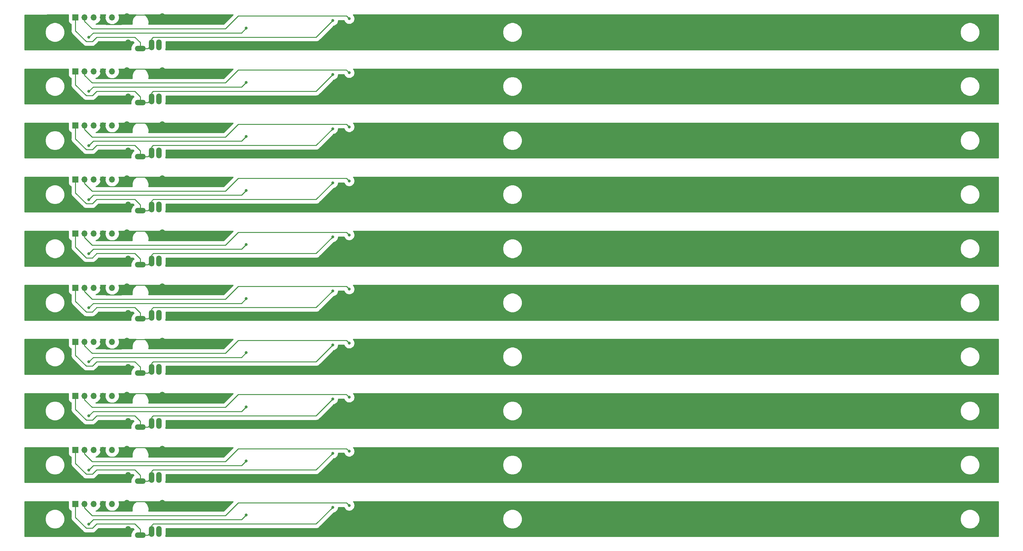
<source format=gbl>
%MOIN*%
%OFA0B0*%
%FSLAX46Y46*%
%IPPOS*%
%LPD*%
%ADD10O,0.11874015748031497X0.059370078740157484*%
%ADD11O,0.059370078740157484X0.11874015748031497*%
%ADD12R,0.066929133858267723X0.066929133858267723*%
%ADD13O,0.066929133858267723X0.066929133858267723*%
%ADD14C,0.031496062992125991*%
%ADD15C,0.01*%
%ADD26O,0.11874015748031497X0.059370078740157484*%
%ADD27O,0.059370078740157484X0.11874015748031497*%
%ADD28R,0.066929133858267723X0.066929133858267723*%
%ADD29O,0.066929133858267723X0.066929133858267723*%
%ADD30C,0.031496062992125991*%
%ADD31C,0.01*%
%ADD32O,0.11874015748031497X0.059370078740157484*%
%ADD33O,0.059370078740157484X0.11874015748031497*%
%ADD34R,0.066929133858267723X0.066929133858267723*%
%ADD35O,0.066929133858267723X0.066929133858267723*%
%ADD36C,0.031496062992125991*%
%ADD37C,0.01*%
%ADD38O,0.11874015748031497X0.059370078740157484*%
%ADD39O,0.059370078740157484X0.11874015748031497*%
%ADD40R,0.066929133858267723X0.066929133858267723*%
%ADD41O,0.066929133858267723X0.066929133858267723*%
%ADD42C,0.031496062992125991*%
%ADD43C,0.01*%
%ADD44O,0.11874015748031497X0.059370078740157484*%
%ADD45O,0.059370078740157484X0.11874015748031497*%
%ADD46R,0.066929133858267723X0.066929133858267723*%
%ADD47O,0.066929133858267723X0.066929133858267723*%
%ADD48C,0.031496062992125991*%
%ADD49C,0.01*%
%ADD50O,0.11874015748031497X0.059370078740157484*%
%ADD51O,0.059370078740157484X0.11874015748031497*%
%ADD52R,0.066929133858267723X0.066929133858267723*%
%ADD53O,0.066929133858267723X0.066929133858267723*%
%ADD54C,0.031496062992125991*%
%ADD55C,0.01*%
%ADD56O,0.11874015748031497X0.059370078740157484*%
%ADD57O,0.059370078740157484X0.11874015748031497*%
%ADD58R,0.066929133858267723X0.066929133858267723*%
%ADD59O,0.066929133858267723X0.066929133858267723*%
%ADD60C,0.031496062992125991*%
%ADD61C,0.01*%
%ADD62O,0.11874015748031497X0.059370078740157484*%
%ADD63O,0.059370078740157484X0.11874015748031497*%
%ADD64R,0.066929133858267723X0.066929133858267723*%
%ADD65O,0.066929133858267723X0.066929133858267723*%
%ADD66C,0.031496062992125991*%
%ADD67C,0.01*%
%ADD68O,0.11874015748031497X0.059370078740157484*%
%ADD69O,0.059370078740157484X0.11874015748031497*%
%ADD70R,0.066929133858267723X0.066929133858267723*%
%ADD71O,0.066929133858267723X0.066929133858267723*%
%ADD72C,0.031496062992125991*%
%ADD73C,0.01*%
%ADD74O,0.11874015748031497X0.059370078740157484*%
%ADD75O,0.059370078740157484X0.11874015748031497*%
%ADD76R,0.066929133858267723X0.066929133858267723*%
%ADD77O,0.066929133858267723X0.066929133858267723*%
%ADD78C,0.031496062992125991*%
%ADD79C,0.01*%
D10*
X-0000482283Y0004960629D02*
X0001307874Y0000059842D03*
D11*
X0001429921Y0000099212D03*
X0001512598Y0000099212D03*
X0001174015Y0000099212D03*
X0001548031Y0000386614D03*
X0001162204Y0000386614D03*
D12*
X0000598818Y0000399212D03*
D13*
X0000698818Y0000399212D03*
X0000798818Y0000399212D03*
X0000898818Y0000399212D03*
X0000998818Y0000399212D03*
D14*
X0002407480Y0000117125D03*
X0001879921Y0000069881D03*
X0000744488Y0000181102D03*
X0002464566Y0000280511D03*
X0003410433Y0000364173D03*
X0003590157Y0000384645D03*
D15*
X0001098425Y0000322834D02*
X0001162204Y0000386614D01*
X0000935433Y0000322834D02*
X0001098425Y0000322834D01*
X0000898818Y0000359448D02*
X0000935433Y0000322834D01*
X0000898818Y0000399212D02*
X0000898818Y0000359448D01*
X0001472047Y0000386614D02*
X0001548031Y0000386614D01*
X0001431889Y0000426771D02*
X0001472047Y0000386614D01*
X0001239763Y0000426771D02*
X0001431889Y0000426771D01*
X0001199606Y0000386614D02*
X0001239763Y0000426771D01*
X0001162204Y0000386614D02*
X0001199606Y0000386614D01*
X0000744488Y0000181102D02*
X0000792716Y0000229330D01*
X0002413385Y0000229330D02*
X0002405511Y0000229330D01*
X0002464566Y0000280511D02*
X0002413385Y0000229330D01*
X0000792716Y0000229330D02*
X0002405511Y0000229330D01*
X0001390551Y0000059842D02*
X0001429921Y0000099212D01*
X0001307874Y0000059842D02*
X0001390551Y0000059842D01*
X0001307874Y0000123622D02*
X0001307874Y0000059842D01*
X0001248425Y0000183070D02*
X0001307874Y0000123622D01*
X0000831889Y0000183070D02*
X0001248425Y0000183070D01*
X0000784251Y0000135433D02*
X0000831889Y0000183070D01*
X0000716141Y0000135433D02*
X0000784251Y0000135433D01*
X0000598818Y0000252755D02*
X0000716141Y0000135433D01*
X0000598818Y0000399212D02*
X0000598818Y0000252755D01*
X0003229330Y0000183070D02*
X0003410433Y0000364173D01*
X0001448031Y0000183070D02*
X0003229330Y0000183070D01*
X0001429921Y0000164960D02*
X0001448031Y0000183070D01*
X0001429921Y0000099212D02*
X0001429921Y0000164960D01*
X0003564173Y0000410629D02*
X0003590157Y0000384645D01*
X0003563779Y0000410629D02*
X0003564173Y0000410629D01*
X0003560039Y0000414370D02*
X0003563779Y0000410629D01*
X0002377952Y0000414370D02*
X0003560039Y0000414370D01*
X0002238188Y0000274606D02*
X0002377952Y0000414370D01*
X0000698818Y0000356692D02*
X0000780905Y0000274606D01*
X0000780905Y0000274606D02*
X0002238188Y0000274606D01*
X0000698818Y0000399212D02*
X0000698818Y0000356692D01*
G36*
X0000520769Y0000365748D02*
G01*
X0000521626Y0000357049D01*
X0000524163Y0000348686D01*
X0000528283Y0000340978D01*
X0000533828Y0000334221D01*
X0000540584Y0000328677D01*
X0000548292Y0000324557D01*
X0000549448Y0000324206D01*
X0000549448Y0000255181D01*
X0000549209Y0000252755D01*
X0000550163Y0000243077D01*
X0000552986Y0000233771D01*
X0000557570Y0000225194D01*
X0000557732Y0000224997D01*
X0000563740Y0000217677D01*
X0000565624Y0000216130D01*
X0000679516Y0000102237D01*
X0000681062Y0000100354D01*
X0000688580Y0000094184D01*
X0000697157Y0000089600D01*
X0000706463Y0000086777D01*
X0000713716Y0000086062D01*
X0000713716Y0000086062D01*
X0000716141Y0000085824D01*
X0000718566Y0000086062D01*
X0000781826Y0000086062D01*
X0000784251Y0000085824D01*
X0000786677Y0000086062D01*
X0000793930Y0000086777D01*
X0000803236Y0000089600D01*
X0000811813Y0000094184D01*
X0000819330Y0000100354D01*
X0000820877Y0000102238D01*
X0000852339Y0000133700D01*
X0001227975Y0000133700D01*
X0001238876Y0000122799D01*
X0001236847Y0000121715D01*
X0001225570Y0000112460D01*
X0001216316Y0000101184D01*
X0001209439Y0000088319D01*
X0001205205Y0000074359D01*
X0001203775Y0000059842D01*
X0001205183Y0000045551D01*
X0000045551Y0000045551D01*
X0000045551Y0000246794D01*
X0000266653Y0000246794D01*
X0000266653Y0000225646D01*
X0000270779Y0000204904D01*
X0000278872Y0000185365D01*
X0000290622Y0000167781D01*
X0000305576Y0000152826D01*
X0000323160Y0000141077D01*
X0000342699Y0000132984D01*
X0000363441Y0000128858D01*
X0000384590Y0000128858D01*
X0000405332Y0000132984D01*
X0000424870Y0000141077D01*
X0000442455Y0000152826D01*
X0000457409Y0000167781D01*
X0000469158Y0000185365D01*
X0000477252Y0000204904D01*
X0000481377Y0000225646D01*
X0000481377Y0000246794D01*
X0000477252Y0000267536D01*
X0000469158Y0000287075D01*
X0000457409Y0000304659D01*
X0000442455Y0000319614D01*
X0000424870Y0000331363D01*
X0000405332Y0000339456D01*
X0000384590Y0000343582D01*
X0000363441Y0000343582D01*
X0000342699Y0000339456D01*
X0000323160Y0000331363D01*
X0000305576Y0000319614D01*
X0000290622Y0000304659D01*
X0000278872Y0000287075D01*
X0000270779Y0000267536D01*
X0000266653Y0000246794D01*
X0000045551Y0000246794D01*
X0000045551Y0000426889D01*
X0000520769Y0000426907D01*
X0000520769Y0000365748D01*
G37*
X0000520769Y0000365748D02*
X0000521626Y0000357049D01*
X0000524163Y0000348686D01*
X0000528283Y0000340978D01*
X0000533828Y0000334221D01*
X0000540584Y0000328677D01*
X0000548292Y0000324557D01*
X0000549448Y0000324206D01*
X0000549448Y0000255181D01*
X0000549209Y0000252755D01*
X0000550163Y0000243077D01*
X0000552986Y0000233771D01*
X0000557570Y0000225194D01*
X0000557732Y0000224997D01*
X0000563740Y0000217677D01*
X0000565624Y0000216130D01*
X0000679516Y0000102237D01*
X0000681062Y0000100354D01*
X0000688580Y0000094184D01*
X0000697157Y0000089600D01*
X0000706463Y0000086777D01*
X0000713716Y0000086062D01*
X0000713716Y0000086062D01*
X0000716141Y0000085824D01*
X0000718566Y0000086062D01*
X0000781826Y0000086062D01*
X0000784251Y0000085824D01*
X0000786677Y0000086062D01*
X0000793930Y0000086777D01*
X0000803236Y0000089600D01*
X0000811813Y0000094184D01*
X0000819330Y0000100354D01*
X0000820877Y0000102238D01*
X0000852339Y0000133700D01*
X0001227975Y0000133700D01*
X0001238876Y0000122799D01*
X0001236847Y0000121715D01*
X0001225570Y0000112460D01*
X0001216316Y0000101184D01*
X0001209439Y0000088319D01*
X0001205205Y0000074359D01*
X0001203775Y0000059842D01*
X0001205183Y0000045551D01*
X0000045551Y0000045551D01*
X0000045551Y0000246794D01*
X0000266653Y0000246794D01*
X0000266653Y0000225646D01*
X0000270779Y0000204904D01*
X0000278872Y0000185365D01*
X0000290622Y0000167781D01*
X0000305576Y0000152826D01*
X0000323160Y0000141077D01*
X0000342699Y0000132984D01*
X0000363441Y0000128858D01*
X0000384590Y0000128858D01*
X0000405332Y0000132984D01*
X0000424870Y0000141077D01*
X0000442455Y0000152826D01*
X0000457409Y0000167781D01*
X0000469158Y0000185365D01*
X0000477252Y0000204904D01*
X0000481377Y0000225646D01*
X0000481377Y0000246794D01*
X0000477252Y0000267536D01*
X0000469158Y0000287075D01*
X0000457409Y0000304659D01*
X0000442455Y0000319614D01*
X0000424870Y0000331363D01*
X0000405332Y0000339456D01*
X0000384590Y0000343582D01*
X0000363441Y0000343582D01*
X0000342699Y0000339456D01*
X0000323160Y0000331363D01*
X0000305576Y0000319614D01*
X0000290622Y0000304659D01*
X0000278872Y0000287075D01*
X0000270779Y0000267536D01*
X0000266653Y0000246794D01*
X0000045551Y0000246794D01*
X0000045551Y0000426889D01*
X0000520769Y0000426907D01*
X0000520769Y0000365748D01*
G36*
X0010682795Y0000045551D02*
G01*
X0001582712Y0000045551D01*
X0001585582Y0000055010D01*
X0001586653Y0000065889D01*
X0001586653Y0000132535D01*
X0001586538Y0000133700D01*
X0003226905Y0000133700D01*
X0003229330Y0000133461D01*
X0003231755Y0000133700D01*
X0003239008Y0000134415D01*
X0003248315Y0000137238D01*
X0003256891Y0000141822D01*
X0003264409Y0000147992D01*
X0003265955Y0000149876D01*
X0003362874Y0000246794D01*
X0005266653Y0000246794D01*
X0005266653Y0000225646D01*
X0005270779Y0000204904D01*
X0005278872Y0000185365D01*
X0005290622Y0000167781D01*
X0005305576Y0000152826D01*
X0005323160Y0000141077D01*
X0005342699Y0000132984D01*
X0005363441Y0000128858D01*
X0005384590Y0000128858D01*
X0005405332Y0000132984D01*
X0005424870Y0000141077D01*
X0005442455Y0000152826D01*
X0005457409Y0000167781D01*
X0005469158Y0000185365D01*
X0005477252Y0000204904D01*
X0005481377Y0000225646D01*
X0005481377Y0000246794D01*
X0010266653Y0000246794D01*
X0010266653Y0000225646D01*
X0010270779Y0000204904D01*
X0010278872Y0000185365D01*
X0010290622Y0000167781D01*
X0010305576Y0000152826D01*
X0010323160Y0000141077D01*
X0010342699Y0000132984D01*
X0010363441Y0000128858D01*
X0010384590Y0000128858D01*
X0010405332Y0000132984D01*
X0010424870Y0000141077D01*
X0010442455Y0000152826D01*
X0010457409Y0000167781D01*
X0010469158Y0000185365D01*
X0010477252Y0000204904D01*
X0010481377Y0000225646D01*
X0010481377Y0000246794D01*
X0010477252Y0000267536D01*
X0010469158Y0000287075D01*
X0010457409Y0000304659D01*
X0010442455Y0000319614D01*
X0010424870Y0000331363D01*
X0010405332Y0000339456D01*
X0010384590Y0000343582D01*
X0010363441Y0000343582D01*
X0010342699Y0000339456D01*
X0010323160Y0000331363D01*
X0010305576Y0000319614D01*
X0010290622Y0000304659D01*
X0010278872Y0000287075D01*
X0010270779Y0000267536D01*
X0010266653Y0000246794D01*
X0005481377Y0000246794D01*
X0005477252Y0000267536D01*
X0005469158Y0000287075D01*
X0005457409Y0000304659D01*
X0005442455Y0000319614D01*
X0005424870Y0000331363D01*
X0005405332Y0000339456D01*
X0005384590Y0000343582D01*
X0005363441Y0000343582D01*
X0005342699Y0000339456D01*
X0005323160Y0000331363D01*
X0005305576Y0000319614D01*
X0005290622Y0000304659D01*
X0005278872Y0000287075D01*
X0005270779Y0000267536D01*
X0005266653Y0000246794D01*
X0003362874Y0000246794D01*
X0003421073Y0000304993D01*
X0003427968Y0000306365D01*
X0003438909Y0000310897D01*
X0003448756Y0000317476D01*
X0003457129Y0000325850D01*
X0003463709Y0000335696D01*
X0003468240Y0000346637D01*
X0003470551Y0000358252D01*
X0003470551Y0000365000D01*
X0003533223Y0000365000D01*
X0003536881Y0000356169D01*
X0003543460Y0000346322D01*
X0003551834Y0000337948D01*
X0003561680Y0000331369D01*
X0003572621Y0000326837D01*
X0003584236Y0000324527D01*
X0003596078Y0000324527D01*
X0003607693Y0000326837D01*
X0003618634Y0000331369D01*
X0003628480Y0000337948D01*
X0003636854Y0000346322D01*
X0003643433Y0000356169D01*
X0003647965Y0000367109D01*
X0003650275Y0000378724D01*
X0003650275Y0000390566D01*
X0003647965Y0000402181D01*
X0003643433Y0000413122D01*
X0003636854Y0000422968D01*
X0003632800Y0000427022D01*
X0005364173Y0000427086D01*
X0010682795Y0000427086D01*
X0010682795Y0000045551D01*
G37*
X0010682795Y0000045551D02*
X0001582712Y0000045551D01*
X0001585582Y0000055010D01*
X0001586653Y0000065889D01*
X0001586653Y0000132535D01*
X0001586538Y0000133700D01*
X0003226905Y0000133700D01*
X0003229330Y0000133461D01*
X0003231755Y0000133700D01*
X0003239008Y0000134415D01*
X0003248315Y0000137238D01*
X0003256891Y0000141822D01*
X0003264409Y0000147992D01*
X0003265955Y0000149876D01*
X0003362874Y0000246794D01*
X0005266653Y0000246794D01*
X0005266653Y0000225646D01*
X0005270779Y0000204904D01*
X0005278872Y0000185365D01*
X0005290622Y0000167781D01*
X0005305576Y0000152826D01*
X0005323160Y0000141077D01*
X0005342699Y0000132984D01*
X0005363441Y0000128858D01*
X0005384590Y0000128858D01*
X0005405332Y0000132984D01*
X0005424870Y0000141077D01*
X0005442455Y0000152826D01*
X0005457409Y0000167781D01*
X0005469158Y0000185365D01*
X0005477252Y0000204904D01*
X0005481377Y0000225646D01*
X0005481377Y0000246794D01*
X0010266653Y0000246794D01*
X0010266653Y0000225646D01*
X0010270779Y0000204904D01*
X0010278872Y0000185365D01*
X0010290622Y0000167781D01*
X0010305576Y0000152826D01*
X0010323160Y0000141077D01*
X0010342699Y0000132984D01*
X0010363441Y0000128858D01*
X0010384590Y0000128858D01*
X0010405332Y0000132984D01*
X0010424870Y0000141077D01*
X0010442455Y0000152826D01*
X0010457409Y0000167781D01*
X0010469158Y0000185365D01*
X0010477252Y0000204904D01*
X0010481377Y0000225646D01*
X0010481377Y0000246794D01*
X0010477252Y0000267536D01*
X0010469158Y0000287075D01*
X0010457409Y0000304659D01*
X0010442455Y0000319614D01*
X0010424870Y0000331363D01*
X0010405332Y0000339456D01*
X0010384590Y0000343582D01*
X0010363441Y0000343582D01*
X0010342699Y0000339456D01*
X0010323160Y0000331363D01*
X0010305576Y0000319614D01*
X0010290622Y0000304659D01*
X0010278872Y0000287075D01*
X0010270779Y0000267536D01*
X0010266653Y0000246794D01*
X0005481377Y0000246794D01*
X0005477252Y0000267536D01*
X0005469158Y0000287075D01*
X0005457409Y0000304659D01*
X0005442455Y0000319614D01*
X0005424870Y0000331363D01*
X0005405332Y0000339456D01*
X0005384590Y0000343582D01*
X0005363441Y0000343582D01*
X0005342699Y0000339456D01*
X0005323160Y0000331363D01*
X0005305576Y0000319614D01*
X0005290622Y0000304659D01*
X0005278872Y0000287075D01*
X0005270779Y0000267536D01*
X0005266653Y0000246794D01*
X0003362874Y0000246794D01*
X0003421073Y0000304993D01*
X0003427968Y0000306365D01*
X0003438909Y0000310897D01*
X0003448756Y0000317476D01*
X0003457129Y0000325850D01*
X0003463709Y0000335696D01*
X0003468240Y0000346637D01*
X0003470551Y0000358252D01*
X0003470551Y0000365000D01*
X0003533223Y0000365000D01*
X0003536881Y0000356169D01*
X0003543460Y0000346322D01*
X0003551834Y0000337948D01*
X0003561680Y0000331369D01*
X0003572621Y0000326837D01*
X0003584236Y0000324527D01*
X0003596078Y0000324527D01*
X0003607693Y0000326837D01*
X0003618634Y0000331369D01*
X0003628480Y0000337948D01*
X0003636854Y0000346322D01*
X0003643433Y0000356169D01*
X0003647965Y0000367109D01*
X0003650275Y0000378724D01*
X0003650275Y0000390566D01*
X0003647965Y0000402181D01*
X0003643433Y0000413122D01*
X0003636854Y0000422968D01*
X0003632800Y0000427022D01*
X0005364173Y0000427086D01*
X0010682795Y0000427086D01*
X0010682795Y0000045551D01*
G36*
X0000923975Y0000421916D02*
G01*
X0000920984Y0000406878D01*
X0000920984Y0000391546D01*
X0000923975Y0000376509D01*
X0000929842Y0000362344D01*
X0000938360Y0000349595D01*
X0000949202Y0000338754D01*
X0000961950Y0000330236D01*
X0000976115Y0000324369D01*
X0000978089Y0000323976D01*
X0000819548Y0000323976D01*
X0000821522Y0000324369D01*
X0000835687Y0000330236D01*
X0000848435Y0000338754D01*
X0000859277Y0000349595D01*
X0000867795Y0000362344D01*
X0000873662Y0000376509D01*
X0000876653Y0000391546D01*
X0000876653Y0000406878D01*
X0000873662Y0000421916D01*
X0000871589Y0000426920D01*
X0000926049Y0000426922D01*
X0000923975Y0000421916D01*
G37*
X0000923975Y0000421916D02*
X0000920984Y0000406878D01*
X0000920984Y0000391546D01*
X0000923975Y0000376509D01*
X0000929842Y0000362344D01*
X0000938360Y0000349595D01*
X0000949202Y0000338754D01*
X0000961950Y0000330236D01*
X0000976115Y0000324369D01*
X0000978089Y0000323976D01*
X0000819548Y0000323976D01*
X0000821522Y0000324369D01*
X0000835687Y0000330236D01*
X0000848435Y0000338754D01*
X0000859277Y0000349595D01*
X0000867795Y0000362344D01*
X0000873662Y0000376509D01*
X0000876653Y0000391546D01*
X0000876653Y0000406878D01*
X0000873662Y0000421916D01*
X0000871589Y0000426920D01*
X0000926049Y0000426922D01*
X0000923975Y0000421916D01*
G36*
X0001249473Y0000418405D02*
G01*
X0001236712Y0000405644D01*
X0001226686Y0000390639D01*
X0001219780Y0000373966D01*
X0001216259Y0000356267D01*
X0001216259Y0000338220D01*
X0001219093Y0000323976D01*
X0001019548Y0000323976D01*
X0001021522Y0000324369D01*
X0001035687Y0000330236D01*
X0001048435Y0000338754D01*
X0001059277Y0000349595D01*
X0001067795Y0000362344D01*
X0001073662Y0000376509D01*
X0001076653Y0000391546D01*
X0001076653Y0000406878D01*
X0001073662Y0000421916D01*
X0001071586Y0000426927D01*
X0001262238Y0000426934D01*
X0001249473Y0000418405D01*
G37*
X0001249473Y0000418405D02*
X0001236712Y0000405644D01*
X0001226686Y0000390639D01*
X0001219780Y0000373966D01*
X0001216259Y0000356267D01*
X0001216259Y0000338220D01*
X0001219093Y0000323976D01*
X0001019548Y0000323976D01*
X0001021522Y0000324369D01*
X0001035687Y0000330236D01*
X0001048435Y0000338754D01*
X0001059277Y0000349595D01*
X0001067795Y0000362344D01*
X0001073662Y0000376509D01*
X0001076653Y0000391546D01*
X0001076653Y0000406878D01*
X0001073662Y0000421916D01*
X0001071586Y0000426927D01*
X0001262238Y0000426934D01*
X0001249473Y0000418405D01*
G36*
X0002217739Y0000323976D02*
G01*
X0001396654Y0000323976D01*
X0001399488Y0000338220D01*
X0001399488Y0000356267D01*
X0001395967Y0000373966D01*
X0001389061Y0000390639D01*
X0001379035Y0000405644D01*
X0001366274Y0000418405D01*
X0001353504Y0000426938D01*
X0002320736Y0000426974D01*
X0002217739Y0000323976D01*
G37*
X0002217739Y0000323976D02*
X0001396654Y0000323976D01*
X0001399488Y0000338220D01*
X0001399488Y0000356267D01*
X0001395967Y0000373966D01*
X0001389061Y0000390639D01*
X0001379035Y0000405644D01*
X0001366274Y0000418405D01*
X0001353504Y0000426938D01*
X0002320736Y0000426974D01*
X0002217739Y0000323976D01*
G04 next file*
G04 #@! TF.GenerationSoftware,KiCad,Pcbnew,(5.1.5-0)*
G04 #@! TF.CreationDate,2020-08-20T15:01:18-04:00*
G04 #@! TF.ProjectId,LEDIO,4c454449-4f2e-46b6-9963-61645f706362,rev?*
G04 #@! TF.SameCoordinates,Original*
G04 #@! TF.FileFunction,Copper,L2,Bot*
G04 #@! TF.FilePolarity,Positive*
G04 Gerber Fmt 4.6, Leading zero omitted, Abs format (unit mm)*
G04 Created by KiCad (PCBNEW (5.1.5-0)) date 2020-08-20 15:01:18*
G04 APERTURE LIST*
G04 APERTURE END LIST*
D26*
X-0000482283Y0005551181D02*
X0001307874Y0000650393D03*
D27*
X0001429921Y0000689763D03*
X0001512598Y0000689763D03*
X0001174015Y0000689763D03*
X0001548031Y0000977165D03*
X0001162204Y0000977165D03*
D28*
X0000598818Y0000989763D03*
D29*
X0000698818Y0000989763D03*
X0000798818Y0000989763D03*
X0000898818Y0000989763D03*
X0000998818Y0000989763D03*
D30*
X0002407480Y0000707677D03*
X0001879921Y0000660433D03*
X0000744488Y0000771653D03*
X0002464566Y0000871062D03*
X0003410433Y0000954724D03*
X0003590157Y0000975196D03*
D31*
X0001098425Y0000913385D02*
X0001162204Y0000977165D01*
X0000935433Y0000913385D02*
X0001098425Y0000913385D01*
X0000898818Y0000949999D02*
X0000935433Y0000913385D01*
X0000898818Y0000989763D02*
X0000898818Y0000949999D01*
X0001472047Y0000977165D02*
X0001548031Y0000977165D01*
X0001431889Y0001017322D02*
X0001472047Y0000977165D01*
X0001239763Y0001017322D02*
X0001431889Y0001017322D01*
X0001199606Y0000977165D02*
X0001239763Y0001017322D01*
X0001162204Y0000977165D02*
X0001199606Y0000977165D01*
X0000744488Y0000771653D02*
X0000792716Y0000819881D01*
X0002413385Y0000819881D02*
X0002405511Y0000819881D01*
X0002464566Y0000871062D02*
X0002413385Y0000819881D01*
X0000792716Y0000819881D02*
X0002405511Y0000819881D01*
X0001390551Y0000650393D02*
X0001429921Y0000689763D01*
X0001307874Y0000650393D02*
X0001390551Y0000650393D01*
X0001307874Y0000714173D02*
X0001307874Y0000650393D01*
X0001248425Y0000773622D02*
X0001307874Y0000714173D01*
X0000831889Y0000773622D02*
X0001248425Y0000773622D01*
X0000784251Y0000725984D02*
X0000831889Y0000773622D01*
X0000716141Y0000725984D02*
X0000784251Y0000725984D01*
X0000598818Y0000843307D02*
X0000716141Y0000725984D01*
X0000598818Y0000989763D02*
X0000598818Y0000843307D01*
X0003229330Y0000773622D02*
X0003410433Y0000954724D01*
X0001448031Y0000773622D02*
X0003229330Y0000773622D01*
X0001429921Y0000755511D02*
X0001448031Y0000773622D01*
X0001429921Y0000689763D02*
X0001429921Y0000755511D01*
X0003564173Y0001001181D02*
X0003590157Y0000975196D01*
X0003563779Y0001001181D02*
X0003564173Y0001001181D01*
X0003560039Y0001004921D02*
X0003563779Y0001001181D01*
X0002377952Y0001004921D02*
X0003560039Y0001004921D01*
X0002238188Y0000865157D02*
X0002377952Y0001004921D01*
X0000698818Y0000947244D02*
X0000780905Y0000865157D01*
X0000780905Y0000865157D02*
X0002238188Y0000865157D01*
X0000698818Y0000989763D02*
X0000698818Y0000947244D01*
G36*
X0000520769Y0000956299D02*
G01*
X0000521626Y0000947601D01*
X0000524163Y0000939237D01*
X0000528283Y0000931529D01*
X0000533828Y0000924772D01*
X0000540584Y0000919228D01*
X0000548292Y0000915108D01*
X0000549448Y0000914757D01*
X0000549448Y0000845732D01*
X0000549209Y0000843307D01*
X0000550163Y0000833628D01*
X0000552986Y0000824322D01*
X0000557570Y0000815745D01*
X0000557732Y0000815548D01*
X0000563740Y0000808228D01*
X0000565624Y0000806682D01*
X0000679516Y0000692789D01*
X0000681062Y0000690905D01*
X0000688580Y0000684735D01*
X0000697157Y0000680151D01*
X0000706463Y0000677328D01*
X0000713716Y0000676614D01*
X0000713716Y0000676614D01*
X0000716141Y0000676375D01*
X0000718566Y0000676614D01*
X0000781826Y0000676614D01*
X0000784251Y0000676375D01*
X0000786677Y0000676614D01*
X0000793930Y0000677328D01*
X0000803236Y0000680151D01*
X0000811813Y0000684735D01*
X0000819330Y0000690905D01*
X0000820877Y0000692789D01*
X0000852339Y0000724251D01*
X0001227975Y0000724251D01*
X0001238876Y0000713350D01*
X0001236847Y0000712266D01*
X0001225570Y0000703011D01*
X0001216316Y0000691735D01*
X0001209439Y0000678870D01*
X0001205205Y0000664911D01*
X0001203775Y0000650393D01*
X0001205183Y0000636102D01*
X0000045551Y0000636102D01*
X0000045551Y0000837345D01*
X0000266653Y0000837345D01*
X0000266653Y0000816197D01*
X0000270779Y0000795455D01*
X0000278872Y0000775916D01*
X0000290622Y0000758332D01*
X0000305576Y0000743377D01*
X0000323160Y0000731628D01*
X0000342699Y0000723535D01*
X0000363441Y0000719409D01*
X0000384590Y0000719409D01*
X0000405332Y0000723535D01*
X0000424870Y0000731628D01*
X0000442455Y0000743377D01*
X0000457409Y0000758332D01*
X0000469158Y0000775916D01*
X0000477252Y0000795455D01*
X0000481377Y0000816197D01*
X0000481377Y0000837345D01*
X0000477252Y0000858088D01*
X0000469158Y0000877626D01*
X0000457409Y0000895211D01*
X0000442455Y0000910165D01*
X0000424870Y0000921914D01*
X0000405332Y0000930007D01*
X0000384590Y0000934133D01*
X0000363441Y0000934133D01*
X0000342699Y0000930007D01*
X0000323160Y0000921914D01*
X0000305576Y0000910165D01*
X0000290622Y0000895211D01*
X0000278872Y0000877626D01*
X0000270779Y0000858088D01*
X0000266653Y0000837345D01*
X0000045551Y0000837345D01*
X0000045551Y0001017441D01*
X0000520769Y0001017458D01*
X0000520769Y0000956299D01*
G37*
X0000520769Y0000956299D02*
X0000521626Y0000947601D01*
X0000524163Y0000939237D01*
X0000528283Y0000931529D01*
X0000533828Y0000924772D01*
X0000540584Y0000919228D01*
X0000548292Y0000915108D01*
X0000549448Y0000914757D01*
X0000549448Y0000845732D01*
X0000549209Y0000843307D01*
X0000550163Y0000833628D01*
X0000552986Y0000824322D01*
X0000557570Y0000815745D01*
X0000557732Y0000815548D01*
X0000563740Y0000808228D01*
X0000565624Y0000806682D01*
X0000679516Y0000692789D01*
X0000681062Y0000690905D01*
X0000688580Y0000684735D01*
X0000697157Y0000680151D01*
X0000706463Y0000677328D01*
X0000713716Y0000676614D01*
X0000713716Y0000676614D01*
X0000716141Y0000676375D01*
X0000718566Y0000676614D01*
X0000781826Y0000676614D01*
X0000784251Y0000676375D01*
X0000786677Y0000676614D01*
X0000793930Y0000677328D01*
X0000803236Y0000680151D01*
X0000811813Y0000684735D01*
X0000819330Y0000690905D01*
X0000820877Y0000692789D01*
X0000852339Y0000724251D01*
X0001227975Y0000724251D01*
X0001238876Y0000713350D01*
X0001236847Y0000712266D01*
X0001225570Y0000703011D01*
X0001216316Y0000691735D01*
X0001209439Y0000678870D01*
X0001205205Y0000664911D01*
X0001203775Y0000650393D01*
X0001205183Y0000636102D01*
X0000045551Y0000636102D01*
X0000045551Y0000837345D01*
X0000266653Y0000837345D01*
X0000266653Y0000816197D01*
X0000270779Y0000795455D01*
X0000278872Y0000775916D01*
X0000290622Y0000758332D01*
X0000305576Y0000743377D01*
X0000323160Y0000731628D01*
X0000342699Y0000723535D01*
X0000363441Y0000719409D01*
X0000384590Y0000719409D01*
X0000405332Y0000723535D01*
X0000424870Y0000731628D01*
X0000442455Y0000743377D01*
X0000457409Y0000758332D01*
X0000469158Y0000775916D01*
X0000477252Y0000795455D01*
X0000481377Y0000816197D01*
X0000481377Y0000837345D01*
X0000477252Y0000858088D01*
X0000469158Y0000877626D01*
X0000457409Y0000895211D01*
X0000442455Y0000910165D01*
X0000424870Y0000921914D01*
X0000405332Y0000930007D01*
X0000384590Y0000934133D01*
X0000363441Y0000934133D01*
X0000342699Y0000930007D01*
X0000323160Y0000921914D01*
X0000305576Y0000910165D01*
X0000290622Y0000895211D01*
X0000278872Y0000877626D01*
X0000270779Y0000858088D01*
X0000266653Y0000837345D01*
X0000045551Y0000837345D01*
X0000045551Y0001017441D01*
X0000520769Y0001017458D01*
X0000520769Y0000956299D01*
G36*
X0010682795Y0000636102D02*
G01*
X0001582712Y0000636102D01*
X0001585582Y0000645561D01*
X0001586653Y0000656440D01*
X0001586653Y0000723086D01*
X0001586538Y0000724251D01*
X0003226905Y0000724251D01*
X0003229330Y0000724013D01*
X0003231755Y0000724251D01*
X0003239008Y0000724966D01*
X0003248315Y0000727789D01*
X0003256891Y0000732373D01*
X0003264409Y0000738543D01*
X0003265955Y0000740427D01*
X0003362874Y0000837345D01*
X0005266653Y0000837345D01*
X0005266653Y0000816197D01*
X0005270779Y0000795455D01*
X0005278872Y0000775916D01*
X0005290622Y0000758332D01*
X0005305576Y0000743377D01*
X0005323160Y0000731628D01*
X0005342699Y0000723535D01*
X0005363441Y0000719409D01*
X0005384590Y0000719409D01*
X0005405332Y0000723535D01*
X0005424870Y0000731628D01*
X0005442455Y0000743377D01*
X0005457409Y0000758332D01*
X0005469158Y0000775916D01*
X0005477252Y0000795455D01*
X0005481377Y0000816197D01*
X0005481377Y0000837345D01*
X0010266653Y0000837345D01*
X0010266653Y0000816197D01*
X0010270779Y0000795455D01*
X0010278872Y0000775916D01*
X0010290622Y0000758332D01*
X0010305576Y0000743377D01*
X0010323160Y0000731628D01*
X0010342699Y0000723535D01*
X0010363441Y0000719409D01*
X0010384590Y0000719409D01*
X0010405332Y0000723535D01*
X0010424870Y0000731628D01*
X0010442455Y0000743377D01*
X0010457409Y0000758332D01*
X0010469158Y0000775916D01*
X0010477252Y0000795455D01*
X0010481377Y0000816197D01*
X0010481377Y0000837345D01*
X0010477252Y0000858088D01*
X0010469158Y0000877626D01*
X0010457409Y0000895211D01*
X0010442455Y0000910165D01*
X0010424870Y0000921914D01*
X0010405332Y0000930007D01*
X0010384590Y0000934133D01*
X0010363441Y0000934133D01*
X0010342699Y0000930007D01*
X0010323160Y0000921914D01*
X0010305576Y0000910165D01*
X0010290622Y0000895211D01*
X0010278872Y0000877626D01*
X0010270779Y0000858088D01*
X0010266653Y0000837345D01*
X0005481377Y0000837345D01*
X0005477252Y0000858088D01*
X0005469158Y0000877626D01*
X0005457409Y0000895211D01*
X0005442455Y0000910165D01*
X0005424870Y0000921914D01*
X0005405332Y0000930007D01*
X0005384590Y0000934133D01*
X0005363441Y0000934133D01*
X0005342699Y0000930007D01*
X0005323160Y0000921914D01*
X0005305576Y0000910165D01*
X0005290622Y0000895211D01*
X0005278872Y0000877626D01*
X0005270779Y0000858088D01*
X0005266653Y0000837345D01*
X0003362874Y0000837345D01*
X0003421073Y0000895545D01*
X0003427968Y0000896916D01*
X0003438909Y0000901448D01*
X0003448756Y0000908027D01*
X0003457129Y0000916401D01*
X0003463709Y0000926247D01*
X0003468240Y0000937188D01*
X0003470551Y0000948803D01*
X0003470551Y0000955551D01*
X0003533223Y0000955551D01*
X0003536881Y0000946720D01*
X0003543460Y0000936873D01*
X0003551834Y0000928500D01*
X0003561680Y0000921920D01*
X0003572621Y0000917389D01*
X0003584236Y0000915078D01*
X0003596078Y0000915078D01*
X0003607693Y0000917389D01*
X0003618634Y0000921920D01*
X0003628480Y0000928500D01*
X0003636854Y0000936873D01*
X0003643433Y0000946720D01*
X0003647965Y0000957661D01*
X0003650275Y0000969275D01*
X0003650275Y0000981117D01*
X0003647965Y0000992732D01*
X0003643433Y0001003673D01*
X0003636854Y0001013519D01*
X0003632800Y0001017573D01*
X0005364173Y0001017637D01*
X0010682795Y0001017637D01*
X0010682795Y0000636102D01*
G37*
X0010682795Y0000636102D02*
X0001582712Y0000636102D01*
X0001585582Y0000645561D01*
X0001586653Y0000656440D01*
X0001586653Y0000723086D01*
X0001586538Y0000724251D01*
X0003226905Y0000724251D01*
X0003229330Y0000724013D01*
X0003231755Y0000724251D01*
X0003239008Y0000724966D01*
X0003248315Y0000727789D01*
X0003256891Y0000732373D01*
X0003264409Y0000738543D01*
X0003265955Y0000740427D01*
X0003362874Y0000837345D01*
X0005266653Y0000837345D01*
X0005266653Y0000816197D01*
X0005270779Y0000795455D01*
X0005278872Y0000775916D01*
X0005290622Y0000758332D01*
X0005305576Y0000743377D01*
X0005323160Y0000731628D01*
X0005342699Y0000723535D01*
X0005363441Y0000719409D01*
X0005384590Y0000719409D01*
X0005405332Y0000723535D01*
X0005424870Y0000731628D01*
X0005442455Y0000743377D01*
X0005457409Y0000758332D01*
X0005469158Y0000775916D01*
X0005477252Y0000795455D01*
X0005481377Y0000816197D01*
X0005481377Y0000837345D01*
X0010266653Y0000837345D01*
X0010266653Y0000816197D01*
X0010270779Y0000795455D01*
X0010278872Y0000775916D01*
X0010290622Y0000758332D01*
X0010305576Y0000743377D01*
X0010323160Y0000731628D01*
X0010342699Y0000723535D01*
X0010363441Y0000719409D01*
X0010384590Y0000719409D01*
X0010405332Y0000723535D01*
X0010424870Y0000731628D01*
X0010442455Y0000743377D01*
X0010457409Y0000758332D01*
X0010469158Y0000775916D01*
X0010477252Y0000795455D01*
X0010481377Y0000816197D01*
X0010481377Y0000837345D01*
X0010477252Y0000858088D01*
X0010469158Y0000877626D01*
X0010457409Y0000895211D01*
X0010442455Y0000910165D01*
X0010424870Y0000921914D01*
X0010405332Y0000930007D01*
X0010384590Y0000934133D01*
X0010363441Y0000934133D01*
X0010342699Y0000930007D01*
X0010323160Y0000921914D01*
X0010305576Y0000910165D01*
X0010290622Y0000895211D01*
X0010278872Y0000877626D01*
X0010270779Y0000858088D01*
X0010266653Y0000837345D01*
X0005481377Y0000837345D01*
X0005477252Y0000858088D01*
X0005469158Y0000877626D01*
X0005457409Y0000895211D01*
X0005442455Y0000910165D01*
X0005424870Y0000921914D01*
X0005405332Y0000930007D01*
X0005384590Y0000934133D01*
X0005363441Y0000934133D01*
X0005342699Y0000930007D01*
X0005323160Y0000921914D01*
X0005305576Y0000910165D01*
X0005290622Y0000895211D01*
X0005278872Y0000877626D01*
X0005270779Y0000858088D01*
X0005266653Y0000837345D01*
X0003362874Y0000837345D01*
X0003421073Y0000895545D01*
X0003427968Y0000896916D01*
X0003438909Y0000901448D01*
X0003448756Y0000908027D01*
X0003457129Y0000916401D01*
X0003463709Y0000926247D01*
X0003468240Y0000937188D01*
X0003470551Y0000948803D01*
X0003470551Y0000955551D01*
X0003533223Y0000955551D01*
X0003536881Y0000946720D01*
X0003543460Y0000936873D01*
X0003551834Y0000928500D01*
X0003561680Y0000921920D01*
X0003572621Y0000917389D01*
X0003584236Y0000915078D01*
X0003596078Y0000915078D01*
X0003607693Y0000917389D01*
X0003618634Y0000921920D01*
X0003628480Y0000928500D01*
X0003636854Y0000936873D01*
X0003643433Y0000946720D01*
X0003647965Y0000957661D01*
X0003650275Y0000969275D01*
X0003650275Y0000981117D01*
X0003647965Y0000992732D01*
X0003643433Y0001003673D01*
X0003636854Y0001013519D01*
X0003632800Y0001017573D01*
X0005364173Y0001017637D01*
X0010682795Y0001017637D01*
X0010682795Y0000636102D01*
G36*
X0000923975Y0001012467D02*
G01*
X0000920984Y0000997429D01*
X0000920984Y0000982097D01*
X0000923975Y0000967060D01*
X0000929842Y0000952895D01*
X0000938360Y0000940147D01*
X0000949202Y0000929305D01*
X0000961950Y0000920787D01*
X0000976115Y0000914920D01*
X0000978089Y0000914527D01*
X0000819548Y0000914527D01*
X0000821522Y0000914920D01*
X0000835687Y0000920787D01*
X0000848435Y0000929305D01*
X0000859277Y0000940147D01*
X0000867795Y0000952895D01*
X0000873662Y0000967060D01*
X0000876653Y0000982097D01*
X0000876653Y0000997429D01*
X0000873662Y0001012467D01*
X0000871589Y0001017471D01*
X0000926049Y0001017473D01*
X0000923975Y0001012467D01*
G37*
X0000923975Y0001012467D02*
X0000920984Y0000997429D01*
X0000920984Y0000982097D01*
X0000923975Y0000967060D01*
X0000929842Y0000952895D01*
X0000938360Y0000940147D01*
X0000949202Y0000929305D01*
X0000961950Y0000920787D01*
X0000976115Y0000914920D01*
X0000978089Y0000914527D01*
X0000819548Y0000914527D01*
X0000821522Y0000914920D01*
X0000835687Y0000920787D01*
X0000848435Y0000929305D01*
X0000859277Y0000940147D01*
X0000867795Y0000952895D01*
X0000873662Y0000967060D01*
X0000876653Y0000982097D01*
X0000876653Y0000997429D01*
X0000873662Y0001012467D01*
X0000871589Y0001017471D01*
X0000926049Y0001017473D01*
X0000923975Y0001012467D01*
G36*
X0001249473Y0001008956D02*
G01*
X0001236712Y0000996195D01*
X0001226686Y0000981190D01*
X0001219780Y0000964518D01*
X0001216259Y0000946818D01*
X0001216259Y0000928772D01*
X0001219093Y0000914527D01*
X0001019548Y0000914527D01*
X0001021522Y0000914920D01*
X0001035687Y0000920787D01*
X0001048435Y0000929305D01*
X0001059277Y0000940147D01*
X0001067795Y0000952895D01*
X0001073662Y0000967060D01*
X0001076653Y0000982097D01*
X0001076653Y0000997429D01*
X0001073662Y0001012467D01*
X0001071586Y0001017479D01*
X0001262238Y0001017486D01*
X0001249473Y0001008956D01*
G37*
X0001249473Y0001008956D02*
X0001236712Y0000996195D01*
X0001226686Y0000981190D01*
X0001219780Y0000964518D01*
X0001216259Y0000946818D01*
X0001216259Y0000928772D01*
X0001219093Y0000914527D01*
X0001019548Y0000914527D01*
X0001021522Y0000914920D01*
X0001035687Y0000920787D01*
X0001048435Y0000929305D01*
X0001059277Y0000940147D01*
X0001067795Y0000952895D01*
X0001073662Y0000967060D01*
X0001076653Y0000982097D01*
X0001076653Y0000997429D01*
X0001073662Y0001012467D01*
X0001071586Y0001017479D01*
X0001262238Y0001017486D01*
X0001249473Y0001008956D01*
G36*
X0002217739Y0000914527D02*
G01*
X0001396654Y0000914527D01*
X0001399488Y0000928772D01*
X0001399488Y0000946818D01*
X0001395967Y0000964518D01*
X0001389061Y0000981190D01*
X0001379035Y0000996195D01*
X0001366274Y0001008956D01*
X0001353504Y0001017489D01*
X0002320736Y0001017525D01*
X0002217739Y0000914527D01*
G37*
X0002217739Y0000914527D02*
X0001396654Y0000914527D01*
X0001399488Y0000928772D01*
X0001399488Y0000946818D01*
X0001395967Y0000964518D01*
X0001389061Y0000981190D01*
X0001379035Y0000996195D01*
X0001366274Y0001008956D01*
X0001353504Y0001017489D01*
X0002320736Y0001017525D01*
X0002217739Y0000914527D01*
G04 next file*
G04 #@! TF.GenerationSoftware,KiCad,Pcbnew,(5.1.5-0)*
G04 #@! TF.CreationDate,2020-08-20T15:01:18-04:00*
G04 #@! TF.ProjectId,LEDIO,4c454449-4f2e-46b6-9963-61645f706362,rev?*
G04 #@! TF.SameCoordinates,Original*
G04 #@! TF.FileFunction,Copper,L2,Bot*
G04 #@! TF.FilePolarity,Positive*
G04 Gerber Fmt 4.6, Leading zero omitted, Abs format (unit mm)*
G04 Created by KiCad (PCBNEW (5.1.5-0)) date 2020-08-20 15:01:18*
G04 APERTURE LIST*
G04 APERTURE END LIST*
D32*
X-0000482283Y0006141732D02*
X0001307874Y0001240944D03*
D33*
X0001429921Y0001280314D03*
X0001512598Y0001280314D03*
X0001174015Y0001280314D03*
X0001548031Y0001567716D03*
X0001162204Y0001567716D03*
D34*
X0000598818Y0001580314D03*
D35*
X0000698818Y0001580314D03*
X0000798818Y0001580314D03*
X0000898818Y0001580314D03*
X0000998818Y0001580314D03*
D36*
X0002407480Y0001298228D03*
X0001879921Y0001250984D03*
X0000744488Y0001362204D03*
X0002464566Y0001461614D03*
X0003410433Y0001545275D03*
X0003590157Y0001565747D03*
D37*
X0001098425Y0001503937D02*
X0001162204Y0001567716D01*
X0000935433Y0001503937D02*
X0001098425Y0001503937D01*
X0000898818Y0001540551D02*
X0000935433Y0001503937D01*
X0000898818Y0001580314D02*
X0000898818Y0001540551D01*
X0001472047Y0001567716D02*
X0001548031Y0001567716D01*
X0001431889Y0001607874D02*
X0001472047Y0001567716D01*
X0001239763Y0001607874D02*
X0001431889Y0001607874D01*
X0001199606Y0001567716D02*
X0001239763Y0001607874D01*
X0001162204Y0001567716D02*
X0001199606Y0001567716D01*
X0000744488Y0001362204D02*
X0000792716Y0001410433D01*
X0002413385Y0001410433D02*
X0002405511Y0001410433D01*
X0002464566Y0001461614D02*
X0002413385Y0001410433D01*
X0000792716Y0001410433D02*
X0002405511Y0001410433D01*
X0001390551Y0001240944D02*
X0001429921Y0001280314D01*
X0001307874Y0001240944D02*
X0001390551Y0001240944D01*
X0001307874Y0001304724D02*
X0001307874Y0001240944D01*
X0001248425Y0001364173D02*
X0001307874Y0001304724D01*
X0000831889Y0001364173D02*
X0001248425Y0001364173D01*
X0000784251Y0001316535D02*
X0000831889Y0001364173D01*
X0000716141Y0001316535D02*
X0000784251Y0001316535D01*
X0000598818Y0001433858D02*
X0000716141Y0001316535D01*
X0000598818Y0001580314D02*
X0000598818Y0001433858D01*
X0003229330Y0001364173D02*
X0003410433Y0001545275D01*
X0001448031Y0001364173D02*
X0003229330Y0001364173D01*
X0001429921Y0001346062D02*
X0001448031Y0001364173D01*
X0001429921Y0001280314D02*
X0001429921Y0001346062D01*
X0003564173Y0001591732D02*
X0003590157Y0001565747D01*
X0003563779Y0001591732D02*
X0003564173Y0001591732D01*
X0003560039Y0001595472D02*
X0003563779Y0001591732D01*
X0002377952Y0001595472D02*
X0003560039Y0001595472D01*
X0002238188Y0001455708D02*
X0002377952Y0001595472D01*
X0000698818Y0001537795D02*
X0000780905Y0001455708D01*
X0000780905Y0001455708D02*
X0002238188Y0001455708D01*
X0000698818Y0001580314D02*
X0000698818Y0001537795D01*
G36*
X0000520769Y0001546850D02*
G01*
X0000521626Y0001538152D01*
X0000524163Y0001529788D01*
X0000528283Y0001522080D01*
X0000533828Y0001515324D01*
X0000540584Y0001509779D01*
X0000548292Y0001505659D01*
X0000549448Y0001505308D01*
X0000549448Y0001436283D01*
X0000549209Y0001433858D01*
X0000550163Y0001424180D01*
X0000552986Y0001414873D01*
X0000557570Y0001406297D01*
X0000557732Y0001406099D01*
X0000563740Y0001398779D01*
X0000565624Y0001397233D01*
X0000679516Y0001283340D01*
X0000681062Y0001281456D01*
X0000688580Y0001275287D01*
X0000697157Y0001270702D01*
X0000706463Y0001267879D01*
X0000713716Y0001267165D01*
X0000713716Y0001267165D01*
X0000716141Y0001266926D01*
X0000718566Y0001267165D01*
X0000781826Y0001267165D01*
X0000784251Y0001266926D01*
X0000786677Y0001267165D01*
X0000793930Y0001267879D01*
X0000803236Y0001270702D01*
X0000811813Y0001275287D01*
X0000819330Y0001281456D01*
X0000820877Y0001283340D01*
X0000852339Y0001314803D01*
X0001227975Y0001314803D01*
X0001238876Y0001303902D01*
X0001236847Y0001302817D01*
X0001225570Y0001293563D01*
X0001216316Y0001282286D01*
X0001209439Y0001269421D01*
X0001205205Y0001255462D01*
X0001203775Y0001240944D01*
X0001205183Y0001226653D01*
X0000045551Y0001226653D01*
X0000045551Y0001427897D01*
X0000266653Y0001427897D01*
X0000266653Y0001406748D01*
X0000270779Y0001386006D01*
X0000278872Y0001366467D01*
X0000290622Y0001348883D01*
X0000305576Y0001333929D01*
X0000323160Y0001322179D01*
X0000342699Y0001314086D01*
X0000363441Y0001309960D01*
X0000384590Y0001309960D01*
X0000405332Y0001314086D01*
X0000424870Y0001322179D01*
X0000442455Y0001333929D01*
X0000457409Y0001348883D01*
X0000469158Y0001366467D01*
X0000477252Y0001386006D01*
X0000481377Y0001406748D01*
X0000481377Y0001427897D01*
X0000477252Y0001448639D01*
X0000469158Y0001468177D01*
X0000457409Y0001485762D01*
X0000442455Y0001500716D01*
X0000424870Y0001512465D01*
X0000405332Y0001520559D01*
X0000384590Y0001524685D01*
X0000363441Y0001524685D01*
X0000342699Y0001520559D01*
X0000323160Y0001512465D01*
X0000305576Y0001500716D01*
X0000290622Y0001485762D01*
X0000278872Y0001468177D01*
X0000270779Y0001448639D01*
X0000266653Y0001427897D01*
X0000045551Y0001427897D01*
X0000045551Y0001607992D01*
X0000520769Y0001608009D01*
X0000520769Y0001546850D01*
G37*
X0000520769Y0001546850D02*
X0000521626Y0001538152D01*
X0000524163Y0001529788D01*
X0000528283Y0001522080D01*
X0000533828Y0001515324D01*
X0000540584Y0001509779D01*
X0000548292Y0001505659D01*
X0000549448Y0001505308D01*
X0000549448Y0001436283D01*
X0000549209Y0001433858D01*
X0000550163Y0001424180D01*
X0000552986Y0001414873D01*
X0000557570Y0001406297D01*
X0000557732Y0001406099D01*
X0000563740Y0001398779D01*
X0000565624Y0001397233D01*
X0000679516Y0001283340D01*
X0000681062Y0001281456D01*
X0000688580Y0001275287D01*
X0000697157Y0001270702D01*
X0000706463Y0001267879D01*
X0000713716Y0001267165D01*
X0000713716Y0001267165D01*
X0000716141Y0001266926D01*
X0000718566Y0001267165D01*
X0000781826Y0001267165D01*
X0000784251Y0001266926D01*
X0000786677Y0001267165D01*
X0000793930Y0001267879D01*
X0000803236Y0001270702D01*
X0000811813Y0001275287D01*
X0000819330Y0001281456D01*
X0000820877Y0001283340D01*
X0000852339Y0001314803D01*
X0001227975Y0001314803D01*
X0001238876Y0001303902D01*
X0001236847Y0001302817D01*
X0001225570Y0001293563D01*
X0001216316Y0001282286D01*
X0001209439Y0001269421D01*
X0001205205Y0001255462D01*
X0001203775Y0001240944D01*
X0001205183Y0001226653D01*
X0000045551Y0001226653D01*
X0000045551Y0001427897D01*
X0000266653Y0001427897D01*
X0000266653Y0001406748D01*
X0000270779Y0001386006D01*
X0000278872Y0001366467D01*
X0000290622Y0001348883D01*
X0000305576Y0001333929D01*
X0000323160Y0001322179D01*
X0000342699Y0001314086D01*
X0000363441Y0001309960D01*
X0000384590Y0001309960D01*
X0000405332Y0001314086D01*
X0000424870Y0001322179D01*
X0000442455Y0001333929D01*
X0000457409Y0001348883D01*
X0000469158Y0001366467D01*
X0000477252Y0001386006D01*
X0000481377Y0001406748D01*
X0000481377Y0001427897D01*
X0000477252Y0001448639D01*
X0000469158Y0001468177D01*
X0000457409Y0001485762D01*
X0000442455Y0001500716D01*
X0000424870Y0001512465D01*
X0000405332Y0001520559D01*
X0000384590Y0001524685D01*
X0000363441Y0001524685D01*
X0000342699Y0001520559D01*
X0000323160Y0001512465D01*
X0000305576Y0001500716D01*
X0000290622Y0001485762D01*
X0000278872Y0001468177D01*
X0000270779Y0001448639D01*
X0000266653Y0001427897D01*
X0000045551Y0001427897D01*
X0000045551Y0001607992D01*
X0000520769Y0001608009D01*
X0000520769Y0001546850D01*
G36*
X0010682795Y0001226653D02*
G01*
X0001582712Y0001226653D01*
X0001585582Y0001236112D01*
X0001586653Y0001246992D01*
X0001586653Y0001313637D01*
X0001586538Y0001314803D01*
X0003226905Y0001314803D01*
X0003229330Y0001314564D01*
X0003231755Y0001314803D01*
X0003239008Y0001315517D01*
X0003248315Y0001318340D01*
X0003256891Y0001322924D01*
X0003264409Y0001329094D01*
X0003265955Y0001330978D01*
X0003362874Y0001427897D01*
X0005266653Y0001427897D01*
X0005266653Y0001406748D01*
X0005270779Y0001386006D01*
X0005278872Y0001366467D01*
X0005290622Y0001348883D01*
X0005305576Y0001333929D01*
X0005323160Y0001322179D01*
X0005342699Y0001314086D01*
X0005363441Y0001309960D01*
X0005384590Y0001309960D01*
X0005405332Y0001314086D01*
X0005424870Y0001322179D01*
X0005442455Y0001333929D01*
X0005457409Y0001348883D01*
X0005469158Y0001366467D01*
X0005477252Y0001386006D01*
X0005481377Y0001406748D01*
X0005481377Y0001427897D01*
X0010266653Y0001427897D01*
X0010266653Y0001406748D01*
X0010270779Y0001386006D01*
X0010278872Y0001366467D01*
X0010290622Y0001348883D01*
X0010305576Y0001333929D01*
X0010323160Y0001322179D01*
X0010342699Y0001314086D01*
X0010363441Y0001309960D01*
X0010384590Y0001309960D01*
X0010405332Y0001314086D01*
X0010424870Y0001322179D01*
X0010442455Y0001333929D01*
X0010457409Y0001348883D01*
X0010469158Y0001366467D01*
X0010477252Y0001386006D01*
X0010481377Y0001406748D01*
X0010481377Y0001427897D01*
X0010477252Y0001448639D01*
X0010469158Y0001468177D01*
X0010457409Y0001485762D01*
X0010442455Y0001500716D01*
X0010424870Y0001512465D01*
X0010405332Y0001520559D01*
X0010384590Y0001524685D01*
X0010363441Y0001524685D01*
X0010342699Y0001520559D01*
X0010323160Y0001512465D01*
X0010305576Y0001500716D01*
X0010290622Y0001485762D01*
X0010278872Y0001468177D01*
X0010270779Y0001448639D01*
X0010266653Y0001427897D01*
X0005481377Y0001427897D01*
X0005477252Y0001448639D01*
X0005469158Y0001468177D01*
X0005457409Y0001485762D01*
X0005442455Y0001500716D01*
X0005424870Y0001512465D01*
X0005405332Y0001520559D01*
X0005384590Y0001524685D01*
X0005363441Y0001524685D01*
X0005342699Y0001520559D01*
X0005323160Y0001512465D01*
X0005305576Y0001500716D01*
X0005290622Y0001485762D01*
X0005278872Y0001468177D01*
X0005270779Y0001448639D01*
X0005266653Y0001427897D01*
X0003362874Y0001427897D01*
X0003421073Y0001486096D01*
X0003427968Y0001487467D01*
X0003438909Y0001491999D01*
X0003448756Y0001498578D01*
X0003457129Y0001506952D01*
X0003463709Y0001516798D01*
X0003468240Y0001527739D01*
X0003470551Y0001539354D01*
X0003470551Y0001546102D01*
X0003533223Y0001546102D01*
X0003536881Y0001537271D01*
X0003543460Y0001527424D01*
X0003551834Y0001519051D01*
X0003561680Y0001512472D01*
X0003572621Y0001507940D01*
X0003584236Y0001505629D01*
X0003596078Y0001505629D01*
X0003607693Y0001507940D01*
X0003618634Y0001512472D01*
X0003628480Y0001519051D01*
X0003636854Y0001527424D01*
X0003643433Y0001537271D01*
X0003647965Y0001548212D01*
X0003650275Y0001559826D01*
X0003650275Y0001571669D01*
X0003647965Y0001583283D01*
X0003643433Y0001594224D01*
X0003636854Y0001604071D01*
X0003632800Y0001608124D01*
X0005364173Y0001608188D01*
X0010682795Y0001608188D01*
X0010682795Y0001226653D01*
G37*
X0010682795Y0001226653D02*
X0001582712Y0001226653D01*
X0001585582Y0001236112D01*
X0001586653Y0001246992D01*
X0001586653Y0001313637D01*
X0001586538Y0001314803D01*
X0003226905Y0001314803D01*
X0003229330Y0001314564D01*
X0003231755Y0001314803D01*
X0003239008Y0001315517D01*
X0003248315Y0001318340D01*
X0003256891Y0001322924D01*
X0003264409Y0001329094D01*
X0003265955Y0001330978D01*
X0003362874Y0001427897D01*
X0005266653Y0001427897D01*
X0005266653Y0001406748D01*
X0005270779Y0001386006D01*
X0005278872Y0001366467D01*
X0005290622Y0001348883D01*
X0005305576Y0001333929D01*
X0005323160Y0001322179D01*
X0005342699Y0001314086D01*
X0005363441Y0001309960D01*
X0005384590Y0001309960D01*
X0005405332Y0001314086D01*
X0005424870Y0001322179D01*
X0005442455Y0001333929D01*
X0005457409Y0001348883D01*
X0005469158Y0001366467D01*
X0005477252Y0001386006D01*
X0005481377Y0001406748D01*
X0005481377Y0001427897D01*
X0010266653Y0001427897D01*
X0010266653Y0001406748D01*
X0010270779Y0001386006D01*
X0010278872Y0001366467D01*
X0010290622Y0001348883D01*
X0010305576Y0001333929D01*
X0010323160Y0001322179D01*
X0010342699Y0001314086D01*
X0010363441Y0001309960D01*
X0010384590Y0001309960D01*
X0010405332Y0001314086D01*
X0010424870Y0001322179D01*
X0010442455Y0001333929D01*
X0010457409Y0001348883D01*
X0010469158Y0001366467D01*
X0010477252Y0001386006D01*
X0010481377Y0001406748D01*
X0010481377Y0001427897D01*
X0010477252Y0001448639D01*
X0010469158Y0001468177D01*
X0010457409Y0001485762D01*
X0010442455Y0001500716D01*
X0010424870Y0001512465D01*
X0010405332Y0001520559D01*
X0010384590Y0001524685D01*
X0010363441Y0001524685D01*
X0010342699Y0001520559D01*
X0010323160Y0001512465D01*
X0010305576Y0001500716D01*
X0010290622Y0001485762D01*
X0010278872Y0001468177D01*
X0010270779Y0001448639D01*
X0010266653Y0001427897D01*
X0005481377Y0001427897D01*
X0005477252Y0001448639D01*
X0005469158Y0001468177D01*
X0005457409Y0001485762D01*
X0005442455Y0001500716D01*
X0005424870Y0001512465D01*
X0005405332Y0001520559D01*
X0005384590Y0001524685D01*
X0005363441Y0001524685D01*
X0005342699Y0001520559D01*
X0005323160Y0001512465D01*
X0005305576Y0001500716D01*
X0005290622Y0001485762D01*
X0005278872Y0001468177D01*
X0005270779Y0001448639D01*
X0005266653Y0001427897D01*
X0003362874Y0001427897D01*
X0003421073Y0001486096D01*
X0003427968Y0001487467D01*
X0003438909Y0001491999D01*
X0003448756Y0001498578D01*
X0003457129Y0001506952D01*
X0003463709Y0001516798D01*
X0003468240Y0001527739D01*
X0003470551Y0001539354D01*
X0003470551Y0001546102D01*
X0003533223Y0001546102D01*
X0003536881Y0001537271D01*
X0003543460Y0001527424D01*
X0003551834Y0001519051D01*
X0003561680Y0001512472D01*
X0003572621Y0001507940D01*
X0003584236Y0001505629D01*
X0003596078Y0001505629D01*
X0003607693Y0001507940D01*
X0003618634Y0001512472D01*
X0003628480Y0001519051D01*
X0003636854Y0001527424D01*
X0003643433Y0001537271D01*
X0003647965Y0001548212D01*
X0003650275Y0001559826D01*
X0003650275Y0001571669D01*
X0003647965Y0001583283D01*
X0003643433Y0001594224D01*
X0003636854Y0001604071D01*
X0003632800Y0001608124D01*
X0005364173Y0001608188D01*
X0010682795Y0001608188D01*
X0010682795Y0001226653D01*
G36*
X0000923975Y0001603018D02*
G01*
X0000920984Y0001587980D01*
X0000920984Y0001572648D01*
X0000923975Y0001557611D01*
X0000929842Y0001543446D01*
X0000938360Y0001530698D01*
X0000949202Y0001519856D01*
X0000961950Y0001511338D01*
X0000976115Y0001505471D01*
X0000978089Y0001505078D01*
X0000819548Y0001505078D01*
X0000821522Y0001505471D01*
X0000835687Y0001511338D01*
X0000848435Y0001519856D01*
X0000859277Y0001530698D01*
X0000867795Y0001543446D01*
X0000873662Y0001557611D01*
X0000876653Y0001572648D01*
X0000876653Y0001587980D01*
X0000873662Y0001603018D01*
X0000871589Y0001608022D01*
X0000926049Y0001608024D01*
X0000923975Y0001603018D01*
G37*
X0000923975Y0001603018D02*
X0000920984Y0001587980D01*
X0000920984Y0001572648D01*
X0000923975Y0001557611D01*
X0000929842Y0001543446D01*
X0000938360Y0001530698D01*
X0000949202Y0001519856D01*
X0000961950Y0001511338D01*
X0000976115Y0001505471D01*
X0000978089Y0001505078D01*
X0000819548Y0001505078D01*
X0000821522Y0001505471D01*
X0000835687Y0001511338D01*
X0000848435Y0001519856D01*
X0000859277Y0001530698D01*
X0000867795Y0001543446D01*
X0000873662Y0001557611D01*
X0000876653Y0001572648D01*
X0000876653Y0001587980D01*
X0000873662Y0001603018D01*
X0000871589Y0001608022D01*
X0000926049Y0001608024D01*
X0000923975Y0001603018D01*
G36*
X0001249473Y0001599507D02*
G01*
X0001236712Y0001586747D01*
X0001226686Y0001571742D01*
X0001219780Y0001555069D01*
X0001216259Y0001537369D01*
X0001216259Y0001519323D01*
X0001219093Y0001505078D01*
X0001019548Y0001505078D01*
X0001021522Y0001505471D01*
X0001035687Y0001511338D01*
X0001048435Y0001519856D01*
X0001059277Y0001530698D01*
X0001067795Y0001543446D01*
X0001073662Y0001557611D01*
X0001076653Y0001572648D01*
X0001076653Y0001587980D01*
X0001073662Y0001603018D01*
X0001071586Y0001608030D01*
X0001262238Y0001608037D01*
X0001249473Y0001599507D01*
G37*
X0001249473Y0001599507D02*
X0001236712Y0001586747D01*
X0001226686Y0001571742D01*
X0001219780Y0001555069D01*
X0001216259Y0001537369D01*
X0001216259Y0001519323D01*
X0001219093Y0001505078D01*
X0001019548Y0001505078D01*
X0001021522Y0001505471D01*
X0001035687Y0001511338D01*
X0001048435Y0001519856D01*
X0001059277Y0001530698D01*
X0001067795Y0001543446D01*
X0001073662Y0001557611D01*
X0001076653Y0001572648D01*
X0001076653Y0001587980D01*
X0001073662Y0001603018D01*
X0001071586Y0001608030D01*
X0001262238Y0001608037D01*
X0001249473Y0001599507D01*
G36*
X0002217739Y0001505078D02*
G01*
X0001396654Y0001505078D01*
X0001399488Y0001519323D01*
X0001399488Y0001537369D01*
X0001395967Y0001555069D01*
X0001389061Y0001571742D01*
X0001379035Y0001586747D01*
X0001366274Y0001599507D01*
X0001353504Y0001608040D01*
X0002320736Y0001608076D01*
X0002217739Y0001505078D01*
G37*
X0002217739Y0001505078D02*
X0001396654Y0001505078D01*
X0001399488Y0001519323D01*
X0001399488Y0001537369D01*
X0001395967Y0001555069D01*
X0001389061Y0001571742D01*
X0001379035Y0001586747D01*
X0001366274Y0001599507D01*
X0001353504Y0001608040D01*
X0002320736Y0001608076D01*
X0002217739Y0001505078D01*
G04 next file*
G04 #@! TF.GenerationSoftware,KiCad,Pcbnew,(5.1.5-0)*
G04 #@! TF.CreationDate,2020-08-20T15:01:18-04:00*
G04 #@! TF.ProjectId,LEDIO,4c454449-4f2e-46b6-9963-61645f706362,rev?*
G04 #@! TF.SameCoordinates,Original*
G04 #@! TF.FileFunction,Copper,L2,Bot*
G04 #@! TF.FilePolarity,Positive*
G04 Gerber Fmt 4.6, Leading zero omitted, Abs format (unit mm)*
G04 Created by KiCad (PCBNEW (5.1.5-0)) date 2020-08-20 15:01:18*
G04 APERTURE LIST*
G04 APERTURE END LIST*
D38*
X-0000482283Y0006732283D02*
X0001307874Y0001831496D03*
D39*
X0001429921Y0001870866D03*
X0001512598Y0001870866D03*
X0001174015Y0001870866D03*
X0001548031Y0002158267D03*
X0001162204Y0002158267D03*
D40*
X0000598818Y0002170866D03*
D41*
X0000698818Y0002170866D03*
X0000798818Y0002170866D03*
X0000898818Y0002170866D03*
X0000998818Y0002170866D03*
D42*
X0002407480Y0001888779D03*
X0001879921Y0001841535D03*
X0000744488Y0001952755D03*
X0002464566Y0002052165D03*
X0003410433Y0002135826D03*
X0003590157Y0002156299D03*
D43*
X0001098425Y0002094488D02*
X0001162204Y0002158267D01*
X0000935433Y0002094488D02*
X0001098425Y0002094488D01*
X0000898818Y0002131102D02*
X0000935433Y0002094488D01*
X0000898818Y0002170866D02*
X0000898818Y0002131102D01*
X0001472047Y0002158267D02*
X0001548031Y0002158267D01*
X0001431889Y0002198425D02*
X0001472047Y0002158267D01*
X0001239763Y0002198425D02*
X0001431889Y0002198425D01*
X0001199606Y0002158267D02*
X0001239763Y0002198425D01*
X0001162204Y0002158267D02*
X0001199606Y0002158267D01*
X0000744488Y0001952755D02*
X0000792716Y0002000984D01*
X0002413385Y0002000984D02*
X0002405511Y0002000984D01*
X0002464566Y0002052165D02*
X0002413385Y0002000984D01*
X0000792716Y0002000984D02*
X0002405511Y0002000984D01*
X0001390551Y0001831496D02*
X0001429921Y0001870866D01*
X0001307874Y0001831496D02*
X0001390551Y0001831496D01*
X0001307874Y0001895275D02*
X0001307874Y0001831496D01*
X0001248425Y0001954724D02*
X0001307874Y0001895275D01*
X0000831889Y0001954724D02*
X0001248425Y0001954724D01*
X0000784251Y0001907086D02*
X0000831889Y0001954724D01*
X0000716141Y0001907086D02*
X0000784251Y0001907086D01*
X0000598818Y0002024409D02*
X0000716141Y0001907086D01*
X0000598818Y0002170866D02*
X0000598818Y0002024409D01*
X0003229330Y0001954724D02*
X0003410433Y0002135826D01*
X0001448031Y0001954724D02*
X0003229330Y0001954724D01*
X0001429921Y0001936614D02*
X0001448031Y0001954724D01*
X0001429921Y0001870866D02*
X0001429921Y0001936614D01*
X0003564173Y0002182283D02*
X0003590157Y0002156299D01*
X0003563779Y0002182283D02*
X0003564173Y0002182283D01*
X0003560039Y0002186023D02*
X0003563779Y0002182283D01*
X0002377952Y0002186023D02*
X0003560039Y0002186023D01*
X0002238188Y0002046259D02*
X0002377952Y0002186023D01*
X0000698818Y0002128346D02*
X0000780905Y0002046259D01*
X0000780905Y0002046259D02*
X0002238188Y0002046259D01*
X0000698818Y0002170866D02*
X0000698818Y0002128346D01*
G36*
X0000520769Y0002137401D02*
G01*
X0000521626Y0002128703D01*
X0000524163Y0002120339D01*
X0000528283Y0002112631D01*
X0000533828Y0002105875D01*
X0000540584Y0002100330D01*
X0000548292Y0002096210D01*
X0000549448Y0002095859D01*
X0000549448Y0002026834D01*
X0000549209Y0002024409D01*
X0000550163Y0002014731D01*
X0000552986Y0002005424D01*
X0000557570Y0001996848D01*
X0000557732Y0001996650D01*
X0000563740Y0001989330D01*
X0000565624Y0001987784D01*
X0000679516Y0001873891D01*
X0000681062Y0001872007D01*
X0000688580Y0001865838D01*
X0000697157Y0001861253D01*
X0000706463Y0001858430D01*
X0000713716Y0001857716D01*
X0000713716Y0001857716D01*
X0000716141Y0001857477D01*
X0000718566Y0001857716D01*
X0000781826Y0001857716D01*
X0000784251Y0001857477D01*
X0000786677Y0001857716D01*
X0000793930Y0001858430D01*
X0000803236Y0001861253D01*
X0000811813Y0001865838D01*
X0000819330Y0001872007D01*
X0000820877Y0001873891D01*
X0000852339Y0001905354D01*
X0001227975Y0001905354D01*
X0001238876Y0001894453D01*
X0001236847Y0001893368D01*
X0001225570Y0001884114D01*
X0001216316Y0001872837D01*
X0001209439Y0001859972D01*
X0001205205Y0001846013D01*
X0001203775Y0001831496D01*
X0001205183Y0001817204D01*
X0000045551Y0001817204D01*
X0000045551Y0002018448D01*
X0000266653Y0002018448D01*
X0000266653Y0001997299D01*
X0000270779Y0001976557D01*
X0000278872Y0001957018D01*
X0000290622Y0001939434D01*
X0000305576Y0001924480D01*
X0000323160Y0001912730D01*
X0000342699Y0001904637D01*
X0000363441Y0001900511D01*
X0000384590Y0001900511D01*
X0000405332Y0001904637D01*
X0000424870Y0001912730D01*
X0000442455Y0001924480D01*
X0000457409Y0001939434D01*
X0000469158Y0001957018D01*
X0000477252Y0001976557D01*
X0000481377Y0001997299D01*
X0000481377Y0002018448D01*
X0000477252Y0002039190D01*
X0000469158Y0002058729D01*
X0000457409Y0002076313D01*
X0000442455Y0002091267D01*
X0000424870Y0002103017D01*
X0000405332Y0002111110D01*
X0000384590Y0002115236D01*
X0000363441Y0002115236D01*
X0000342699Y0002111110D01*
X0000323160Y0002103017D01*
X0000305576Y0002091267D01*
X0000290622Y0002076313D01*
X0000278872Y0002058729D01*
X0000270779Y0002039190D01*
X0000266653Y0002018448D01*
X0000045551Y0002018448D01*
X0000045551Y0002198543D01*
X0000520769Y0002198561D01*
X0000520769Y0002137401D01*
G37*
X0000520769Y0002137401D02*
X0000521626Y0002128703D01*
X0000524163Y0002120339D01*
X0000528283Y0002112631D01*
X0000533828Y0002105875D01*
X0000540584Y0002100330D01*
X0000548292Y0002096210D01*
X0000549448Y0002095859D01*
X0000549448Y0002026834D01*
X0000549209Y0002024409D01*
X0000550163Y0002014731D01*
X0000552986Y0002005424D01*
X0000557570Y0001996848D01*
X0000557732Y0001996650D01*
X0000563740Y0001989330D01*
X0000565624Y0001987784D01*
X0000679516Y0001873891D01*
X0000681062Y0001872007D01*
X0000688580Y0001865838D01*
X0000697157Y0001861253D01*
X0000706463Y0001858430D01*
X0000713716Y0001857716D01*
X0000713716Y0001857716D01*
X0000716141Y0001857477D01*
X0000718566Y0001857716D01*
X0000781826Y0001857716D01*
X0000784251Y0001857477D01*
X0000786677Y0001857716D01*
X0000793930Y0001858430D01*
X0000803236Y0001861253D01*
X0000811813Y0001865838D01*
X0000819330Y0001872007D01*
X0000820877Y0001873891D01*
X0000852339Y0001905354D01*
X0001227975Y0001905354D01*
X0001238876Y0001894453D01*
X0001236847Y0001893368D01*
X0001225570Y0001884114D01*
X0001216316Y0001872837D01*
X0001209439Y0001859972D01*
X0001205205Y0001846013D01*
X0001203775Y0001831496D01*
X0001205183Y0001817204D01*
X0000045551Y0001817204D01*
X0000045551Y0002018448D01*
X0000266653Y0002018448D01*
X0000266653Y0001997299D01*
X0000270779Y0001976557D01*
X0000278872Y0001957018D01*
X0000290622Y0001939434D01*
X0000305576Y0001924480D01*
X0000323160Y0001912730D01*
X0000342699Y0001904637D01*
X0000363441Y0001900511D01*
X0000384590Y0001900511D01*
X0000405332Y0001904637D01*
X0000424870Y0001912730D01*
X0000442455Y0001924480D01*
X0000457409Y0001939434D01*
X0000469158Y0001957018D01*
X0000477252Y0001976557D01*
X0000481377Y0001997299D01*
X0000481377Y0002018448D01*
X0000477252Y0002039190D01*
X0000469158Y0002058729D01*
X0000457409Y0002076313D01*
X0000442455Y0002091267D01*
X0000424870Y0002103017D01*
X0000405332Y0002111110D01*
X0000384590Y0002115236D01*
X0000363441Y0002115236D01*
X0000342699Y0002111110D01*
X0000323160Y0002103017D01*
X0000305576Y0002091267D01*
X0000290622Y0002076313D01*
X0000278872Y0002058729D01*
X0000270779Y0002039190D01*
X0000266653Y0002018448D01*
X0000045551Y0002018448D01*
X0000045551Y0002198543D01*
X0000520769Y0002198561D01*
X0000520769Y0002137401D01*
G36*
X0010682795Y0001817204D02*
G01*
X0001582712Y0001817204D01*
X0001585582Y0001826663D01*
X0001586653Y0001837543D01*
X0001586653Y0001904189D01*
X0001586538Y0001905354D01*
X0003226905Y0001905354D01*
X0003229330Y0001905115D01*
X0003231755Y0001905354D01*
X0003239008Y0001906068D01*
X0003248315Y0001908891D01*
X0003256891Y0001913476D01*
X0003264409Y0001919645D01*
X0003265955Y0001921529D01*
X0003362874Y0002018448D01*
X0005266653Y0002018448D01*
X0005266653Y0001997299D01*
X0005270779Y0001976557D01*
X0005278872Y0001957018D01*
X0005290622Y0001939434D01*
X0005305576Y0001924480D01*
X0005323160Y0001912730D01*
X0005342699Y0001904637D01*
X0005363441Y0001900511D01*
X0005384590Y0001900511D01*
X0005405332Y0001904637D01*
X0005424870Y0001912730D01*
X0005442455Y0001924480D01*
X0005457409Y0001939434D01*
X0005469158Y0001957018D01*
X0005477252Y0001976557D01*
X0005481377Y0001997299D01*
X0005481377Y0002018448D01*
X0010266653Y0002018448D01*
X0010266653Y0001997299D01*
X0010270779Y0001976557D01*
X0010278872Y0001957018D01*
X0010290622Y0001939434D01*
X0010305576Y0001924480D01*
X0010323160Y0001912730D01*
X0010342699Y0001904637D01*
X0010363441Y0001900511D01*
X0010384590Y0001900511D01*
X0010405332Y0001904637D01*
X0010424870Y0001912730D01*
X0010442455Y0001924480D01*
X0010457409Y0001939434D01*
X0010469158Y0001957018D01*
X0010477252Y0001976557D01*
X0010481377Y0001997299D01*
X0010481377Y0002018448D01*
X0010477252Y0002039190D01*
X0010469158Y0002058729D01*
X0010457409Y0002076313D01*
X0010442455Y0002091267D01*
X0010424870Y0002103017D01*
X0010405332Y0002111110D01*
X0010384590Y0002115236D01*
X0010363441Y0002115236D01*
X0010342699Y0002111110D01*
X0010323160Y0002103017D01*
X0010305576Y0002091267D01*
X0010290622Y0002076313D01*
X0010278872Y0002058729D01*
X0010270779Y0002039190D01*
X0010266653Y0002018448D01*
X0005481377Y0002018448D01*
X0005477252Y0002039190D01*
X0005469158Y0002058729D01*
X0005457409Y0002076313D01*
X0005442455Y0002091267D01*
X0005424870Y0002103017D01*
X0005405332Y0002111110D01*
X0005384590Y0002115236D01*
X0005363441Y0002115236D01*
X0005342699Y0002111110D01*
X0005323160Y0002103017D01*
X0005305576Y0002091267D01*
X0005290622Y0002076313D01*
X0005278872Y0002058729D01*
X0005270779Y0002039190D01*
X0005266653Y0002018448D01*
X0003362874Y0002018448D01*
X0003421073Y0002076647D01*
X0003427968Y0002078018D01*
X0003438909Y0002082550D01*
X0003448756Y0002089129D01*
X0003457129Y0002097503D01*
X0003463709Y0002107350D01*
X0003468240Y0002118290D01*
X0003470551Y0002129905D01*
X0003470551Y0002136653D01*
X0003533223Y0002136653D01*
X0003536881Y0002127822D01*
X0003543460Y0002117976D01*
X0003551834Y0002109602D01*
X0003561680Y0002103023D01*
X0003572621Y0002098491D01*
X0003584236Y0002096181D01*
X0003596078Y0002096181D01*
X0003607693Y0002098491D01*
X0003618634Y0002103023D01*
X0003628480Y0002109602D01*
X0003636854Y0002117976D01*
X0003643433Y0002127822D01*
X0003647965Y0002138763D01*
X0003650275Y0002150378D01*
X0003650275Y0002162220D01*
X0003647965Y0002173835D01*
X0003643433Y0002184775D01*
X0003636854Y0002194622D01*
X0003632800Y0002198676D01*
X0005364173Y0002198740D01*
X0010682795Y0002198740D01*
X0010682795Y0001817204D01*
G37*
X0010682795Y0001817204D02*
X0001582712Y0001817204D01*
X0001585582Y0001826663D01*
X0001586653Y0001837543D01*
X0001586653Y0001904189D01*
X0001586538Y0001905354D01*
X0003226905Y0001905354D01*
X0003229330Y0001905115D01*
X0003231755Y0001905354D01*
X0003239008Y0001906068D01*
X0003248315Y0001908891D01*
X0003256891Y0001913476D01*
X0003264409Y0001919645D01*
X0003265955Y0001921529D01*
X0003362874Y0002018448D01*
X0005266653Y0002018448D01*
X0005266653Y0001997299D01*
X0005270779Y0001976557D01*
X0005278872Y0001957018D01*
X0005290622Y0001939434D01*
X0005305576Y0001924480D01*
X0005323160Y0001912730D01*
X0005342699Y0001904637D01*
X0005363441Y0001900511D01*
X0005384590Y0001900511D01*
X0005405332Y0001904637D01*
X0005424870Y0001912730D01*
X0005442455Y0001924480D01*
X0005457409Y0001939434D01*
X0005469158Y0001957018D01*
X0005477252Y0001976557D01*
X0005481377Y0001997299D01*
X0005481377Y0002018448D01*
X0010266653Y0002018448D01*
X0010266653Y0001997299D01*
X0010270779Y0001976557D01*
X0010278872Y0001957018D01*
X0010290622Y0001939434D01*
X0010305576Y0001924480D01*
X0010323160Y0001912730D01*
X0010342699Y0001904637D01*
X0010363441Y0001900511D01*
X0010384590Y0001900511D01*
X0010405332Y0001904637D01*
X0010424870Y0001912730D01*
X0010442455Y0001924480D01*
X0010457409Y0001939434D01*
X0010469158Y0001957018D01*
X0010477252Y0001976557D01*
X0010481377Y0001997299D01*
X0010481377Y0002018448D01*
X0010477252Y0002039190D01*
X0010469158Y0002058729D01*
X0010457409Y0002076313D01*
X0010442455Y0002091267D01*
X0010424870Y0002103017D01*
X0010405332Y0002111110D01*
X0010384590Y0002115236D01*
X0010363441Y0002115236D01*
X0010342699Y0002111110D01*
X0010323160Y0002103017D01*
X0010305576Y0002091267D01*
X0010290622Y0002076313D01*
X0010278872Y0002058729D01*
X0010270779Y0002039190D01*
X0010266653Y0002018448D01*
X0005481377Y0002018448D01*
X0005477252Y0002039190D01*
X0005469158Y0002058729D01*
X0005457409Y0002076313D01*
X0005442455Y0002091267D01*
X0005424870Y0002103017D01*
X0005405332Y0002111110D01*
X0005384590Y0002115236D01*
X0005363441Y0002115236D01*
X0005342699Y0002111110D01*
X0005323160Y0002103017D01*
X0005305576Y0002091267D01*
X0005290622Y0002076313D01*
X0005278872Y0002058729D01*
X0005270779Y0002039190D01*
X0005266653Y0002018448D01*
X0003362874Y0002018448D01*
X0003421073Y0002076647D01*
X0003427968Y0002078018D01*
X0003438909Y0002082550D01*
X0003448756Y0002089129D01*
X0003457129Y0002097503D01*
X0003463709Y0002107350D01*
X0003468240Y0002118290D01*
X0003470551Y0002129905D01*
X0003470551Y0002136653D01*
X0003533223Y0002136653D01*
X0003536881Y0002127822D01*
X0003543460Y0002117976D01*
X0003551834Y0002109602D01*
X0003561680Y0002103023D01*
X0003572621Y0002098491D01*
X0003584236Y0002096181D01*
X0003596078Y0002096181D01*
X0003607693Y0002098491D01*
X0003618634Y0002103023D01*
X0003628480Y0002109602D01*
X0003636854Y0002117976D01*
X0003643433Y0002127822D01*
X0003647965Y0002138763D01*
X0003650275Y0002150378D01*
X0003650275Y0002162220D01*
X0003647965Y0002173835D01*
X0003643433Y0002184775D01*
X0003636854Y0002194622D01*
X0003632800Y0002198676D01*
X0005364173Y0002198740D01*
X0010682795Y0002198740D01*
X0010682795Y0001817204D01*
G36*
X0000923975Y0002193569D02*
G01*
X0000920984Y0002178532D01*
X0000920984Y0002163200D01*
X0000923975Y0002148162D01*
X0000929842Y0002133997D01*
X0000938360Y0002121249D01*
X0000949202Y0002110408D01*
X0000961950Y0002101889D01*
X0000976115Y0002096022D01*
X0000978089Y0002095629D01*
X0000819548Y0002095629D01*
X0000821522Y0002096022D01*
X0000835687Y0002101889D01*
X0000848435Y0002110408D01*
X0000859277Y0002121249D01*
X0000867795Y0002133997D01*
X0000873662Y0002148162D01*
X0000876653Y0002163200D01*
X0000876653Y0002178532D01*
X0000873662Y0002193569D01*
X0000871589Y0002198574D01*
X0000926049Y0002198576D01*
X0000923975Y0002193569D01*
G37*
X0000923975Y0002193569D02*
X0000920984Y0002178532D01*
X0000920984Y0002163200D01*
X0000923975Y0002148162D01*
X0000929842Y0002133997D01*
X0000938360Y0002121249D01*
X0000949202Y0002110408D01*
X0000961950Y0002101889D01*
X0000976115Y0002096022D01*
X0000978089Y0002095629D01*
X0000819548Y0002095629D01*
X0000821522Y0002096022D01*
X0000835687Y0002101889D01*
X0000848435Y0002110408D01*
X0000859277Y0002121249D01*
X0000867795Y0002133997D01*
X0000873662Y0002148162D01*
X0000876653Y0002163200D01*
X0000876653Y0002178532D01*
X0000873662Y0002193569D01*
X0000871589Y0002198574D01*
X0000926049Y0002198576D01*
X0000923975Y0002193569D01*
G36*
X0001249473Y0002190059D02*
G01*
X0001236712Y0002177298D01*
X0001226686Y0002162293D01*
X0001219780Y0002145620D01*
X0001216259Y0002127920D01*
X0001216259Y0002109874D01*
X0001219093Y0002095629D01*
X0001019548Y0002095629D01*
X0001021522Y0002096022D01*
X0001035687Y0002101889D01*
X0001048435Y0002110408D01*
X0001059277Y0002121249D01*
X0001067795Y0002133997D01*
X0001073662Y0002148162D01*
X0001076653Y0002163200D01*
X0001076653Y0002178532D01*
X0001073662Y0002193569D01*
X0001071586Y0002198581D01*
X0001262238Y0002198588D01*
X0001249473Y0002190059D01*
G37*
X0001249473Y0002190059D02*
X0001236712Y0002177298D01*
X0001226686Y0002162293D01*
X0001219780Y0002145620D01*
X0001216259Y0002127920D01*
X0001216259Y0002109874D01*
X0001219093Y0002095629D01*
X0001019548Y0002095629D01*
X0001021522Y0002096022D01*
X0001035687Y0002101889D01*
X0001048435Y0002110408D01*
X0001059277Y0002121249D01*
X0001067795Y0002133997D01*
X0001073662Y0002148162D01*
X0001076653Y0002163200D01*
X0001076653Y0002178532D01*
X0001073662Y0002193569D01*
X0001071586Y0002198581D01*
X0001262238Y0002198588D01*
X0001249473Y0002190059D01*
G36*
X0002217739Y0002095629D02*
G01*
X0001396654Y0002095629D01*
X0001399488Y0002109874D01*
X0001399488Y0002127920D01*
X0001395967Y0002145620D01*
X0001389061Y0002162293D01*
X0001379035Y0002177298D01*
X0001366274Y0002190059D01*
X0001353504Y0002198591D01*
X0002320736Y0002198627D01*
X0002217739Y0002095629D01*
G37*
X0002217739Y0002095629D02*
X0001396654Y0002095629D01*
X0001399488Y0002109874D01*
X0001399488Y0002127920D01*
X0001395967Y0002145620D01*
X0001389061Y0002162293D01*
X0001379035Y0002177298D01*
X0001366274Y0002190059D01*
X0001353504Y0002198591D01*
X0002320736Y0002198627D01*
X0002217739Y0002095629D01*
G04 next file*
G04 #@! TF.GenerationSoftware,KiCad,Pcbnew,(5.1.5-0)*
G04 #@! TF.CreationDate,2020-08-20T15:01:18-04:00*
G04 #@! TF.ProjectId,LEDIO,4c454449-4f2e-46b6-9963-61645f706362,rev?*
G04 #@! TF.SameCoordinates,Original*
G04 #@! TF.FileFunction,Copper,L2,Bot*
G04 #@! TF.FilePolarity,Positive*
G04 Gerber Fmt 4.6, Leading zero omitted, Abs format (unit mm)*
G04 Created by KiCad (PCBNEW (5.1.5-0)) date 2020-08-20 15:01:18*
G04 APERTURE LIST*
G04 APERTURE END LIST*
D44*
X-0000482283Y0007322834D02*
X0001307874Y0002422047D03*
D45*
X0001429921Y0002461417D03*
X0001512598Y0002461417D03*
X0001174015Y0002461417D03*
X0001548031Y0002748818D03*
X0001162204Y0002748818D03*
D46*
X0000598818Y0002761417D03*
D47*
X0000698818Y0002761417D03*
X0000798818Y0002761417D03*
X0000898818Y0002761417D03*
X0000998818Y0002761417D03*
D48*
X0002407480Y0002479330D03*
X0001879921Y0002432086D03*
X0000744488Y0002543307D03*
X0002464566Y0002642716D03*
X0003410433Y0002726377D03*
X0003590157Y0002746850D03*
D49*
X0001098425Y0002685039D02*
X0001162204Y0002748818D01*
X0000935433Y0002685039D02*
X0001098425Y0002685039D01*
X0000898818Y0002721653D02*
X0000935433Y0002685039D01*
X0000898818Y0002761417D02*
X0000898818Y0002721653D01*
X0001472047Y0002748818D02*
X0001548031Y0002748818D01*
X0001431889Y0002788976D02*
X0001472047Y0002748818D01*
X0001239763Y0002788976D02*
X0001431889Y0002788976D01*
X0001199606Y0002748818D02*
X0001239763Y0002788976D01*
X0001162204Y0002748818D02*
X0001199606Y0002748818D01*
X0000744488Y0002543307D02*
X0000792716Y0002591535D01*
X0002413385Y0002591535D02*
X0002405511Y0002591535D01*
X0002464566Y0002642716D02*
X0002413385Y0002591535D01*
X0000792716Y0002591535D02*
X0002405511Y0002591535D01*
X0001390551Y0002422047D02*
X0001429921Y0002461417D01*
X0001307874Y0002422047D02*
X0001390551Y0002422047D01*
X0001307874Y0002485826D02*
X0001307874Y0002422047D01*
X0001248425Y0002545275D02*
X0001307874Y0002485826D01*
X0000831889Y0002545275D02*
X0001248425Y0002545275D01*
X0000784251Y0002497637D02*
X0000831889Y0002545275D01*
X0000716141Y0002497637D02*
X0000784251Y0002497637D01*
X0000598818Y0002614960D02*
X0000716141Y0002497637D01*
X0000598818Y0002761417D02*
X0000598818Y0002614960D01*
X0003229330Y0002545275D02*
X0003410433Y0002726377D01*
X0001448031Y0002545275D02*
X0003229330Y0002545275D01*
X0001429921Y0002527165D02*
X0001448031Y0002545275D01*
X0001429921Y0002461417D02*
X0001429921Y0002527165D01*
X0003564173Y0002772834D02*
X0003590157Y0002746850D01*
X0003563779Y0002772834D02*
X0003564173Y0002772834D01*
X0003560039Y0002776574D02*
X0003563779Y0002772834D01*
X0002377952Y0002776574D02*
X0003560039Y0002776574D01*
X0002238188Y0002636810D02*
X0002377952Y0002776574D01*
X0000698818Y0002718897D02*
X0000780905Y0002636810D01*
X0000780905Y0002636810D02*
X0002238188Y0002636810D01*
X0000698818Y0002761417D02*
X0000698818Y0002718897D01*
G36*
X0000520769Y0002727952D02*
G01*
X0000521626Y0002719254D01*
X0000524163Y0002710890D01*
X0000528283Y0002703182D01*
X0000533828Y0002696426D01*
X0000540584Y0002690881D01*
X0000548292Y0002686761D01*
X0000549448Y0002686411D01*
X0000549448Y0002617386D01*
X0000549209Y0002614960D01*
X0000550163Y0002605282D01*
X0000552986Y0002595976D01*
X0000557570Y0002587399D01*
X0000557732Y0002587202D01*
X0000563740Y0002579881D01*
X0000565624Y0002578335D01*
X0000679516Y0002464442D01*
X0000681062Y0002462558D01*
X0000688580Y0002456389D01*
X0000697157Y0002451805D01*
X0000706463Y0002448982D01*
X0000713716Y0002448267D01*
X0000713716Y0002448267D01*
X0000716141Y0002448028D01*
X0000718566Y0002448267D01*
X0000781826Y0002448267D01*
X0000784251Y0002448028D01*
X0000786677Y0002448267D01*
X0000793930Y0002448982D01*
X0000803236Y0002451805D01*
X0000811813Y0002456389D01*
X0000819330Y0002462558D01*
X0000820877Y0002464443D01*
X0000852339Y0002495905D01*
X0001227975Y0002495905D01*
X0001238876Y0002485004D01*
X0001236847Y0002483919D01*
X0001225570Y0002474665D01*
X0001216316Y0002463389D01*
X0001209439Y0002450523D01*
X0001205205Y0002436564D01*
X0001203775Y0002422047D01*
X0001205183Y0002407755D01*
X0000045551Y0002407755D01*
X0000045551Y0002608999D01*
X0000266653Y0002608999D01*
X0000266653Y0002587850D01*
X0000270779Y0002567108D01*
X0000278872Y0002547570D01*
X0000290622Y0002529985D01*
X0000305576Y0002515031D01*
X0000323160Y0002503282D01*
X0000342699Y0002495188D01*
X0000363441Y0002491062D01*
X0000384590Y0002491062D01*
X0000405332Y0002495188D01*
X0000424870Y0002503282D01*
X0000442455Y0002515031D01*
X0000457409Y0002529985D01*
X0000469158Y0002547570D01*
X0000477252Y0002567108D01*
X0000481377Y0002587850D01*
X0000481377Y0002608999D01*
X0000477252Y0002629741D01*
X0000469158Y0002649280D01*
X0000457409Y0002666864D01*
X0000442455Y0002681818D01*
X0000424870Y0002693568D01*
X0000405332Y0002701661D01*
X0000384590Y0002705787D01*
X0000363441Y0002705787D01*
X0000342699Y0002701661D01*
X0000323160Y0002693568D01*
X0000305576Y0002681818D01*
X0000290622Y0002666864D01*
X0000278872Y0002649280D01*
X0000270779Y0002629741D01*
X0000266653Y0002608999D01*
X0000045551Y0002608999D01*
X0000045551Y0002789094D01*
X0000520769Y0002789112D01*
X0000520769Y0002727952D01*
G37*
X0000520769Y0002727952D02*
X0000521626Y0002719254D01*
X0000524163Y0002710890D01*
X0000528283Y0002703182D01*
X0000533828Y0002696426D01*
X0000540584Y0002690881D01*
X0000548292Y0002686761D01*
X0000549448Y0002686411D01*
X0000549448Y0002617386D01*
X0000549209Y0002614960D01*
X0000550163Y0002605282D01*
X0000552986Y0002595976D01*
X0000557570Y0002587399D01*
X0000557732Y0002587202D01*
X0000563740Y0002579881D01*
X0000565624Y0002578335D01*
X0000679516Y0002464442D01*
X0000681062Y0002462558D01*
X0000688580Y0002456389D01*
X0000697157Y0002451805D01*
X0000706463Y0002448982D01*
X0000713716Y0002448267D01*
X0000713716Y0002448267D01*
X0000716141Y0002448028D01*
X0000718566Y0002448267D01*
X0000781826Y0002448267D01*
X0000784251Y0002448028D01*
X0000786677Y0002448267D01*
X0000793930Y0002448982D01*
X0000803236Y0002451805D01*
X0000811813Y0002456389D01*
X0000819330Y0002462558D01*
X0000820877Y0002464443D01*
X0000852339Y0002495905D01*
X0001227975Y0002495905D01*
X0001238876Y0002485004D01*
X0001236847Y0002483919D01*
X0001225570Y0002474665D01*
X0001216316Y0002463389D01*
X0001209439Y0002450523D01*
X0001205205Y0002436564D01*
X0001203775Y0002422047D01*
X0001205183Y0002407755D01*
X0000045551Y0002407755D01*
X0000045551Y0002608999D01*
X0000266653Y0002608999D01*
X0000266653Y0002587850D01*
X0000270779Y0002567108D01*
X0000278872Y0002547570D01*
X0000290622Y0002529985D01*
X0000305576Y0002515031D01*
X0000323160Y0002503282D01*
X0000342699Y0002495188D01*
X0000363441Y0002491062D01*
X0000384590Y0002491062D01*
X0000405332Y0002495188D01*
X0000424870Y0002503282D01*
X0000442455Y0002515031D01*
X0000457409Y0002529985D01*
X0000469158Y0002547570D01*
X0000477252Y0002567108D01*
X0000481377Y0002587850D01*
X0000481377Y0002608999D01*
X0000477252Y0002629741D01*
X0000469158Y0002649280D01*
X0000457409Y0002666864D01*
X0000442455Y0002681818D01*
X0000424870Y0002693568D01*
X0000405332Y0002701661D01*
X0000384590Y0002705787D01*
X0000363441Y0002705787D01*
X0000342699Y0002701661D01*
X0000323160Y0002693568D01*
X0000305576Y0002681818D01*
X0000290622Y0002666864D01*
X0000278872Y0002649280D01*
X0000270779Y0002629741D01*
X0000266653Y0002608999D01*
X0000045551Y0002608999D01*
X0000045551Y0002789094D01*
X0000520769Y0002789112D01*
X0000520769Y0002727952D01*
G36*
X0010682795Y0002407755D02*
G01*
X0001582712Y0002407755D01*
X0001585582Y0002417214D01*
X0001586653Y0002428094D01*
X0001586653Y0002494740D01*
X0001586538Y0002495905D01*
X0003226905Y0002495905D01*
X0003229330Y0002495666D01*
X0003231755Y0002495905D01*
X0003239008Y0002496619D01*
X0003248315Y0002499442D01*
X0003256891Y0002504027D01*
X0003264409Y0002510196D01*
X0003265955Y0002512080D01*
X0003362874Y0002608999D01*
X0005266653Y0002608999D01*
X0005266653Y0002587850D01*
X0005270779Y0002567108D01*
X0005278872Y0002547570D01*
X0005290622Y0002529985D01*
X0005305576Y0002515031D01*
X0005323160Y0002503282D01*
X0005342699Y0002495188D01*
X0005363441Y0002491062D01*
X0005384590Y0002491062D01*
X0005405332Y0002495188D01*
X0005424870Y0002503282D01*
X0005442455Y0002515031D01*
X0005457409Y0002529985D01*
X0005469158Y0002547570D01*
X0005477252Y0002567108D01*
X0005481377Y0002587850D01*
X0005481377Y0002608999D01*
X0010266653Y0002608999D01*
X0010266653Y0002587850D01*
X0010270779Y0002567108D01*
X0010278872Y0002547570D01*
X0010290622Y0002529985D01*
X0010305576Y0002515031D01*
X0010323160Y0002503282D01*
X0010342699Y0002495188D01*
X0010363441Y0002491062D01*
X0010384590Y0002491062D01*
X0010405332Y0002495188D01*
X0010424870Y0002503282D01*
X0010442455Y0002515031D01*
X0010457409Y0002529985D01*
X0010469158Y0002547570D01*
X0010477252Y0002567108D01*
X0010481377Y0002587850D01*
X0010481377Y0002608999D01*
X0010477252Y0002629741D01*
X0010469158Y0002649280D01*
X0010457409Y0002666864D01*
X0010442455Y0002681818D01*
X0010424870Y0002693568D01*
X0010405332Y0002701661D01*
X0010384590Y0002705787D01*
X0010363441Y0002705787D01*
X0010342699Y0002701661D01*
X0010323160Y0002693568D01*
X0010305576Y0002681818D01*
X0010290622Y0002666864D01*
X0010278872Y0002649280D01*
X0010270779Y0002629741D01*
X0010266653Y0002608999D01*
X0005481377Y0002608999D01*
X0005477252Y0002629741D01*
X0005469158Y0002649280D01*
X0005457409Y0002666864D01*
X0005442455Y0002681818D01*
X0005424870Y0002693568D01*
X0005405332Y0002701661D01*
X0005384590Y0002705787D01*
X0005363441Y0002705787D01*
X0005342699Y0002701661D01*
X0005323160Y0002693568D01*
X0005305576Y0002681818D01*
X0005290622Y0002666864D01*
X0005278872Y0002649280D01*
X0005270779Y0002629741D01*
X0005266653Y0002608999D01*
X0003362874Y0002608999D01*
X0003421073Y0002667198D01*
X0003427968Y0002668570D01*
X0003438909Y0002673101D01*
X0003448756Y0002679681D01*
X0003457129Y0002688054D01*
X0003463709Y0002697901D01*
X0003468240Y0002708842D01*
X0003470551Y0002720456D01*
X0003470551Y0002727204D01*
X0003533223Y0002727204D01*
X0003536881Y0002718373D01*
X0003543460Y0002708527D01*
X0003551834Y0002700153D01*
X0003561680Y0002693574D01*
X0003572621Y0002689042D01*
X0003584236Y0002686732D01*
X0003596078Y0002686732D01*
X0003607693Y0002689042D01*
X0003618634Y0002693574D01*
X0003628480Y0002700153D01*
X0003636854Y0002708527D01*
X0003643433Y0002718373D01*
X0003647965Y0002729314D01*
X0003650275Y0002740929D01*
X0003650275Y0002752771D01*
X0003647965Y0002764386D01*
X0003643433Y0002775327D01*
X0003636854Y0002785173D01*
X0003632800Y0002789227D01*
X0005364173Y0002789291D01*
X0010682795Y0002789291D01*
X0010682795Y0002407755D01*
G37*
X0010682795Y0002407755D02*
X0001582712Y0002407755D01*
X0001585582Y0002417214D01*
X0001586653Y0002428094D01*
X0001586653Y0002494740D01*
X0001586538Y0002495905D01*
X0003226905Y0002495905D01*
X0003229330Y0002495666D01*
X0003231755Y0002495905D01*
X0003239008Y0002496619D01*
X0003248315Y0002499442D01*
X0003256891Y0002504027D01*
X0003264409Y0002510196D01*
X0003265955Y0002512080D01*
X0003362874Y0002608999D01*
X0005266653Y0002608999D01*
X0005266653Y0002587850D01*
X0005270779Y0002567108D01*
X0005278872Y0002547570D01*
X0005290622Y0002529985D01*
X0005305576Y0002515031D01*
X0005323160Y0002503282D01*
X0005342699Y0002495188D01*
X0005363441Y0002491062D01*
X0005384590Y0002491062D01*
X0005405332Y0002495188D01*
X0005424870Y0002503282D01*
X0005442455Y0002515031D01*
X0005457409Y0002529985D01*
X0005469158Y0002547570D01*
X0005477252Y0002567108D01*
X0005481377Y0002587850D01*
X0005481377Y0002608999D01*
X0010266653Y0002608999D01*
X0010266653Y0002587850D01*
X0010270779Y0002567108D01*
X0010278872Y0002547570D01*
X0010290622Y0002529985D01*
X0010305576Y0002515031D01*
X0010323160Y0002503282D01*
X0010342699Y0002495188D01*
X0010363441Y0002491062D01*
X0010384590Y0002491062D01*
X0010405332Y0002495188D01*
X0010424870Y0002503282D01*
X0010442455Y0002515031D01*
X0010457409Y0002529985D01*
X0010469158Y0002547570D01*
X0010477252Y0002567108D01*
X0010481377Y0002587850D01*
X0010481377Y0002608999D01*
X0010477252Y0002629741D01*
X0010469158Y0002649280D01*
X0010457409Y0002666864D01*
X0010442455Y0002681818D01*
X0010424870Y0002693568D01*
X0010405332Y0002701661D01*
X0010384590Y0002705787D01*
X0010363441Y0002705787D01*
X0010342699Y0002701661D01*
X0010323160Y0002693568D01*
X0010305576Y0002681818D01*
X0010290622Y0002666864D01*
X0010278872Y0002649280D01*
X0010270779Y0002629741D01*
X0010266653Y0002608999D01*
X0005481377Y0002608999D01*
X0005477252Y0002629741D01*
X0005469158Y0002649280D01*
X0005457409Y0002666864D01*
X0005442455Y0002681818D01*
X0005424870Y0002693568D01*
X0005405332Y0002701661D01*
X0005384590Y0002705787D01*
X0005363441Y0002705787D01*
X0005342699Y0002701661D01*
X0005323160Y0002693568D01*
X0005305576Y0002681818D01*
X0005290622Y0002666864D01*
X0005278872Y0002649280D01*
X0005270779Y0002629741D01*
X0005266653Y0002608999D01*
X0003362874Y0002608999D01*
X0003421073Y0002667198D01*
X0003427968Y0002668570D01*
X0003438909Y0002673101D01*
X0003448756Y0002679681D01*
X0003457129Y0002688054D01*
X0003463709Y0002697901D01*
X0003468240Y0002708842D01*
X0003470551Y0002720456D01*
X0003470551Y0002727204D01*
X0003533223Y0002727204D01*
X0003536881Y0002718373D01*
X0003543460Y0002708527D01*
X0003551834Y0002700153D01*
X0003561680Y0002693574D01*
X0003572621Y0002689042D01*
X0003584236Y0002686732D01*
X0003596078Y0002686732D01*
X0003607693Y0002689042D01*
X0003618634Y0002693574D01*
X0003628480Y0002700153D01*
X0003636854Y0002708527D01*
X0003643433Y0002718373D01*
X0003647965Y0002729314D01*
X0003650275Y0002740929D01*
X0003650275Y0002752771D01*
X0003647965Y0002764386D01*
X0003643433Y0002775327D01*
X0003636854Y0002785173D01*
X0003632800Y0002789227D01*
X0005364173Y0002789291D01*
X0010682795Y0002789291D01*
X0010682795Y0002407755D01*
G36*
X0000923975Y0002784120D02*
G01*
X0000920984Y0002769083D01*
X0000920984Y0002753751D01*
X0000923975Y0002738713D01*
X0000929842Y0002724548D01*
X0000938360Y0002711800D01*
X0000949202Y0002700959D01*
X0000961950Y0002692441D01*
X0000976115Y0002686573D01*
X0000978089Y0002686181D01*
X0000819548Y0002686181D01*
X0000821522Y0002686573D01*
X0000835687Y0002692441D01*
X0000848435Y0002700959D01*
X0000859277Y0002711800D01*
X0000867795Y0002724548D01*
X0000873662Y0002738713D01*
X0000876653Y0002753751D01*
X0000876653Y0002769083D01*
X0000873662Y0002784120D01*
X0000871589Y0002789125D01*
X0000926049Y0002789127D01*
X0000923975Y0002784120D01*
G37*
X0000923975Y0002784120D02*
X0000920984Y0002769083D01*
X0000920984Y0002753751D01*
X0000923975Y0002738713D01*
X0000929842Y0002724548D01*
X0000938360Y0002711800D01*
X0000949202Y0002700959D01*
X0000961950Y0002692441D01*
X0000976115Y0002686573D01*
X0000978089Y0002686181D01*
X0000819548Y0002686181D01*
X0000821522Y0002686573D01*
X0000835687Y0002692441D01*
X0000848435Y0002700959D01*
X0000859277Y0002711800D01*
X0000867795Y0002724548D01*
X0000873662Y0002738713D01*
X0000876653Y0002753751D01*
X0000876653Y0002769083D01*
X0000873662Y0002784120D01*
X0000871589Y0002789125D01*
X0000926049Y0002789127D01*
X0000923975Y0002784120D01*
G36*
X0001249473Y0002780610D02*
G01*
X0001236712Y0002767849D01*
X0001226686Y0002752844D01*
X0001219780Y0002736171D01*
X0001216259Y0002718472D01*
X0001216259Y0002700425D01*
X0001219093Y0002686181D01*
X0001019548Y0002686181D01*
X0001021522Y0002686573D01*
X0001035687Y0002692441D01*
X0001048435Y0002700959D01*
X0001059277Y0002711800D01*
X0001067795Y0002724548D01*
X0001073662Y0002738713D01*
X0001076653Y0002753751D01*
X0001076653Y0002769083D01*
X0001073662Y0002784120D01*
X0001071586Y0002789132D01*
X0001262238Y0002789139D01*
X0001249473Y0002780610D01*
G37*
X0001249473Y0002780610D02*
X0001236712Y0002767849D01*
X0001226686Y0002752844D01*
X0001219780Y0002736171D01*
X0001216259Y0002718472D01*
X0001216259Y0002700425D01*
X0001219093Y0002686181D01*
X0001019548Y0002686181D01*
X0001021522Y0002686573D01*
X0001035687Y0002692441D01*
X0001048435Y0002700959D01*
X0001059277Y0002711800D01*
X0001067795Y0002724548D01*
X0001073662Y0002738713D01*
X0001076653Y0002753751D01*
X0001076653Y0002769083D01*
X0001073662Y0002784120D01*
X0001071586Y0002789132D01*
X0001262238Y0002789139D01*
X0001249473Y0002780610D01*
G36*
X0002217739Y0002686181D02*
G01*
X0001396654Y0002686181D01*
X0001399488Y0002700425D01*
X0001399488Y0002718472D01*
X0001395967Y0002736171D01*
X0001389061Y0002752844D01*
X0001379035Y0002767849D01*
X0001366274Y0002780610D01*
X0001353504Y0002789143D01*
X0002320736Y0002789178D01*
X0002217739Y0002686181D01*
G37*
X0002217739Y0002686181D02*
X0001396654Y0002686181D01*
X0001399488Y0002700425D01*
X0001399488Y0002718472D01*
X0001395967Y0002736171D01*
X0001389061Y0002752844D01*
X0001379035Y0002767849D01*
X0001366274Y0002780610D01*
X0001353504Y0002789143D01*
X0002320736Y0002789178D01*
X0002217739Y0002686181D01*
G04 next file*
G04 #@! TF.GenerationSoftware,KiCad,Pcbnew,(5.1.5-0)*
G04 #@! TF.CreationDate,2020-08-20T15:01:18-04:00*
G04 #@! TF.ProjectId,LEDIO,4c454449-4f2e-46b6-9963-61645f706362,rev?*
G04 #@! TF.SameCoordinates,Original*
G04 #@! TF.FileFunction,Copper,L2,Bot*
G04 #@! TF.FilePolarity,Positive*
G04 Gerber Fmt 4.6, Leading zero omitted, Abs format (unit mm)*
G04 Created by KiCad (PCBNEW (5.1.5-0)) date 2020-08-20 15:01:18*
G04 APERTURE LIST*
G04 APERTURE END LIST*
D50*
X-0000482283Y0007913385D02*
X0001307874Y0003012598D03*
D51*
X0001429921Y0003051968D03*
X0001512598Y0003051968D03*
X0001174015Y0003051968D03*
X0001548031Y0003339370D03*
X0001162204Y0003339370D03*
D52*
X0000598818Y0003351968D03*
D53*
X0000698818Y0003351968D03*
X0000798818Y0003351968D03*
X0000898818Y0003351968D03*
X0000998818Y0003351968D03*
D54*
X0002407480Y0003069881D03*
X0001879921Y0003022637D03*
X0000744488Y0003133858D03*
X0002464566Y0003233267D03*
X0003410433Y0003316929D03*
X0003590157Y0003337401D03*
D55*
X0001098425Y0003275590D02*
X0001162204Y0003339370D01*
X0000935433Y0003275590D02*
X0001098425Y0003275590D01*
X0000898818Y0003312204D02*
X0000935433Y0003275590D01*
X0000898818Y0003351968D02*
X0000898818Y0003312204D01*
X0001472047Y0003339370D02*
X0001548031Y0003339370D01*
X0001431889Y0003379527D02*
X0001472047Y0003339370D01*
X0001239763Y0003379527D02*
X0001431889Y0003379527D01*
X0001199606Y0003339370D02*
X0001239763Y0003379527D01*
X0001162204Y0003339370D02*
X0001199606Y0003339370D01*
X0000744488Y0003133858D02*
X0000792716Y0003182086D01*
X0002413385Y0003182086D02*
X0002405511Y0003182086D01*
X0002464566Y0003233267D02*
X0002413385Y0003182086D01*
X0000792716Y0003182086D02*
X0002405511Y0003182086D01*
X0001390551Y0003012598D02*
X0001429921Y0003051968D01*
X0001307874Y0003012598D02*
X0001390551Y0003012598D01*
X0001307874Y0003076377D02*
X0001307874Y0003012598D01*
X0001248425Y0003135826D02*
X0001307874Y0003076377D01*
X0000831889Y0003135826D02*
X0001248425Y0003135826D01*
X0000784251Y0003088188D02*
X0000831889Y0003135826D01*
X0000716141Y0003088188D02*
X0000784251Y0003088188D01*
X0000598818Y0003205511D02*
X0000716141Y0003088188D01*
X0000598818Y0003351968D02*
X0000598818Y0003205511D01*
X0003229330Y0003135826D02*
X0003410433Y0003316929D01*
X0001448031Y0003135826D02*
X0003229330Y0003135826D01*
X0001429921Y0003117716D02*
X0001448031Y0003135826D01*
X0001429921Y0003051968D02*
X0001429921Y0003117716D01*
X0003564173Y0003363385D02*
X0003590157Y0003337401D01*
X0003563779Y0003363385D02*
X0003564173Y0003363385D01*
X0003560039Y0003367125D02*
X0003563779Y0003363385D01*
X0002377952Y0003367125D02*
X0003560039Y0003367125D01*
X0002238188Y0003227362D02*
X0002377952Y0003367125D01*
X0000698818Y0003309448D02*
X0000780905Y0003227362D01*
X0000780905Y0003227362D02*
X0002238188Y0003227362D01*
X0000698818Y0003351968D02*
X0000698818Y0003309448D01*
G36*
X0000520769Y0003318503D02*
G01*
X0000521626Y0003309805D01*
X0000524163Y0003301442D01*
X0000528283Y0003293733D01*
X0000533828Y0003286977D01*
X0000540584Y0003281433D01*
X0000548292Y0003277312D01*
X0000549448Y0003276962D01*
X0000549448Y0003207937D01*
X0000549209Y0003205511D01*
X0000550163Y0003195833D01*
X0000552986Y0003186527D01*
X0000557570Y0003177950D01*
X0000557732Y0003177753D01*
X0000563740Y0003170432D01*
X0000565624Y0003168886D01*
X0000679516Y0003054993D01*
X0000681062Y0003053110D01*
X0000688580Y0003046940D01*
X0000697157Y0003042356D01*
X0000706463Y0003039533D01*
X0000713716Y0003038818D01*
X0000713716Y0003038818D01*
X0000716141Y0003038580D01*
X0000718566Y0003038818D01*
X0000781826Y0003038818D01*
X0000784251Y0003038580D01*
X0000786677Y0003038818D01*
X0000793930Y0003039533D01*
X0000803236Y0003042356D01*
X0000811813Y0003046940D01*
X0000819330Y0003053110D01*
X0000820877Y0003054994D01*
X0000852339Y0003086456D01*
X0001227975Y0003086456D01*
X0001238876Y0003075555D01*
X0001236847Y0003074470D01*
X0001225570Y0003065216D01*
X0001216316Y0003053940D01*
X0001209439Y0003041075D01*
X0001205205Y0003027115D01*
X0001203775Y0003012598D01*
X0001205183Y0002998307D01*
X0000045551Y0002998307D01*
X0000045551Y0003199550D01*
X0000266653Y0003199550D01*
X0000266653Y0003178402D01*
X0000270779Y0003157659D01*
X0000278872Y0003138121D01*
X0000290622Y0003120536D01*
X0000305576Y0003105582D01*
X0000323160Y0003093833D01*
X0000342699Y0003085740D01*
X0000363441Y0003081614D01*
X0000384590Y0003081614D01*
X0000405332Y0003085740D01*
X0000424870Y0003093833D01*
X0000442455Y0003105582D01*
X0000457409Y0003120536D01*
X0000469158Y0003138121D01*
X0000477252Y0003157659D01*
X0000481377Y0003178402D01*
X0000481377Y0003199550D01*
X0000477252Y0003220292D01*
X0000469158Y0003239831D01*
X0000457409Y0003257415D01*
X0000442455Y0003272370D01*
X0000424870Y0003284119D01*
X0000405332Y0003292212D01*
X0000384590Y0003296338D01*
X0000363441Y0003296338D01*
X0000342699Y0003292212D01*
X0000323160Y0003284119D01*
X0000305576Y0003272370D01*
X0000290622Y0003257415D01*
X0000278872Y0003239831D01*
X0000270779Y0003220292D01*
X0000266653Y0003199550D01*
X0000045551Y0003199550D01*
X0000045551Y0003379645D01*
X0000520769Y0003379663D01*
X0000520769Y0003318503D01*
G37*
X0000520769Y0003318503D02*
X0000521626Y0003309805D01*
X0000524163Y0003301442D01*
X0000528283Y0003293733D01*
X0000533828Y0003286977D01*
X0000540584Y0003281433D01*
X0000548292Y0003277312D01*
X0000549448Y0003276962D01*
X0000549448Y0003207937D01*
X0000549209Y0003205511D01*
X0000550163Y0003195833D01*
X0000552986Y0003186527D01*
X0000557570Y0003177950D01*
X0000557732Y0003177753D01*
X0000563740Y0003170432D01*
X0000565624Y0003168886D01*
X0000679516Y0003054993D01*
X0000681062Y0003053110D01*
X0000688580Y0003046940D01*
X0000697157Y0003042356D01*
X0000706463Y0003039533D01*
X0000713716Y0003038818D01*
X0000713716Y0003038818D01*
X0000716141Y0003038580D01*
X0000718566Y0003038818D01*
X0000781826Y0003038818D01*
X0000784251Y0003038580D01*
X0000786677Y0003038818D01*
X0000793930Y0003039533D01*
X0000803236Y0003042356D01*
X0000811813Y0003046940D01*
X0000819330Y0003053110D01*
X0000820877Y0003054994D01*
X0000852339Y0003086456D01*
X0001227975Y0003086456D01*
X0001238876Y0003075555D01*
X0001236847Y0003074470D01*
X0001225570Y0003065216D01*
X0001216316Y0003053940D01*
X0001209439Y0003041075D01*
X0001205205Y0003027115D01*
X0001203775Y0003012598D01*
X0001205183Y0002998307D01*
X0000045551Y0002998307D01*
X0000045551Y0003199550D01*
X0000266653Y0003199550D01*
X0000266653Y0003178402D01*
X0000270779Y0003157659D01*
X0000278872Y0003138121D01*
X0000290622Y0003120536D01*
X0000305576Y0003105582D01*
X0000323160Y0003093833D01*
X0000342699Y0003085740D01*
X0000363441Y0003081614D01*
X0000384590Y0003081614D01*
X0000405332Y0003085740D01*
X0000424870Y0003093833D01*
X0000442455Y0003105582D01*
X0000457409Y0003120536D01*
X0000469158Y0003138121D01*
X0000477252Y0003157659D01*
X0000481377Y0003178402D01*
X0000481377Y0003199550D01*
X0000477252Y0003220292D01*
X0000469158Y0003239831D01*
X0000457409Y0003257415D01*
X0000442455Y0003272370D01*
X0000424870Y0003284119D01*
X0000405332Y0003292212D01*
X0000384590Y0003296338D01*
X0000363441Y0003296338D01*
X0000342699Y0003292212D01*
X0000323160Y0003284119D01*
X0000305576Y0003272370D01*
X0000290622Y0003257415D01*
X0000278872Y0003239831D01*
X0000270779Y0003220292D01*
X0000266653Y0003199550D01*
X0000045551Y0003199550D01*
X0000045551Y0003379645D01*
X0000520769Y0003379663D01*
X0000520769Y0003318503D01*
G36*
X0010682795Y0002998307D02*
G01*
X0001582712Y0002998307D01*
X0001585582Y0003007766D01*
X0001586653Y0003018645D01*
X0001586653Y0003085291D01*
X0001586538Y0003086456D01*
X0003226905Y0003086456D01*
X0003229330Y0003086217D01*
X0003231755Y0003086456D01*
X0003239008Y0003087171D01*
X0003248315Y0003089994D01*
X0003256891Y0003094578D01*
X0003264409Y0003100747D01*
X0003265955Y0003102632D01*
X0003362874Y0003199550D01*
X0005266653Y0003199550D01*
X0005266653Y0003178402D01*
X0005270779Y0003157659D01*
X0005278872Y0003138121D01*
X0005290622Y0003120536D01*
X0005305576Y0003105582D01*
X0005323160Y0003093833D01*
X0005342699Y0003085740D01*
X0005363441Y0003081614D01*
X0005384590Y0003081614D01*
X0005405332Y0003085740D01*
X0005424870Y0003093833D01*
X0005442455Y0003105582D01*
X0005457409Y0003120536D01*
X0005469158Y0003138121D01*
X0005477252Y0003157659D01*
X0005481377Y0003178402D01*
X0005481377Y0003199550D01*
X0010266653Y0003199550D01*
X0010266653Y0003178402D01*
X0010270779Y0003157659D01*
X0010278872Y0003138121D01*
X0010290622Y0003120536D01*
X0010305576Y0003105582D01*
X0010323160Y0003093833D01*
X0010342699Y0003085740D01*
X0010363441Y0003081614D01*
X0010384590Y0003081614D01*
X0010405332Y0003085740D01*
X0010424870Y0003093833D01*
X0010442455Y0003105582D01*
X0010457409Y0003120536D01*
X0010469158Y0003138121D01*
X0010477252Y0003157659D01*
X0010481377Y0003178402D01*
X0010481377Y0003199550D01*
X0010477252Y0003220292D01*
X0010469158Y0003239831D01*
X0010457409Y0003257415D01*
X0010442455Y0003272370D01*
X0010424870Y0003284119D01*
X0010405332Y0003292212D01*
X0010384590Y0003296338D01*
X0010363441Y0003296338D01*
X0010342699Y0003292212D01*
X0010323160Y0003284119D01*
X0010305576Y0003272370D01*
X0010290622Y0003257415D01*
X0010278872Y0003239831D01*
X0010270779Y0003220292D01*
X0010266653Y0003199550D01*
X0005481377Y0003199550D01*
X0005477252Y0003220292D01*
X0005469158Y0003239831D01*
X0005457409Y0003257415D01*
X0005442455Y0003272370D01*
X0005424870Y0003284119D01*
X0005405332Y0003292212D01*
X0005384590Y0003296338D01*
X0005363441Y0003296338D01*
X0005342699Y0003292212D01*
X0005323160Y0003284119D01*
X0005305576Y0003272370D01*
X0005290622Y0003257415D01*
X0005278872Y0003239831D01*
X0005270779Y0003220292D01*
X0005266653Y0003199550D01*
X0003362874Y0003199550D01*
X0003421073Y0003257749D01*
X0003427968Y0003259121D01*
X0003438909Y0003263653D01*
X0003448756Y0003270232D01*
X0003457129Y0003278606D01*
X0003463709Y0003288452D01*
X0003468240Y0003299393D01*
X0003470551Y0003311008D01*
X0003470551Y0003317755D01*
X0003533223Y0003317755D01*
X0003536881Y0003308924D01*
X0003543460Y0003299078D01*
X0003551834Y0003290704D01*
X0003561680Y0003284125D01*
X0003572621Y0003279593D01*
X0003584236Y0003277283D01*
X0003596078Y0003277283D01*
X0003607693Y0003279593D01*
X0003618634Y0003284125D01*
X0003628480Y0003290704D01*
X0003636854Y0003299078D01*
X0003643433Y0003308924D01*
X0003647965Y0003319865D01*
X0003650275Y0003331480D01*
X0003650275Y0003343322D01*
X0003647965Y0003354937D01*
X0003643433Y0003365878D01*
X0003636854Y0003375724D01*
X0003632800Y0003379778D01*
X0005364173Y0003379842D01*
X0010682795Y0003379842D01*
X0010682795Y0002998307D01*
G37*
X0010682795Y0002998307D02*
X0001582712Y0002998307D01*
X0001585582Y0003007766D01*
X0001586653Y0003018645D01*
X0001586653Y0003085291D01*
X0001586538Y0003086456D01*
X0003226905Y0003086456D01*
X0003229330Y0003086217D01*
X0003231755Y0003086456D01*
X0003239008Y0003087171D01*
X0003248315Y0003089994D01*
X0003256891Y0003094578D01*
X0003264409Y0003100747D01*
X0003265955Y0003102632D01*
X0003362874Y0003199550D01*
X0005266653Y0003199550D01*
X0005266653Y0003178402D01*
X0005270779Y0003157659D01*
X0005278872Y0003138121D01*
X0005290622Y0003120536D01*
X0005305576Y0003105582D01*
X0005323160Y0003093833D01*
X0005342699Y0003085740D01*
X0005363441Y0003081614D01*
X0005384590Y0003081614D01*
X0005405332Y0003085740D01*
X0005424870Y0003093833D01*
X0005442455Y0003105582D01*
X0005457409Y0003120536D01*
X0005469158Y0003138121D01*
X0005477252Y0003157659D01*
X0005481377Y0003178402D01*
X0005481377Y0003199550D01*
X0010266653Y0003199550D01*
X0010266653Y0003178402D01*
X0010270779Y0003157659D01*
X0010278872Y0003138121D01*
X0010290622Y0003120536D01*
X0010305576Y0003105582D01*
X0010323160Y0003093833D01*
X0010342699Y0003085740D01*
X0010363441Y0003081614D01*
X0010384590Y0003081614D01*
X0010405332Y0003085740D01*
X0010424870Y0003093833D01*
X0010442455Y0003105582D01*
X0010457409Y0003120536D01*
X0010469158Y0003138121D01*
X0010477252Y0003157659D01*
X0010481377Y0003178402D01*
X0010481377Y0003199550D01*
X0010477252Y0003220292D01*
X0010469158Y0003239831D01*
X0010457409Y0003257415D01*
X0010442455Y0003272370D01*
X0010424870Y0003284119D01*
X0010405332Y0003292212D01*
X0010384590Y0003296338D01*
X0010363441Y0003296338D01*
X0010342699Y0003292212D01*
X0010323160Y0003284119D01*
X0010305576Y0003272370D01*
X0010290622Y0003257415D01*
X0010278872Y0003239831D01*
X0010270779Y0003220292D01*
X0010266653Y0003199550D01*
X0005481377Y0003199550D01*
X0005477252Y0003220292D01*
X0005469158Y0003239831D01*
X0005457409Y0003257415D01*
X0005442455Y0003272370D01*
X0005424870Y0003284119D01*
X0005405332Y0003292212D01*
X0005384590Y0003296338D01*
X0005363441Y0003296338D01*
X0005342699Y0003292212D01*
X0005323160Y0003284119D01*
X0005305576Y0003272370D01*
X0005290622Y0003257415D01*
X0005278872Y0003239831D01*
X0005270779Y0003220292D01*
X0005266653Y0003199550D01*
X0003362874Y0003199550D01*
X0003421073Y0003257749D01*
X0003427968Y0003259121D01*
X0003438909Y0003263653D01*
X0003448756Y0003270232D01*
X0003457129Y0003278606D01*
X0003463709Y0003288452D01*
X0003468240Y0003299393D01*
X0003470551Y0003311008D01*
X0003470551Y0003317755D01*
X0003533223Y0003317755D01*
X0003536881Y0003308924D01*
X0003543460Y0003299078D01*
X0003551834Y0003290704D01*
X0003561680Y0003284125D01*
X0003572621Y0003279593D01*
X0003584236Y0003277283D01*
X0003596078Y0003277283D01*
X0003607693Y0003279593D01*
X0003618634Y0003284125D01*
X0003628480Y0003290704D01*
X0003636854Y0003299078D01*
X0003643433Y0003308924D01*
X0003647965Y0003319865D01*
X0003650275Y0003331480D01*
X0003650275Y0003343322D01*
X0003647965Y0003354937D01*
X0003643433Y0003365878D01*
X0003636854Y0003375724D01*
X0003632800Y0003379778D01*
X0005364173Y0003379842D01*
X0010682795Y0003379842D01*
X0010682795Y0002998307D01*
G36*
X0000923975Y0003374672D02*
G01*
X0000920984Y0003359634D01*
X0000920984Y0003344302D01*
X0000923975Y0003329264D01*
X0000929842Y0003315099D01*
X0000938360Y0003302351D01*
X0000949202Y0003291510D01*
X0000961950Y0003282992D01*
X0000976115Y0003277125D01*
X0000978089Y0003276732D01*
X0000819548Y0003276732D01*
X0000821522Y0003277125D01*
X0000835687Y0003282992D01*
X0000848435Y0003291510D01*
X0000859277Y0003302351D01*
X0000867795Y0003315099D01*
X0000873662Y0003329264D01*
X0000876653Y0003344302D01*
X0000876653Y0003359634D01*
X0000873662Y0003374672D01*
X0000871589Y0003379676D01*
X0000926049Y0003379678D01*
X0000923975Y0003374672D01*
G37*
X0000923975Y0003374672D02*
X0000920984Y0003359634D01*
X0000920984Y0003344302D01*
X0000923975Y0003329264D01*
X0000929842Y0003315099D01*
X0000938360Y0003302351D01*
X0000949202Y0003291510D01*
X0000961950Y0003282992D01*
X0000976115Y0003277125D01*
X0000978089Y0003276732D01*
X0000819548Y0003276732D01*
X0000821522Y0003277125D01*
X0000835687Y0003282992D01*
X0000848435Y0003291510D01*
X0000859277Y0003302351D01*
X0000867795Y0003315099D01*
X0000873662Y0003329264D01*
X0000876653Y0003344302D01*
X0000876653Y0003359634D01*
X0000873662Y0003374672D01*
X0000871589Y0003379676D01*
X0000926049Y0003379678D01*
X0000923975Y0003374672D01*
G36*
X0001249473Y0003371161D02*
G01*
X0001236712Y0003358400D01*
X0001226686Y0003343395D01*
X0001219780Y0003326722D01*
X0001216259Y0003309023D01*
X0001216259Y0003290976D01*
X0001219093Y0003276732D01*
X0001019548Y0003276732D01*
X0001021522Y0003277125D01*
X0001035687Y0003282992D01*
X0001048435Y0003291510D01*
X0001059277Y0003302351D01*
X0001067795Y0003315099D01*
X0001073662Y0003329264D01*
X0001076653Y0003344302D01*
X0001076653Y0003359634D01*
X0001073662Y0003374672D01*
X0001071586Y0003379683D01*
X0001262238Y0003379690D01*
X0001249473Y0003371161D01*
G37*
X0001249473Y0003371161D02*
X0001236712Y0003358400D01*
X0001226686Y0003343395D01*
X0001219780Y0003326722D01*
X0001216259Y0003309023D01*
X0001216259Y0003290976D01*
X0001219093Y0003276732D01*
X0001019548Y0003276732D01*
X0001021522Y0003277125D01*
X0001035687Y0003282992D01*
X0001048435Y0003291510D01*
X0001059277Y0003302351D01*
X0001067795Y0003315099D01*
X0001073662Y0003329264D01*
X0001076653Y0003344302D01*
X0001076653Y0003359634D01*
X0001073662Y0003374672D01*
X0001071586Y0003379683D01*
X0001262238Y0003379690D01*
X0001249473Y0003371161D01*
G36*
X0002217739Y0003276732D02*
G01*
X0001396654Y0003276732D01*
X0001399488Y0003290976D01*
X0001399488Y0003309023D01*
X0001395967Y0003326722D01*
X0001389061Y0003343395D01*
X0001379035Y0003358400D01*
X0001366274Y0003371161D01*
X0001353504Y0003379694D01*
X0002320736Y0003379730D01*
X0002217739Y0003276732D01*
G37*
X0002217739Y0003276732D02*
X0001396654Y0003276732D01*
X0001399488Y0003290976D01*
X0001399488Y0003309023D01*
X0001395967Y0003326722D01*
X0001389061Y0003343395D01*
X0001379035Y0003358400D01*
X0001366274Y0003371161D01*
X0001353504Y0003379694D01*
X0002320736Y0003379730D01*
X0002217739Y0003276732D01*
G04 next file*
G04 #@! TF.GenerationSoftware,KiCad,Pcbnew,(5.1.5-0)*
G04 #@! TF.CreationDate,2020-08-20T15:01:18-04:00*
G04 #@! TF.ProjectId,LEDIO,4c454449-4f2e-46b6-9963-61645f706362,rev?*
G04 #@! TF.SameCoordinates,Original*
G04 #@! TF.FileFunction,Copper,L2,Bot*
G04 #@! TF.FilePolarity,Positive*
G04 Gerber Fmt 4.6, Leading zero omitted, Abs format (unit mm)*
G04 Created by KiCad (PCBNEW (5.1.5-0)) date 2020-08-20 15:01:18*
G04 APERTURE LIST*
G04 APERTURE END LIST*
D56*
X-0000482283Y0008503937D02*
X0001307874Y0003603149D03*
D57*
X0001429921Y0003642519D03*
X0001512598Y0003642519D03*
X0001174015Y0003642519D03*
X0001548031Y0003929921D03*
X0001162204Y0003929921D03*
D58*
X0000598818Y0003942519D03*
D59*
X0000698818Y0003942519D03*
X0000798818Y0003942519D03*
X0000898818Y0003942519D03*
X0000998818Y0003942519D03*
D60*
X0002407480Y0003660433D03*
X0001879921Y0003613188D03*
X0000744488Y0003724409D03*
X0002464566Y0003823818D03*
X0003410433Y0003907480D03*
X0003590157Y0003927952D03*
D61*
X0001098425Y0003866141D02*
X0001162204Y0003929921D01*
X0000935433Y0003866141D02*
X0001098425Y0003866141D01*
X0000898818Y0003902755D02*
X0000935433Y0003866141D01*
X0000898818Y0003942519D02*
X0000898818Y0003902755D01*
X0001472047Y0003929921D02*
X0001548031Y0003929921D01*
X0001431889Y0003970078D02*
X0001472047Y0003929921D01*
X0001239763Y0003970078D02*
X0001431889Y0003970078D01*
X0001199606Y0003929921D02*
X0001239763Y0003970078D01*
X0001162204Y0003929921D02*
X0001199606Y0003929921D01*
X0000744488Y0003724409D02*
X0000792716Y0003772637D01*
X0002413385Y0003772637D02*
X0002405511Y0003772637D01*
X0002464566Y0003823818D02*
X0002413385Y0003772637D01*
X0000792716Y0003772637D02*
X0002405511Y0003772637D01*
X0001390551Y0003603149D02*
X0001429921Y0003642519D01*
X0001307874Y0003603149D02*
X0001390551Y0003603149D01*
X0001307874Y0003666929D02*
X0001307874Y0003603149D01*
X0001248425Y0003726377D02*
X0001307874Y0003666929D01*
X0000831889Y0003726377D02*
X0001248425Y0003726377D01*
X0000784251Y0003678740D02*
X0000831889Y0003726377D01*
X0000716141Y0003678740D02*
X0000784251Y0003678740D01*
X0000598818Y0003796062D02*
X0000716141Y0003678740D01*
X0000598818Y0003942519D02*
X0000598818Y0003796062D01*
X0003229330Y0003726377D02*
X0003410433Y0003907480D01*
X0001448031Y0003726377D02*
X0003229330Y0003726377D01*
X0001429921Y0003708267D02*
X0001448031Y0003726377D01*
X0001429921Y0003642519D02*
X0001429921Y0003708267D01*
X0003564173Y0003953937D02*
X0003590157Y0003927952D01*
X0003563779Y0003953937D02*
X0003564173Y0003953937D01*
X0003560039Y0003957677D02*
X0003563779Y0003953937D01*
X0002377952Y0003957677D02*
X0003560039Y0003957677D01*
X0002238188Y0003817913D02*
X0002377952Y0003957677D01*
X0000698818Y0003900000D02*
X0000780905Y0003817913D01*
X0000780905Y0003817913D02*
X0002238188Y0003817913D01*
X0000698818Y0003942519D02*
X0000698818Y0003900000D01*
G36*
X0000520769Y0003909055D02*
G01*
X0000521626Y0003900357D01*
X0000524163Y0003891993D01*
X0000528283Y0003884285D01*
X0000533828Y0003877528D01*
X0000540584Y0003871984D01*
X0000548292Y0003867864D01*
X0000549448Y0003867513D01*
X0000549448Y0003798488D01*
X0000549209Y0003796062D01*
X0000550163Y0003786384D01*
X0000552986Y0003777078D01*
X0000557570Y0003768501D01*
X0000557732Y0003768304D01*
X0000563740Y0003760984D01*
X0000565624Y0003759438D01*
X0000679516Y0003645545D01*
X0000681062Y0003643661D01*
X0000688580Y0003637491D01*
X0000697157Y0003632907D01*
X0000706463Y0003630084D01*
X0000713716Y0003629370D01*
X0000713716Y0003629370D01*
X0000716141Y0003629131D01*
X0000718566Y0003629370D01*
X0000781826Y0003629370D01*
X0000784251Y0003629131D01*
X0000786677Y0003629370D01*
X0000793930Y0003630084D01*
X0000803236Y0003632907D01*
X0000811813Y0003637491D01*
X0000819330Y0003643661D01*
X0000820877Y0003645545D01*
X0000852339Y0003677007D01*
X0001227975Y0003677007D01*
X0001238876Y0003666106D01*
X0001236847Y0003665022D01*
X0001225570Y0003655767D01*
X0001216316Y0003644491D01*
X0001209439Y0003631626D01*
X0001205205Y0003617666D01*
X0001203775Y0003603149D01*
X0001205183Y0003588858D01*
X0000045551Y0003588858D01*
X0000045551Y0003790101D01*
X0000266653Y0003790101D01*
X0000266653Y0003768953D01*
X0000270779Y0003748211D01*
X0000278872Y0003728672D01*
X0000290622Y0003711088D01*
X0000305576Y0003696133D01*
X0000323160Y0003684384D01*
X0000342699Y0003676291D01*
X0000363441Y0003672165D01*
X0000384590Y0003672165D01*
X0000405332Y0003676291D01*
X0000424870Y0003684384D01*
X0000442455Y0003696133D01*
X0000457409Y0003711088D01*
X0000469158Y0003728672D01*
X0000477252Y0003748211D01*
X0000481377Y0003768953D01*
X0000481377Y0003790101D01*
X0000477252Y0003810843D01*
X0000469158Y0003830382D01*
X0000457409Y0003847966D01*
X0000442455Y0003862921D01*
X0000424870Y0003874670D01*
X0000405332Y0003882763D01*
X0000384590Y0003886889D01*
X0000363441Y0003886889D01*
X0000342699Y0003882763D01*
X0000323160Y0003874670D01*
X0000305576Y0003862921D01*
X0000290622Y0003847966D01*
X0000278872Y0003830382D01*
X0000270779Y0003810843D01*
X0000266653Y0003790101D01*
X0000045551Y0003790101D01*
X0000045551Y0003970197D01*
X0000520769Y0003970214D01*
X0000520769Y0003909055D01*
G37*
X0000520769Y0003909055D02*
X0000521626Y0003900357D01*
X0000524163Y0003891993D01*
X0000528283Y0003884285D01*
X0000533828Y0003877528D01*
X0000540584Y0003871984D01*
X0000548292Y0003867864D01*
X0000549448Y0003867513D01*
X0000549448Y0003798488D01*
X0000549209Y0003796062D01*
X0000550163Y0003786384D01*
X0000552986Y0003777078D01*
X0000557570Y0003768501D01*
X0000557732Y0003768304D01*
X0000563740Y0003760984D01*
X0000565624Y0003759438D01*
X0000679516Y0003645545D01*
X0000681062Y0003643661D01*
X0000688580Y0003637491D01*
X0000697157Y0003632907D01*
X0000706463Y0003630084D01*
X0000713716Y0003629370D01*
X0000713716Y0003629370D01*
X0000716141Y0003629131D01*
X0000718566Y0003629370D01*
X0000781826Y0003629370D01*
X0000784251Y0003629131D01*
X0000786677Y0003629370D01*
X0000793930Y0003630084D01*
X0000803236Y0003632907D01*
X0000811813Y0003637491D01*
X0000819330Y0003643661D01*
X0000820877Y0003645545D01*
X0000852339Y0003677007D01*
X0001227975Y0003677007D01*
X0001238876Y0003666106D01*
X0001236847Y0003665022D01*
X0001225570Y0003655767D01*
X0001216316Y0003644491D01*
X0001209439Y0003631626D01*
X0001205205Y0003617666D01*
X0001203775Y0003603149D01*
X0001205183Y0003588858D01*
X0000045551Y0003588858D01*
X0000045551Y0003790101D01*
X0000266653Y0003790101D01*
X0000266653Y0003768953D01*
X0000270779Y0003748211D01*
X0000278872Y0003728672D01*
X0000290622Y0003711088D01*
X0000305576Y0003696133D01*
X0000323160Y0003684384D01*
X0000342699Y0003676291D01*
X0000363441Y0003672165D01*
X0000384590Y0003672165D01*
X0000405332Y0003676291D01*
X0000424870Y0003684384D01*
X0000442455Y0003696133D01*
X0000457409Y0003711088D01*
X0000469158Y0003728672D01*
X0000477252Y0003748211D01*
X0000481377Y0003768953D01*
X0000481377Y0003790101D01*
X0000477252Y0003810843D01*
X0000469158Y0003830382D01*
X0000457409Y0003847966D01*
X0000442455Y0003862921D01*
X0000424870Y0003874670D01*
X0000405332Y0003882763D01*
X0000384590Y0003886889D01*
X0000363441Y0003886889D01*
X0000342699Y0003882763D01*
X0000323160Y0003874670D01*
X0000305576Y0003862921D01*
X0000290622Y0003847966D01*
X0000278872Y0003830382D01*
X0000270779Y0003810843D01*
X0000266653Y0003790101D01*
X0000045551Y0003790101D01*
X0000045551Y0003970197D01*
X0000520769Y0003970214D01*
X0000520769Y0003909055D01*
G36*
X0010682795Y0003588858D02*
G01*
X0001582712Y0003588858D01*
X0001585582Y0003598317D01*
X0001586653Y0003609196D01*
X0001586653Y0003675842D01*
X0001586538Y0003677007D01*
X0003226905Y0003677007D01*
X0003229330Y0003676769D01*
X0003231755Y0003677007D01*
X0003239008Y0003677722D01*
X0003248315Y0003680545D01*
X0003256891Y0003685129D01*
X0003264409Y0003691299D01*
X0003265955Y0003693183D01*
X0003362874Y0003790101D01*
X0005266653Y0003790101D01*
X0005266653Y0003768953D01*
X0005270779Y0003748211D01*
X0005278872Y0003728672D01*
X0005290622Y0003711088D01*
X0005305576Y0003696133D01*
X0005323160Y0003684384D01*
X0005342699Y0003676291D01*
X0005363441Y0003672165D01*
X0005384590Y0003672165D01*
X0005405332Y0003676291D01*
X0005424870Y0003684384D01*
X0005442455Y0003696133D01*
X0005457409Y0003711088D01*
X0005469158Y0003728672D01*
X0005477252Y0003748211D01*
X0005481377Y0003768953D01*
X0005481377Y0003790101D01*
X0010266653Y0003790101D01*
X0010266653Y0003768953D01*
X0010270779Y0003748211D01*
X0010278872Y0003728672D01*
X0010290622Y0003711088D01*
X0010305576Y0003696133D01*
X0010323160Y0003684384D01*
X0010342699Y0003676291D01*
X0010363441Y0003672165D01*
X0010384590Y0003672165D01*
X0010405332Y0003676291D01*
X0010424870Y0003684384D01*
X0010442455Y0003696133D01*
X0010457409Y0003711088D01*
X0010469158Y0003728672D01*
X0010477252Y0003748211D01*
X0010481377Y0003768953D01*
X0010481377Y0003790101D01*
X0010477252Y0003810843D01*
X0010469158Y0003830382D01*
X0010457409Y0003847966D01*
X0010442455Y0003862921D01*
X0010424870Y0003874670D01*
X0010405332Y0003882763D01*
X0010384590Y0003886889D01*
X0010363441Y0003886889D01*
X0010342699Y0003882763D01*
X0010323160Y0003874670D01*
X0010305576Y0003862921D01*
X0010290622Y0003847966D01*
X0010278872Y0003830382D01*
X0010270779Y0003810843D01*
X0010266653Y0003790101D01*
X0005481377Y0003790101D01*
X0005477252Y0003810843D01*
X0005469158Y0003830382D01*
X0005457409Y0003847966D01*
X0005442455Y0003862921D01*
X0005424870Y0003874670D01*
X0005405332Y0003882763D01*
X0005384590Y0003886889D01*
X0005363441Y0003886889D01*
X0005342699Y0003882763D01*
X0005323160Y0003874670D01*
X0005305576Y0003862921D01*
X0005290622Y0003847966D01*
X0005278872Y0003830382D01*
X0005270779Y0003810843D01*
X0005266653Y0003790101D01*
X0003362874Y0003790101D01*
X0003421073Y0003848300D01*
X0003427968Y0003849672D01*
X0003438909Y0003854204D01*
X0003448756Y0003860783D01*
X0003457129Y0003869157D01*
X0003463709Y0003879003D01*
X0003468240Y0003889944D01*
X0003470551Y0003901559D01*
X0003470551Y0003908307D01*
X0003533223Y0003908307D01*
X0003536881Y0003899476D01*
X0003543460Y0003889629D01*
X0003551834Y0003881255D01*
X0003561680Y0003874676D01*
X0003572621Y0003870144D01*
X0003584236Y0003867834D01*
X0003596078Y0003867834D01*
X0003607693Y0003870144D01*
X0003618634Y0003874676D01*
X0003628480Y0003881255D01*
X0003636854Y0003889629D01*
X0003643433Y0003899476D01*
X0003647965Y0003910416D01*
X0003650275Y0003922031D01*
X0003650275Y0003933873D01*
X0003647965Y0003945488D01*
X0003643433Y0003956429D01*
X0003636854Y0003966275D01*
X0003632800Y0003970329D01*
X0005364173Y0003970393D01*
X0010682795Y0003970393D01*
X0010682795Y0003588858D01*
G37*
X0010682795Y0003588858D02*
X0001582712Y0003588858D01*
X0001585582Y0003598317D01*
X0001586653Y0003609196D01*
X0001586653Y0003675842D01*
X0001586538Y0003677007D01*
X0003226905Y0003677007D01*
X0003229330Y0003676769D01*
X0003231755Y0003677007D01*
X0003239008Y0003677722D01*
X0003248315Y0003680545D01*
X0003256891Y0003685129D01*
X0003264409Y0003691299D01*
X0003265955Y0003693183D01*
X0003362874Y0003790101D01*
X0005266653Y0003790101D01*
X0005266653Y0003768953D01*
X0005270779Y0003748211D01*
X0005278872Y0003728672D01*
X0005290622Y0003711088D01*
X0005305576Y0003696133D01*
X0005323160Y0003684384D01*
X0005342699Y0003676291D01*
X0005363441Y0003672165D01*
X0005384590Y0003672165D01*
X0005405332Y0003676291D01*
X0005424870Y0003684384D01*
X0005442455Y0003696133D01*
X0005457409Y0003711088D01*
X0005469158Y0003728672D01*
X0005477252Y0003748211D01*
X0005481377Y0003768953D01*
X0005481377Y0003790101D01*
X0010266653Y0003790101D01*
X0010266653Y0003768953D01*
X0010270779Y0003748211D01*
X0010278872Y0003728672D01*
X0010290622Y0003711088D01*
X0010305576Y0003696133D01*
X0010323160Y0003684384D01*
X0010342699Y0003676291D01*
X0010363441Y0003672165D01*
X0010384590Y0003672165D01*
X0010405332Y0003676291D01*
X0010424870Y0003684384D01*
X0010442455Y0003696133D01*
X0010457409Y0003711088D01*
X0010469158Y0003728672D01*
X0010477252Y0003748211D01*
X0010481377Y0003768953D01*
X0010481377Y0003790101D01*
X0010477252Y0003810843D01*
X0010469158Y0003830382D01*
X0010457409Y0003847966D01*
X0010442455Y0003862921D01*
X0010424870Y0003874670D01*
X0010405332Y0003882763D01*
X0010384590Y0003886889D01*
X0010363441Y0003886889D01*
X0010342699Y0003882763D01*
X0010323160Y0003874670D01*
X0010305576Y0003862921D01*
X0010290622Y0003847966D01*
X0010278872Y0003830382D01*
X0010270779Y0003810843D01*
X0010266653Y0003790101D01*
X0005481377Y0003790101D01*
X0005477252Y0003810843D01*
X0005469158Y0003830382D01*
X0005457409Y0003847966D01*
X0005442455Y0003862921D01*
X0005424870Y0003874670D01*
X0005405332Y0003882763D01*
X0005384590Y0003886889D01*
X0005363441Y0003886889D01*
X0005342699Y0003882763D01*
X0005323160Y0003874670D01*
X0005305576Y0003862921D01*
X0005290622Y0003847966D01*
X0005278872Y0003830382D01*
X0005270779Y0003810843D01*
X0005266653Y0003790101D01*
X0003362874Y0003790101D01*
X0003421073Y0003848300D01*
X0003427968Y0003849672D01*
X0003438909Y0003854204D01*
X0003448756Y0003860783D01*
X0003457129Y0003869157D01*
X0003463709Y0003879003D01*
X0003468240Y0003889944D01*
X0003470551Y0003901559D01*
X0003470551Y0003908307D01*
X0003533223Y0003908307D01*
X0003536881Y0003899476D01*
X0003543460Y0003889629D01*
X0003551834Y0003881255D01*
X0003561680Y0003874676D01*
X0003572621Y0003870144D01*
X0003584236Y0003867834D01*
X0003596078Y0003867834D01*
X0003607693Y0003870144D01*
X0003618634Y0003874676D01*
X0003628480Y0003881255D01*
X0003636854Y0003889629D01*
X0003643433Y0003899476D01*
X0003647965Y0003910416D01*
X0003650275Y0003922031D01*
X0003650275Y0003933873D01*
X0003647965Y0003945488D01*
X0003643433Y0003956429D01*
X0003636854Y0003966275D01*
X0003632800Y0003970329D01*
X0005364173Y0003970393D01*
X0010682795Y0003970393D01*
X0010682795Y0003588858D01*
G36*
X0000923975Y0003965223D02*
G01*
X0000920984Y0003950185D01*
X0000920984Y0003934853D01*
X0000923975Y0003919816D01*
X0000929842Y0003905651D01*
X0000938360Y0003892902D01*
X0000949202Y0003882061D01*
X0000961950Y0003873543D01*
X0000976115Y0003867676D01*
X0000978089Y0003867283D01*
X0000819548Y0003867283D01*
X0000821522Y0003867676D01*
X0000835687Y0003873543D01*
X0000848435Y0003882061D01*
X0000859277Y0003892902D01*
X0000867795Y0003905651D01*
X0000873662Y0003919816D01*
X0000876653Y0003934853D01*
X0000876653Y0003950185D01*
X0000873662Y0003965223D01*
X0000871589Y0003970227D01*
X0000926049Y0003970229D01*
X0000923975Y0003965223D01*
G37*
X0000923975Y0003965223D02*
X0000920984Y0003950185D01*
X0000920984Y0003934853D01*
X0000923975Y0003919816D01*
X0000929842Y0003905651D01*
X0000938360Y0003892902D01*
X0000949202Y0003882061D01*
X0000961950Y0003873543D01*
X0000976115Y0003867676D01*
X0000978089Y0003867283D01*
X0000819548Y0003867283D01*
X0000821522Y0003867676D01*
X0000835687Y0003873543D01*
X0000848435Y0003882061D01*
X0000859277Y0003892902D01*
X0000867795Y0003905651D01*
X0000873662Y0003919816D01*
X0000876653Y0003934853D01*
X0000876653Y0003950185D01*
X0000873662Y0003965223D01*
X0000871589Y0003970227D01*
X0000926049Y0003970229D01*
X0000923975Y0003965223D01*
G36*
X0001249473Y0003961712D02*
G01*
X0001236712Y0003948951D01*
X0001226686Y0003933946D01*
X0001219780Y0003917274D01*
X0001216259Y0003899574D01*
X0001216259Y0003881527D01*
X0001219093Y0003867283D01*
X0001019548Y0003867283D01*
X0001021522Y0003867676D01*
X0001035687Y0003873543D01*
X0001048435Y0003882061D01*
X0001059277Y0003892902D01*
X0001067795Y0003905651D01*
X0001073662Y0003919816D01*
X0001076653Y0003934853D01*
X0001076653Y0003950185D01*
X0001073662Y0003965223D01*
X0001071586Y0003970235D01*
X0001262238Y0003970242D01*
X0001249473Y0003961712D01*
G37*
X0001249473Y0003961712D02*
X0001236712Y0003948951D01*
X0001226686Y0003933946D01*
X0001219780Y0003917274D01*
X0001216259Y0003899574D01*
X0001216259Y0003881527D01*
X0001219093Y0003867283D01*
X0001019548Y0003867283D01*
X0001021522Y0003867676D01*
X0001035687Y0003873543D01*
X0001048435Y0003882061D01*
X0001059277Y0003892902D01*
X0001067795Y0003905651D01*
X0001073662Y0003919816D01*
X0001076653Y0003934853D01*
X0001076653Y0003950185D01*
X0001073662Y0003965223D01*
X0001071586Y0003970235D01*
X0001262238Y0003970242D01*
X0001249473Y0003961712D01*
G36*
X0002217739Y0003867283D02*
G01*
X0001396654Y0003867283D01*
X0001399488Y0003881527D01*
X0001399488Y0003899574D01*
X0001395967Y0003917274D01*
X0001389061Y0003933946D01*
X0001379035Y0003948951D01*
X0001366274Y0003961712D01*
X0001353504Y0003970245D01*
X0002320736Y0003970281D01*
X0002217739Y0003867283D01*
G37*
X0002217739Y0003867283D02*
X0001396654Y0003867283D01*
X0001399488Y0003881527D01*
X0001399488Y0003899574D01*
X0001395967Y0003917274D01*
X0001389061Y0003933946D01*
X0001379035Y0003948951D01*
X0001366274Y0003961712D01*
X0001353504Y0003970245D01*
X0002320736Y0003970281D01*
X0002217739Y0003867283D01*
G04 next file*
G04 #@! TF.GenerationSoftware,KiCad,Pcbnew,(5.1.5-0)*
G04 #@! TF.CreationDate,2020-08-20T15:01:18-04:00*
G04 #@! TF.ProjectId,LEDIO,4c454449-4f2e-46b6-9963-61645f706362,rev?*
G04 #@! TF.SameCoordinates,Original*
G04 #@! TF.FileFunction,Copper,L2,Bot*
G04 #@! TF.FilePolarity,Positive*
G04 Gerber Fmt 4.6, Leading zero omitted, Abs format (unit mm)*
G04 Created by KiCad (PCBNEW (5.1.5-0)) date 2020-08-20 15:01:18*
G04 APERTURE LIST*
G04 APERTURE END LIST*
D62*
X-0000482283Y0009094488D02*
X0001307874Y0004193700D03*
D63*
X0001429921Y0004233070D03*
X0001512598Y0004233070D03*
X0001174015Y0004233070D03*
X0001548031Y0004520472D03*
X0001162204Y0004520472D03*
D64*
X0000598818Y0004533070D03*
D65*
X0000698818Y0004533070D03*
X0000798818Y0004533070D03*
X0000898818Y0004533070D03*
X0000998818Y0004533070D03*
D66*
X0002407480Y0004250984D03*
X0001879921Y0004203740D03*
X0000744488Y0004314960D03*
X0002464566Y0004414370D03*
X0003410433Y0004498031D03*
X0003590157Y0004518503D03*
D67*
X0001098425Y0004456692D02*
X0001162204Y0004520472D01*
X0000935433Y0004456692D02*
X0001098425Y0004456692D01*
X0000898818Y0004493307D02*
X0000935433Y0004456692D01*
X0000898818Y0004533070D02*
X0000898818Y0004493307D01*
X0001472047Y0004520472D02*
X0001548031Y0004520472D01*
X0001431889Y0004560629D02*
X0001472047Y0004520472D01*
X0001239763Y0004560629D02*
X0001431889Y0004560629D01*
X0001199606Y0004520472D02*
X0001239763Y0004560629D01*
X0001162204Y0004520472D02*
X0001199606Y0004520472D01*
X0000744488Y0004314960D02*
X0000792716Y0004363188D01*
X0002413385Y0004363188D02*
X0002405511Y0004363188D01*
X0002464566Y0004414370D02*
X0002413385Y0004363188D01*
X0000792716Y0004363188D02*
X0002405511Y0004363188D01*
X0001390551Y0004193700D02*
X0001429921Y0004233070D01*
X0001307874Y0004193700D02*
X0001390551Y0004193700D01*
X0001307874Y0004257480D02*
X0001307874Y0004193700D01*
X0001248425Y0004316929D02*
X0001307874Y0004257480D01*
X0000831889Y0004316929D02*
X0001248425Y0004316929D01*
X0000784251Y0004269291D02*
X0000831889Y0004316929D01*
X0000716141Y0004269291D02*
X0000784251Y0004269291D01*
X0000598818Y0004386614D02*
X0000716141Y0004269291D01*
X0000598818Y0004533070D02*
X0000598818Y0004386614D01*
X0003229330Y0004316929D02*
X0003410433Y0004498031D01*
X0001448031Y0004316929D02*
X0003229330Y0004316929D01*
X0001429921Y0004298818D02*
X0001448031Y0004316929D01*
X0001429921Y0004233070D02*
X0001429921Y0004298818D01*
X0003564173Y0004544488D02*
X0003590157Y0004518503D01*
X0003563779Y0004544488D02*
X0003564173Y0004544488D01*
X0003560039Y0004548228D02*
X0003563779Y0004544488D01*
X0002377952Y0004548228D02*
X0003560039Y0004548228D01*
X0002238188Y0004408464D02*
X0002377952Y0004548228D01*
X0000698818Y0004490551D02*
X0000780905Y0004408464D01*
X0000780905Y0004408464D02*
X0002238188Y0004408464D01*
X0000698818Y0004533070D02*
X0000698818Y0004490551D01*
G36*
X0000520769Y0004499606D02*
G01*
X0000521626Y0004490908D01*
X0000524163Y0004482544D01*
X0000528283Y0004474836D01*
X0000533828Y0004468080D01*
X0000540584Y0004462535D01*
X0000548292Y0004458415D01*
X0000549448Y0004458064D01*
X0000549448Y0004389039D01*
X0000549209Y0004386614D01*
X0000550163Y0004376935D01*
X0000552986Y0004367629D01*
X0000557570Y0004359052D01*
X0000557732Y0004358855D01*
X0000563740Y0004351535D01*
X0000565624Y0004349989D01*
X0000679516Y0004236096D01*
X0000681062Y0004234212D01*
X0000688580Y0004228043D01*
X0000697157Y0004223458D01*
X0000706463Y0004220635D01*
X0000713716Y0004219921D01*
X0000713716Y0004219921D01*
X0000716141Y0004219682D01*
X0000718566Y0004219921D01*
X0000781826Y0004219921D01*
X0000784251Y0004219682D01*
X0000786677Y0004219921D01*
X0000793930Y0004220635D01*
X0000803236Y0004223458D01*
X0000811813Y0004228043D01*
X0000819330Y0004234212D01*
X0000820877Y0004236096D01*
X0000852339Y0004267559D01*
X0001227975Y0004267559D01*
X0001238876Y0004256658D01*
X0001236847Y0004255573D01*
X0001225570Y0004246319D01*
X0001216316Y0004235042D01*
X0001209439Y0004222177D01*
X0001205205Y0004208218D01*
X0001203775Y0004193700D01*
X0001205183Y0004179409D01*
X0000045551Y0004179409D01*
X0000045551Y0004380652D01*
X0000266653Y0004380652D01*
X0000266653Y0004359504D01*
X0000270779Y0004338762D01*
X0000278872Y0004319223D01*
X0000290622Y0004301639D01*
X0000305576Y0004286685D01*
X0000323160Y0004274935D01*
X0000342699Y0004266842D01*
X0000363441Y0004262716D01*
X0000384590Y0004262716D01*
X0000405332Y0004266842D01*
X0000424870Y0004274935D01*
X0000442455Y0004286685D01*
X0000457409Y0004301639D01*
X0000469158Y0004319223D01*
X0000477252Y0004338762D01*
X0000481377Y0004359504D01*
X0000481377Y0004380652D01*
X0000477252Y0004401395D01*
X0000469158Y0004420933D01*
X0000457409Y0004438518D01*
X0000442455Y0004453472D01*
X0000424870Y0004465221D01*
X0000405332Y0004473315D01*
X0000384590Y0004477440D01*
X0000363441Y0004477440D01*
X0000342699Y0004473315D01*
X0000323160Y0004465221D01*
X0000305576Y0004453472D01*
X0000290622Y0004438518D01*
X0000278872Y0004420933D01*
X0000270779Y0004401395D01*
X0000266653Y0004380652D01*
X0000045551Y0004380652D01*
X0000045551Y0004560748D01*
X0000520769Y0004560765D01*
X0000520769Y0004499606D01*
G37*
X0000520769Y0004499606D02*
X0000521626Y0004490908D01*
X0000524163Y0004482544D01*
X0000528283Y0004474836D01*
X0000533828Y0004468080D01*
X0000540584Y0004462535D01*
X0000548292Y0004458415D01*
X0000549448Y0004458064D01*
X0000549448Y0004389039D01*
X0000549209Y0004386614D01*
X0000550163Y0004376935D01*
X0000552986Y0004367629D01*
X0000557570Y0004359052D01*
X0000557732Y0004358855D01*
X0000563740Y0004351535D01*
X0000565624Y0004349989D01*
X0000679516Y0004236096D01*
X0000681062Y0004234212D01*
X0000688580Y0004228043D01*
X0000697157Y0004223458D01*
X0000706463Y0004220635D01*
X0000713716Y0004219921D01*
X0000713716Y0004219921D01*
X0000716141Y0004219682D01*
X0000718566Y0004219921D01*
X0000781826Y0004219921D01*
X0000784251Y0004219682D01*
X0000786677Y0004219921D01*
X0000793930Y0004220635D01*
X0000803236Y0004223458D01*
X0000811813Y0004228043D01*
X0000819330Y0004234212D01*
X0000820877Y0004236096D01*
X0000852339Y0004267559D01*
X0001227975Y0004267559D01*
X0001238876Y0004256658D01*
X0001236847Y0004255573D01*
X0001225570Y0004246319D01*
X0001216316Y0004235042D01*
X0001209439Y0004222177D01*
X0001205205Y0004208218D01*
X0001203775Y0004193700D01*
X0001205183Y0004179409D01*
X0000045551Y0004179409D01*
X0000045551Y0004380652D01*
X0000266653Y0004380652D01*
X0000266653Y0004359504D01*
X0000270779Y0004338762D01*
X0000278872Y0004319223D01*
X0000290622Y0004301639D01*
X0000305576Y0004286685D01*
X0000323160Y0004274935D01*
X0000342699Y0004266842D01*
X0000363441Y0004262716D01*
X0000384590Y0004262716D01*
X0000405332Y0004266842D01*
X0000424870Y0004274935D01*
X0000442455Y0004286685D01*
X0000457409Y0004301639D01*
X0000469158Y0004319223D01*
X0000477252Y0004338762D01*
X0000481377Y0004359504D01*
X0000481377Y0004380652D01*
X0000477252Y0004401395D01*
X0000469158Y0004420933D01*
X0000457409Y0004438518D01*
X0000442455Y0004453472D01*
X0000424870Y0004465221D01*
X0000405332Y0004473315D01*
X0000384590Y0004477440D01*
X0000363441Y0004477440D01*
X0000342699Y0004473315D01*
X0000323160Y0004465221D01*
X0000305576Y0004453472D01*
X0000290622Y0004438518D01*
X0000278872Y0004420933D01*
X0000270779Y0004401395D01*
X0000266653Y0004380652D01*
X0000045551Y0004380652D01*
X0000045551Y0004560748D01*
X0000520769Y0004560765D01*
X0000520769Y0004499606D01*
G36*
X0010682795Y0004179409D02*
G01*
X0001582712Y0004179409D01*
X0001585582Y0004188868D01*
X0001586653Y0004199747D01*
X0001586653Y0004266393D01*
X0001586538Y0004267559D01*
X0003226905Y0004267559D01*
X0003229330Y0004267320D01*
X0003231755Y0004267559D01*
X0003239008Y0004268273D01*
X0003248315Y0004271096D01*
X0003256891Y0004275680D01*
X0003264409Y0004281850D01*
X0003265955Y0004283734D01*
X0003362874Y0004380652D01*
X0005266653Y0004380652D01*
X0005266653Y0004359504D01*
X0005270779Y0004338762D01*
X0005278872Y0004319223D01*
X0005290622Y0004301639D01*
X0005305576Y0004286685D01*
X0005323160Y0004274935D01*
X0005342699Y0004266842D01*
X0005363441Y0004262716D01*
X0005384590Y0004262716D01*
X0005405332Y0004266842D01*
X0005424870Y0004274935D01*
X0005442455Y0004286685D01*
X0005457409Y0004301639D01*
X0005469158Y0004319223D01*
X0005477252Y0004338762D01*
X0005481377Y0004359504D01*
X0005481377Y0004380652D01*
X0010266653Y0004380652D01*
X0010266653Y0004359504D01*
X0010270779Y0004338762D01*
X0010278872Y0004319223D01*
X0010290622Y0004301639D01*
X0010305576Y0004286685D01*
X0010323160Y0004274935D01*
X0010342699Y0004266842D01*
X0010363441Y0004262716D01*
X0010384590Y0004262716D01*
X0010405332Y0004266842D01*
X0010424870Y0004274935D01*
X0010442455Y0004286685D01*
X0010457409Y0004301639D01*
X0010469158Y0004319223D01*
X0010477252Y0004338762D01*
X0010481377Y0004359504D01*
X0010481377Y0004380652D01*
X0010477252Y0004401395D01*
X0010469158Y0004420933D01*
X0010457409Y0004438518D01*
X0010442455Y0004453472D01*
X0010424870Y0004465221D01*
X0010405332Y0004473315D01*
X0010384590Y0004477440D01*
X0010363441Y0004477440D01*
X0010342699Y0004473315D01*
X0010323160Y0004465221D01*
X0010305576Y0004453472D01*
X0010290622Y0004438518D01*
X0010278872Y0004420933D01*
X0010270779Y0004401395D01*
X0010266653Y0004380652D01*
X0005481377Y0004380652D01*
X0005477252Y0004401395D01*
X0005469158Y0004420933D01*
X0005457409Y0004438518D01*
X0005442455Y0004453472D01*
X0005424870Y0004465221D01*
X0005405332Y0004473315D01*
X0005384590Y0004477440D01*
X0005363441Y0004477440D01*
X0005342699Y0004473315D01*
X0005323160Y0004465221D01*
X0005305576Y0004453472D01*
X0005290622Y0004438518D01*
X0005278872Y0004420933D01*
X0005270779Y0004401395D01*
X0005266653Y0004380652D01*
X0003362874Y0004380652D01*
X0003421073Y0004438852D01*
X0003427968Y0004440223D01*
X0003438909Y0004444755D01*
X0003448756Y0004451334D01*
X0003457129Y0004459708D01*
X0003463709Y0004469554D01*
X0003468240Y0004480495D01*
X0003470551Y0004492110D01*
X0003470551Y0004498858D01*
X0003533223Y0004498858D01*
X0003536881Y0004490027D01*
X0003543460Y0004480180D01*
X0003551834Y0004471807D01*
X0003561680Y0004465227D01*
X0003572621Y0004460696D01*
X0003584236Y0004458385D01*
X0003596078Y0004458385D01*
X0003607693Y0004460696D01*
X0003618634Y0004465227D01*
X0003628480Y0004471807D01*
X0003636854Y0004480180D01*
X0003643433Y0004490027D01*
X0003647965Y0004500968D01*
X0003650275Y0004512582D01*
X0003650275Y0004524425D01*
X0003647965Y0004536039D01*
X0003643433Y0004546980D01*
X0003636854Y0004556827D01*
X0003632800Y0004560880D01*
X0005364173Y0004560944D01*
X0010682795Y0004560944D01*
X0010682795Y0004179409D01*
G37*
X0010682795Y0004179409D02*
X0001582712Y0004179409D01*
X0001585582Y0004188868D01*
X0001586653Y0004199747D01*
X0001586653Y0004266393D01*
X0001586538Y0004267559D01*
X0003226905Y0004267559D01*
X0003229330Y0004267320D01*
X0003231755Y0004267559D01*
X0003239008Y0004268273D01*
X0003248315Y0004271096D01*
X0003256891Y0004275680D01*
X0003264409Y0004281850D01*
X0003265955Y0004283734D01*
X0003362874Y0004380652D01*
X0005266653Y0004380652D01*
X0005266653Y0004359504D01*
X0005270779Y0004338762D01*
X0005278872Y0004319223D01*
X0005290622Y0004301639D01*
X0005305576Y0004286685D01*
X0005323160Y0004274935D01*
X0005342699Y0004266842D01*
X0005363441Y0004262716D01*
X0005384590Y0004262716D01*
X0005405332Y0004266842D01*
X0005424870Y0004274935D01*
X0005442455Y0004286685D01*
X0005457409Y0004301639D01*
X0005469158Y0004319223D01*
X0005477252Y0004338762D01*
X0005481377Y0004359504D01*
X0005481377Y0004380652D01*
X0010266653Y0004380652D01*
X0010266653Y0004359504D01*
X0010270779Y0004338762D01*
X0010278872Y0004319223D01*
X0010290622Y0004301639D01*
X0010305576Y0004286685D01*
X0010323160Y0004274935D01*
X0010342699Y0004266842D01*
X0010363441Y0004262716D01*
X0010384590Y0004262716D01*
X0010405332Y0004266842D01*
X0010424870Y0004274935D01*
X0010442455Y0004286685D01*
X0010457409Y0004301639D01*
X0010469158Y0004319223D01*
X0010477252Y0004338762D01*
X0010481377Y0004359504D01*
X0010481377Y0004380652D01*
X0010477252Y0004401395D01*
X0010469158Y0004420933D01*
X0010457409Y0004438518D01*
X0010442455Y0004453472D01*
X0010424870Y0004465221D01*
X0010405332Y0004473315D01*
X0010384590Y0004477440D01*
X0010363441Y0004477440D01*
X0010342699Y0004473315D01*
X0010323160Y0004465221D01*
X0010305576Y0004453472D01*
X0010290622Y0004438518D01*
X0010278872Y0004420933D01*
X0010270779Y0004401395D01*
X0010266653Y0004380652D01*
X0005481377Y0004380652D01*
X0005477252Y0004401395D01*
X0005469158Y0004420933D01*
X0005457409Y0004438518D01*
X0005442455Y0004453472D01*
X0005424870Y0004465221D01*
X0005405332Y0004473315D01*
X0005384590Y0004477440D01*
X0005363441Y0004477440D01*
X0005342699Y0004473315D01*
X0005323160Y0004465221D01*
X0005305576Y0004453472D01*
X0005290622Y0004438518D01*
X0005278872Y0004420933D01*
X0005270779Y0004401395D01*
X0005266653Y0004380652D01*
X0003362874Y0004380652D01*
X0003421073Y0004438852D01*
X0003427968Y0004440223D01*
X0003438909Y0004444755D01*
X0003448756Y0004451334D01*
X0003457129Y0004459708D01*
X0003463709Y0004469554D01*
X0003468240Y0004480495D01*
X0003470551Y0004492110D01*
X0003470551Y0004498858D01*
X0003533223Y0004498858D01*
X0003536881Y0004490027D01*
X0003543460Y0004480180D01*
X0003551834Y0004471807D01*
X0003561680Y0004465227D01*
X0003572621Y0004460696D01*
X0003584236Y0004458385D01*
X0003596078Y0004458385D01*
X0003607693Y0004460696D01*
X0003618634Y0004465227D01*
X0003628480Y0004471807D01*
X0003636854Y0004480180D01*
X0003643433Y0004490027D01*
X0003647965Y0004500968D01*
X0003650275Y0004512582D01*
X0003650275Y0004524425D01*
X0003647965Y0004536039D01*
X0003643433Y0004546980D01*
X0003636854Y0004556827D01*
X0003632800Y0004560880D01*
X0005364173Y0004560944D01*
X0010682795Y0004560944D01*
X0010682795Y0004179409D01*
G36*
X0000923975Y0004555774D02*
G01*
X0000920984Y0004540736D01*
X0000920984Y0004525404D01*
X0000923975Y0004510367D01*
X0000929842Y0004496202D01*
X0000938360Y0004483454D01*
X0000949202Y0004472612D01*
X0000961950Y0004464094D01*
X0000976115Y0004458227D01*
X0000978089Y0004457834D01*
X0000819548Y0004457834D01*
X0000821522Y0004458227D01*
X0000835687Y0004464094D01*
X0000848435Y0004472612D01*
X0000859277Y0004483454D01*
X0000867795Y0004496202D01*
X0000873662Y0004510367D01*
X0000876653Y0004525404D01*
X0000876653Y0004540736D01*
X0000873662Y0004555774D01*
X0000871589Y0004560778D01*
X0000926049Y0004560780D01*
X0000923975Y0004555774D01*
G37*
X0000923975Y0004555774D02*
X0000920984Y0004540736D01*
X0000920984Y0004525404D01*
X0000923975Y0004510367D01*
X0000929842Y0004496202D01*
X0000938360Y0004483454D01*
X0000949202Y0004472612D01*
X0000961950Y0004464094D01*
X0000976115Y0004458227D01*
X0000978089Y0004457834D01*
X0000819548Y0004457834D01*
X0000821522Y0004458227D01*
X0000835687Y0004464094D01*
X0000848435Y0004472612D01*
X0000859277Y0004483454D01*
X0000867795Y0004496202D01*
X0000873662Y0004510367D01*
X0000876653Y0004525404D01*
X0000876653Y0004540736D01*
X0000873662Y0004555774D01*
X0000871589Y0004560778D01*
X0000926049Y0004560780D01*
X0000923975Y0004555774D01*
G36*
X0001249473Y0004552263D02*
G01*
X0001236712Y0004539502D01*
X0001226686Y0004524497D01*
X0001219780Y0004507825D01*
X0001216259Y0004490125D01*
X0001216259Y0004472079D01*
X0001219093Y0004457834D01*
X0001019548Y0004457834D01*
X0001021522Y0004458227D01*
X0001035687Y0004464094D01*
X0001048435Y0004472612D01*
X0001059277Y0004483454D01*
X0001067795Y0004496202D01*
X0001073662Y0004510367D01*
X0001076653Y0004525404D01*
X0001076653Y0004540736D01*
X0001073662Y0004555774D01*
X0001071586Y0004560786D01*
X0001262238Y0004560793D01*
X0001249473Y0004552263D01*
G37*
X0001249473Y0004552263D02*
X0001236712Y0004539502D01*
X0001226686Y0004524497D01*
X0001219780Y0004507825D01*
X0001216259Y0004490125D01*
X0001216259Y0004472079D01*
X0001219093Y0004457834D01*
X0001019548Y0004457834D01*
X0001021522Y0004458227D01*
X0001035687Y0004464094D01*
X0001048435Y0004472612D01*
X0001059277Y0004483454D01*
X0001067795Y0004496202D01*
X0001073662Y0004510367D01*
X0001076653Y0004525404D01*
X0001076653Y0004540736D01*
X0001073662Y0004555774D01*
X0001071586Y0004560786D01*
X0001262238Y0004560793D01*
X0001249473Y0004552263D01*
G36*
X0002217739Y0004457834D02*
G01*
X0001396654Y0004457834D01*
X0001399488Y0004472079D01*
X0001399488Y0004490125D01*
X0001395967Y0004507825D01*
X0001389061Y0004524497D01*
X0001379035Y0004539502D01*
X0001366274Y0004552263D01*
X0001353504Y0004560796D01*
X0002320736Y0004560832D01*
X0002217739Y0004457834D01*
G37*
X0002217739Y0004457834D02*
X0001396654Y0004457834D01*
X0001399488Y0004472079D01*
X0001399488Y0004490125D01*
X0001395967Y0004507825D01*
X0001389061Y0004524497D01*
X0001379035Y0004539502D01*
X0001366274Y0004552263D01*
X0001353504Y0004560796D01*
X0002320736Y0004560832D01*
X0002217739Y0004457834D01*
G04 next file*
G04 #@! TF.GenerationSoftware,KiCad,Pcbnew,(5.1.5-0)*
G04 #@! TF.CreationDate,2020-08-20T15:01:18-04:00*
G04 #@! TF.ProjectId,LEDIO,4c454449-4f2e-46b6-9963-61645f706362,rev?*
G04 #@! TF.SameCoordinates,Original*
G04 #@! TF.FileFunction,Copper,L2,Bot*
G04 #@! TF.FilePolarity,Positive*
G04 Gerber Fmt 4.6, Leading zero omitted, Abs format (unit mm)*
G04 Created by KiCad (PCBNEW (5.1.5-0)) date 2020-08-20 15:01:18*
G04 APERTURE LIST*
G04 APERTURE END LIST*
D68*
X-0000482283Y0009685039D02*
X0001307874Y0004784251D03*
D69*
X0001429921Y0004823622D03*
X0001512598Y0004823622D03*
X0001174015Y0004823622D03*
X0001548031Y0005111023D03*
X0001162204Y0005111023D03*
D70*
X0000598818Y0005123622D03*
D71*
X0000698818Y0005123622D03*
X0000798818Y0005123622D03*
X0000898818Y0005123622D03*
X0000998818Y0005123622D03*
D72*
X0002407480Y0004841535D03*
X0001879921Y0004794291D03*
X0000744488Y0004905511D03*
X0002464566Y0005004921D03*
X0003410433Y0005088582D03*
X0003590157Y0005109055D03*
D73*
X0001098425Y0005047244D02*
X0001162204Y0005111023D01*
X0000935433Y0005047244D02*
X0001098425Y0005047244D01*
X0000898818Y0005083858D02*
X0000935433Y0005047244D01*
X0000898818Y0005123622D02*
X0000898818Y0005083858D01*
X0001472047Y0005111023D02*
X0001548031Y0005111023D01*
X0001431889Y0005151181D02*
X0001472047Y0005111023D01*
X0001239763Y0005151181D02*
X0001431889Y0005151181D01*
X0001199606Y0005111023D02*
X0001239763Y0005151181D01*
X0001162204Y0005111023D02*
X0001199606Y0005111023D01*
X0000744488Y0004905511D02*
X0000792716Y0004953740D01*
X0002413385Y0004953740D02*
X0002405511Y0004953740D01*
X0002464566Y0005004921D02*
X0002413385Y0004953740D01*
X0000792716Y0004953740D02*
X0002405511Y0004953740D01*
X0001390551Y0004784251D02*
X0001429921Y0004823622D01*
X0001307874Y0004784251D02*
X0001390551Y0004784251D01*
X0001307874Y0004848031D02*
X0001307874Y0004784251D01*
X0001248425Y0004907480D02*
X0001307874Y0004848031D01*
X0000831889Y0004907480D02*
X0001248425Y0004907480D01*
X0000784251Y0004859842D02*
X0000831889Y0004907480D01*
X0000716141Y0004859842D02*
X0000784251Y0004859842D01*
X0000598818Y0004977165D02*
X0000716141Y0004859842D01*
X0000598818Y0005123622D02*
X0000598818Y0004977165D01*
X0003229330Y0004907480D02*
X0003410433Y0005088582D01*
X0001448031Y0004907480D02*
X0003229330Y0004907480D01*
X0001429921Y0004889370D02*
X0001448031Y0004907480D01*
X0001429921Y0004823622D02*
X0001429921Y0004889370D01*
X0003564173Y0005135039D02*
X0003590157Y0005109055D01*
X0003563779Y0005135039D02*
X0003564173Y0005135039D01*
X0003560039Y0005138779D02*
X0003563779Y0005135039D01*
X0002377952Y0005138779D02*
X0003560039Y0005138779D01*
X0002238188Y0004999015D02*
X0002377952Y0005138779D01*
X0000698818Y0005081102D02*
X0000780905Y0004999015D01*
X0000780905Y0004999015D02*
X0002238188Y0004999015D01*
X0000698818Y0005123622D02*
X0000698818Y0005081102D01*
G36*
X0000520769Y0005090157D02*
G01*
X0000521626Y0005081459D01*
X0000524163Y0005073095D01*
X0000528283Y0005065387D01*
X0000533828Y0005058631D01*
X0000540584Y0005053086D01*
X0000548292Y0005048966D01*
X0000549448Y0005048615D01*
X0000549448Y0004979590D01*
X0000549209Y0004977165D01*
X0000550163Y0004967487D01*
X0000552986Y0004958180D01*
X0000557570Y0004949604D01*
X0000557732Y0004949406D01*
X0000563740Y0004942086D01*
X0000565624Y0004940540D01*
X0000679516Y0004826647D01*
X0000681062Y0004824763D01*
X0000688580Y0004818594D01*
X0000697157Y0004814009D01*
X0000706463Y0004811186D01*
X0000713716Y0004810472D01*
X0000713716Y0004810472D01*
X0000716141Y0004810233D01*
X0000718566Y0004810472D01*
X0000781826Y0004810472D01*
X0000784251Y0004810233D01*
X0000786677Y0004810472D01*
X0000793930Y0004811186D01*
X0000803236Y0004814009D01*
X0000811813Y0004818594D01*
X0000819330Y0004824763D01*
X0000820877Y0004826647D01*
X0000852339Y0004858110D01*
X0001227975Y0004858110D01*
X0001238876Y0004847209D01*
X0001236847Y0004846124D01*
X0001225570Y0004836870D01*
X0001216316Y0004825593D01*
X0001209439Y0004812728D01*
X0001205205Y0004798769D01*
X0001203775Y0004784251D01*
X0001205183Y0004769960D01*
X0000045551Y0004769960D01*
X0000045551Y0004971204D01*
X0000266653Y0004971204D01*
X0000266653Y0004950055D01*
X0000270779Y0004929313D01*
X0000278872Y0004909774D01*
X0000290622Y0004892190D01*
X0000305576Y0004877236D01*
X0000323160Y0004865486D01*
X0000342699Y0004857393D01*
X0000363441Y0004853267D01*
X0000384590Y0004853267D01*
X0000405332Y0004857393D01*
X0000424870Y0004865486D01*
X0000442455Y0004877236D01*
X0000457409Y0004892190D01*
X0000469158Y0004909774D01*
X0000477252Y0004929313D01*
X0000481377Y0004950055D01*
X0000481377Y0004971204D01*
X0000477252Y0004991946D01*
X0000469158Y0005011485D01*
X0000457409Y0005029069D01*
X0000442455Y0005044023D01*
X0000424870Y0005055773D01*
X0000405332Y0005063866D01*
X0000384590Y0005067992D01*
X0000363441Y0005067992D01*
X0000342699Y0005063866D01*
X0000323160Y0005055773D01*
X0000305576Y0005044023D01*
X0000290622Y0005029069D01*
X0000278872Y0005011485D01*
X0000270779Y0004991946D01*
X0000266653Y0004971204D01*
X0000045551Y0004971204D01*
X0000045551Y0005151299D01*
X0000520769Y0005151316D01*
X0000520769Y0005090157D01*
G37*
X0000520769Y0005090157D02*
X0000521626Y0005081459D01*
X0000524163Y0005073095D01*
X0000528283Y0005065387D01*
X0000533828Y0005058631D01*
X0000540584Y0005053086D01*
X0000548292Y0005048966D01*
X0000549448Y0005048615D01*
X0000549448Y0004979590D01*
X0000549209Y0004977165D01*
X0000550163Y0004967487D01*
X0000552986Y0004958180D01*
X0000557570Y0004949604D01*
X0000557732Y0004949406D01*
X0000563740Y0004942086D01*
X0000565624Y0004940540D01*
X0000679516Y0004826647D01*
X0000681062Y0004824763D01*
X0000688580Y0004818594D01*
X0000697157Y0004814009D01*
X0000706463Y0004811186D01*
X0000713716Y0004810472D01*
X0000713716Y0004810472D01*
X0000716141Y0004810233D01*
X0000718566Y0004810472D01*
X0000781826Y0004810472D01*
X0000784251Y0004810233D01*
X0000786677Y0004810472D01*
X0000793930Y0004811186D01*
X0000803236Y0004814009D01*
X0000811813Y0004818594D01*
X0000819330Y0004824763D01*
X0000820877Y0004826647D01*
X0000852339Y0004858110D01*
X0001227975Y0004858110D01*
X0001238876Y0004847209D01*
X0001236847Y0004846124D01*
X0001225570Y0004836870D01*
X0001216316Y0004825593D01*
X0001209439Y0004812728D01*
X0001205205Y0004798769D01*
X0001203775Y0004784251D01*
X0001205183Y0004769960D01*
X0000045551Y0004769960D01*
X0000045551Y0004971204D01*
X0000266653Y0004971204D01*
X0000266653Y0004950055D01*
X0000270779Y0004929313D01*
X0000278872Y0004909774D01*
X0000290622Y0004892190D01*
X0000305576Y0004877236D01*
X0000323160Y0004865486D01*
X0000342699Y0004857393D01*
X0000363441Y0004853267D01*
X0000384590Y0004853267D01*
X0000405332Y0004857393D01*
X0000424870Y0004865486D01*
X0000442455Y0004877236D01*
X0000457409Y0004892190D01*
X0000469158Y0004909774D01*
X0000477252Y0004929313D01*
X0000481377Y0004950055D01*
X0000481377Y0004971204D01*
X0000477252Y0004991946D01*
X0000469158Y0005011485D01*
X0000457409Y0005029069D01*
X0000442455Y0005044023D01*
X0000424870Y0005055773D01*
X0000405332Y0005063866D01*
X0000384590Y0005067992D01*
X0000363441Y0005067992D01*
X0000342699Y0005063866D01*
X0000323160Y0005055773D01*
X0000305576Y0005044023D01*
X0000290622Y0005029069D01*
X0000278872Y0005011485D01*
X0000270779Y0004991946D01*
X0000266653Y0004971204D01*
X0000045551Y0004971204D01*
X0000045551Y0005151299D01*
X0000520769Y0005151316D01*
X0000520769Y0005090157D01*
G36*
X0010682795Y0004769960D02*
G01*
X0001582712Y0004769960D01*
X0001585582Y0004779419D01*
X0001586653Y0004790299D01*
X0001586653Y0004856945D01*
X0001586538Y0004858110D01*
X0003226905Y0004858110D01*
X0003229330Y0004857871D01*
X0003231755Y0004858110D01*
X0003239008Y0004858824D01*
X0003248315Y0004861647D01*
X0003256891Y0004866232D01*
X0003264409Y0004872401D01*
X0003265955Y0004874285D01*
X0003362874Y0004971204D01*
X0005266653Y0004971204D01*
X0005266653Y0004950055D01*
X0005270779Y0004929313D01*
X0005278872Y0004909774D01*
X0005290622Y0004892190D01*
X0005305576Y0004877236D01*
X0005323160Y0004865486D01*
X0005342699Y0004857393D01*
X0005363441Y0004853267D01*
X0005384590Y0004853267D01*
X0005405332Y0004857393D01*
X0005424870Y0004865486D01*
X0005442455Y0004877236D01*
X0005457409Y0004892190D01*
X0005469158Y0004909774D01*
X0005477252Y0004929313D01*
X0005481377Y0004950055D01*
X0005481377Y0004971204D01*
X0010266653Y0004971204D01*
X0010266653Y0004950055D01*
X0010270779Y0004929313D01*
X0010278872Y0004909774D01*
X0010290622Y0004892190D01*
X0010305576Y0004877236D01*
X0010323160Y0004865486D01*
X0010342699Y0004857393D01*
X0010363441Y0004853267D01*
X0010384590Y0004853267D01*
X0010405332Y0004857393D01*
X0010424870Y0004865486D01*
X0010442455Y0004877236D01*
X0010457409Y0004892190D01*
X0010469158Y0004909774D01*
X0010477252Y0004929313D01*
X0010481377Y0004950055D01*
X0010481377Y0004971204D01*
X0010477252Y0004991946D01*
X0010469158Y0005011485D01*
X0010457409Y0005029069D01*
X0010442455Y0005044023D01*
X0010424870Y0005055773D01*
X0010405332Y0005063866D01*
X0010384590Y0005067992D01*
X0010363441Y0005067992D01*
X0010342699Y0005063866D01*
X0010323160Y0005055773D01*
X0010305576Y0005044023D01*
X0010290622Y0005029069D01*
X0010278872Y0005011485D01*
X0010270779Y0004991946D01*
X0010266653Y0004971204D01*
X0005481377Y0004971204D01*
X0005477252Y0004991946D01*
X0005469158Y0005011485D01*
X0005457409Y0005029069D01*
X0005442455Y0005044023D01*
X0005424870Y0005055773D01*
X0005405332Y0005063866D01*
X0005384590Y0005067992D01*
X0005363441Y0005067992D01*
X0005342699Y0005063866D01*
X0005323160Y0005055773D01*
X0005305576Y0005044023D01*
X0005290622Y0005029069D01*
X0005278872Y0005011485D01*
X0005270779Y0004991946D01*
X0005266653Y0004971204D01*
X0003362874Y0004971204D01*
X0003421073Y0005029403D01*
X0003427968Y0005030774D01*
X0003438909Y0005035306D01*
X0003448756Y0005041885D01*
X0003457129Y0005050259D01*
X0003463709Y0005060106D01*
X0003468240Y0005071046D01*
X0003470551Y0005082661D01*
X0003470551Y0005089409D01*
X0003533223Y0005089409D01*
X0003536881Y0005080578D01*
X0003543460Y0005070732D01*
X0003551834Y0005062358D01*
X0003561680Y0005055779D01*
X0003572621Y0005051247D01*
X0003584236Y0005048937D01*
X0003596078Y0005048937D01*
X0003607693Y0005051247D01*
X0003618634Y0005055779D01*
X0003628480Y0005062358D01*
X0003636854Y0005070732D01*
X0003643433Y0005080578D01*
X0003647965Y0005091519D01*
X0003650275Y0005103133D01*
X0003650275Y0005114976D01*
X0003647965Y0005126590D01*
X0003643433Y0005137531D01*
X0003636854Y0005147378D01*
X0003632800Y0005151432D01*
X0005364173Y0005151496D01*
X0010682795Y0005151496D01*
X0010682795Y0004769960D01*
G37*
X0010682795Y0004769960D02*
X0001582712Y0004769960D01*
X0001585582Y0004779419D01*
X0001586653Y0004790299D01*
X0001586653Y0004856945D01*
X0001586538Y0004858110D01*
X0003226905Y0004858110D01*
X0003229330Y0004857871D01*
X0003231755Y0004858110D01*
X0003239008Y0004858824D01*
X0003248315Y0004861647D01*
X0003256891Y0004866232D01*
X0003264409Y0004872401D01*
X0003265955Y0004874285D01*
X0003362874Y0004971204D01*
X0005266653Y0004971204D01*
X0005266653Y0004950055D01*
X0005270779Y0004929313D01*
X0005278872Y0004909774D01*
X0005290622Y0004892190D01*
X0005305576Y0004877236D01*
X0005323160Y0004865486D01*
X0005342699Y0004857393D01*
X0005363441Y0004853267D01*
X0005384590Y0004853267D01*
X0005405332Y0004857393D01*
X0005424870Y0004865486D01*
X0005442455Y0004877236D01*
X0005457409Y0004892190D01*
X0005469158Y0004909774D01*
X0005477252Y0004929313D01*
X0005481377Y0004950055D01*
X0005481377Y0004971204D01*
X0010266653Y0004971204D01*
X0010266653Y0004950055D01*
X0010270779Y0004929313D01*
X0010278872Y0004909774D01*
X0010290622Y0004892190D01*
X0010305576Y0004877236D01*
X0010323160Y0004865486D01*
X0010342699Y0004857393D01*
X0010363441Y0004853267D01*
X0010384590Y0004853267D01*
X0010405332Y0004857393D01*
X0010424870Y0004865486D01*
X0010442455Y0004877236D01*
X0010457409Y0004892190D01*
X0010469158Y0004909774D01*
X0010477252Y0004929313D01*
X0010481377Y0004950055D01*
X0010481377Y0004971204D01*
X0010477252Y0004991946D01*
X0010469158Y0005011485D01*
X0010457409Y0005029069D01*
X0010442455Y0005044023D01*
X0010424870Y0005055773D01*
X0010405332Y0005063866D01*
X0010384590Y0005067992D01*
X0010363441Y0005067992D01*
X0010342699Y0005063866D01*
X0010323160Y0005055773D01*
X0010305576Y0005044023D01*
X0010290622Y0005029069D01*
X0010278872Y0005011485D01*
X0010270779Y0004991946D01*
X0010266653Y0004971204D01*
X0005481377Y0004971204D01*
X0005477252Y0004991946D01*
X0005469158Y0005011485D01*
X0005457409Y0005029069D01*
X0005442455Y0005044023D01*
X0005424870Y0005055773D01*
X0005405332Y0005063866D01*
X0005384590Y0005067992D01*
X0005363441Y0005067992D01*
X0005342699Y0005063866D01*
X0005323160Y0005055773D01*
X0005305576Y0005044023D01*
X0005290622Y0005029069D01*
X0005278872Y0005011485D01*
X0005270779Y0004991946D01*
X0005266653Y0004971204D01*
X0003362874Y0004971204D01*
X0003421073Y0005029403D01*
X0003427968Y0005030774D01*
X0003438909Y0005035306D01*
X0003448756Y0005041885D01*
X0003457129Y0005050259D01*
X0003463709Y0005060106D01*
X0003468240Y0005071046D01*
X0003470551Y0005082661D01*
X0003470551Y0005089409D01*
X0003533223Y0005089409D01*
X0003536881Y0005080578D01*
X0003543460Y0005070732D01*
X0003551834Y0005062358D01*
X0003561680Y0005055779D01*
X0003572621Y0005051247D01*
X0003584236Y0005048937D01*
X0003596078Y0005048937D01*
X0003607693Y0005051247D01*
X0003618634Y0005055779D01*
X0003628480Y0005062358D01*
X0003636854Y0005070732D01*
X0003643433Y0005080578D01*
X0003647965Y0005091519D01*
X0003650275Y0005103133D01*
X0003650275Y0005114976D01*
X0003647965Y0005126590D01*
X0003643433Y0005137531D01*
X0003636854Y0005147378D01*
X0003632800Y0005151432D01*
X0005364173Y0005151496D01*
X0010682795Y0005151496D01*
X0010682795Y0004769960D01*
G36*
X0000923975Y0005146325D02*
G01*
X0000920984Y0005131288D01*
X0000920984Y0005115955D01*
X0000923975Y0005100918D01*
X0000929842Y0005086753D01*
X0000938360Y0005074005D01*
X0000949202Y0005063163D01*
X0000961950Y0005054645D01*
X0000976115Y0005048778D01*
X0000978089Y0005048385D01*
X0000819548Y0005048385D01*
X0000821522Y0005048778D01*
X0000835687Y0005054645D01*
X0000848435Y0005063163D01*
X0000859277Y0005074005D01*
X0000867795Y0005086753D01*
X0000873662Y0005100918D01*
X0000876653Y0005115955D01*
X0000876653Y0005131288D01*
X0000873662Y0005146325D01*
X0000871589Y0005151329D01*
X0000926049Y0005151331D01*
X0000923975Y0005146325D01*
G37*
X0000923975Y0005146325D02*
X0000920984Y0005131288D01*
X0000920984Y0005115955D01*
X0000923975Y0005100918D01*
X0000929842Y0005086753D01*
X0000938360Y0005074005D01*
X0000949202Y0005063163D01*
X0000961950Y0005054645D01*
X0000976115Y0005048778D01*
X0000978089Y0005048385D01*
X0000819548Y0005048385D01*
X0000821522Y0005048778D01*
X0000835687Y0005054645D01*
X0000848435Y0005063163D01*
X0000859277Y0005074005D01*
X0000867795Y0005086753D01*
X0000873662Y0005100918D01*
X0000876653Y0005115955D01*
X0000876653Y0005131288D01*
X0000873662Y0005146325D01*
X0000871589Y0005151329D01*
X0000926049Y0005151331D01*
X0000923975Y0005146325D01*
G36*
X0001249473Y0005142814D02*
G01*
X0001236712Y0005130054D01*
X0001226686Y0005115049D01*
X0001219780Y0005098376D01*
X0001216259Y0005080676D01*
X0001216259Y0005062630D01*
X0001219093Y0005048385D01*
X0001019548Y0005048385D01*
X0001021522Y0005048778D01*
X0001035687Y0005054645D01*
X0001048435Y0005063163D01*
X0001059277Y0005074005D01*
X0001067795Y0005086753D01*
X0001073662Y0005100918D01*
X0001076653Y0005115955D01*
X0001076653Y0005131288D01*
X0001073662Y0005146325D01*
X0001071586Y0005151337D01*
X0001262238Y0005151344D01*
X0001249473Y0005142814D01*
G37*
X0001249473Y0005142814D02*
X0001236712Y0005130054D01*
X0001226686Y0005115049D01*
X0001219780Y0005098376D01*
X0001216259Y0005080676D01*
X0001216259Y0005062630D01*
X0001219093Y0005048385D01*
X0001019548Y0005048385D01*
X0001021522Y0005048778D01*
X0001035687Y0005054645D01*
X0001048435Y0005063163D01*
X0001059277Y0005074005D01*
X0001067795Y0005086753D01*
X0001073662Y0005100918D01*
X0001076653Y0005115955D01*
X0001076653Y0005131288D01*
X0001073662Y0005146325D01*
X0001071586Y0005151337D01*
X0001262238Y0005151344D01*
X0001249473Y0005142814D01*
G36*
X0002217739Y0005048385D02*
G01*
X0001396654Y0005048385D01*
X0001399488Y0005062630D01*
X0001399488Y0005080676D01*
X0001395967Y0005098376D01*
X0001389061Y0005115049D01*
X0001379035Y0005130054D01*
X0001366274Y0005142814D01*
X0001353504Y0005151347D01*
X0002320736Y0005151383D01*
X0002217739Y0005048385D01*
G37*
X0002217739Y0005048385D02*
X0001396654Y0005048385D01*
X0001399488Y0005062630D01*
X0001399488Y0005080676D01*
X0001395967Y0005098376D01*
X0001389061Y0005115049D01*
X0001379035Y0005130054D01*
X0001366274Y0005142814D01*
X0001353504Y0005151347D01*
X0002320736Y0005151383D01*
X0002217739Y0005048385D01*
G04 next file*
G04 #@! TF.GenerationSoftware,KiCad,Pcbnew,(5.1.5-0)*
G04 #@! TF.CreationDate,2020-08-20T15:01:18-04:00*
G04 #@! TF.ProjectId,LEDIO,4c454449-4f2e-46b6-9963-61645f706362,rev?*
G04 #@! TF.SameCoordinates,Original*
G04 #@! TF.FileFunction,Copper,L2,Bot*
G04 #@! TF.FilePolarity,Positive*
G04 Gerber Fmt 4.6, Leading zero omitted, Abs format (unit mm)*
G04 Created by KiCad (PCBNEW (5.1.5-0)) date 2020-08-20 15:01:18*
G04 APERTURE LIST*
G04 APERTURE END LIST*
D74*
X-0000482283Y0010275590D02*
X0001307874Y0005374803D03*
D75*
X0001429921Y0005414173D03*
X0001512598Y0005414173D03*
X0001174015Y0005414173D03*
X0001548031Y0005701574D03*
X0001162204Y0005701574D03*
D76*
X0000598818Y0005714173D03*
D77*
X0000698818Y0005714173D03*
X0000798818Y0005714173D03*
X0000898818Y0005714173D03*
X0000998818Y0005714173D03*
D78*
X0002407480Y0005432086D03*
X0001879921Y0005384842D03*
X0000744488Y0005496062D03*
X0002464566Y0005595472D03*
X0003410433Y0005679133D03*
X0003590157Y0005699606D03*
D79*
X0001098425Y0005637795D02*
X0001162204Y0005701574D01*
X0000935433Y0005637795D02*
X0001098425Y0005637795D01*
X0000898818Y0005674409D02*
X0000935433Y0005637795D01*
X0000898818Y0005714173D02*
X0000898818Y0005674409D01*
X0001472047Y0005701574D02*
X0001548031Y0005701574D01*
X0001431889Y0005741732D02*
X0001472047Y0005701574D01*
X0001239763Y0005741732D02*
X0001431889Y0005741732D01*
X0001199606Y0005701574D02*
X0001239763Y0005741732D01*
X0001162204Y0005701574D02*
X0001199606Y0005701574D01*
X0000744488Y0005496062D02*
X0000792716Y0005544291D01*
X0002413385Y0005544291D02*
X0002405511Y0005544291D01*
X0002464566Y0005595472D02*
X0002413385Y0005544291D01*
X0000792716Y0005544291D02*
X0002405511Y0005544291D01*
X0001390551Y0005374803D02*
X0001429921Y0005414173D01*
X0001307874Y0005374803D02*
X0001390551Y0005374803D01*
X0001307874Y0005438582D02*
X0001307874Y0005374803D01*
X0001248425Y0005498031D02*
X0001307874Y0005438582D01*
X0000831889Y0005498031D02*
X0001248425Y0005498031D01*
X0000784251Y0005450393D02*
X0000831889Y0005498031D01*
X0000716141Y0005450393D02*
X0000784251Y0005450393D01*
X0000598818Y0005567716D02*
X0000716141Y0005450393D01*
X0000598818Y0005714173D02*
X0000598818Y0005567716D01*
X0003229330Y0005498031D02*
X0003410433Y0005679133D01*
X0001448031Y0005498031D02*
X0003229330Y0005498031D01*
X0001429921Y0005479921D02*
X0001448031Y0005498031D01*
X0001429921Y0005414173D02*
X0001429921Y0005479921D01*
X0003564173Y0005725590D02*
X0003590157Y0005699606D01*
X0003563779Y0005725590D02*
X0003564173Y0005725590D01*
X0003560039Y0005729330D02*
X0003563779Y0005725590D01*
X0002377952Y0005729330D02*
X0003560039Y0005729330D01*
X0002238188Y0005589566D02*
X0002377952Y0005729330D01*
X0000698818Y0005671653D02*
X0000780905Y0005589566D01*
X0000780905Y0005589566D02*
X0002238188Y0005589566D01*
X0000698818Y0005714173D02*
X0000698818Y0005671653D01*
G36*
X0000520769Y0005680708D02*
G01*
X0000521626Y0005672010D01*
X0000524163Y0005663646D01*
X0000528283Y0005655938D01*
X0000533828Y0005649182D01*
X0000540584Y0005643637D01*
X0000548292Y0005639517D01*
X0000549448Y0005639166D01*
X0000549448Y0005570142D01*
X0000549209Y0005567716D01*
X0000550163Y0005558038D01*
X0000552986Y0005548732D01*
X0000557570Y0005540155D01*
X0000557732Y0005539957D01*
X0000563740Y0005532637D01*
X0000565624Y0005531091D01*
X0000679516Y0005417198D01*
X0000681062Y0005415314D01*
X0000688580Y0005409145D01*
X0000697157Y0005404561D01*
X0000706463Y0005401737D01*
X0000713716Y0005401023D01*
X0000713716Y0005401023D01*
X0000716141Y0005400784D01*
X0000718566Y0005401023D01*
X0000781826Y0005401023D01*
X0000784251Y0005400784D01*
X0000786677Y0005401023D01*
X0000793930Y0005401737D01*
X0000803236Y0005404561D01*
X0000811813Y0005409145D01*
X0000819330Y0005415314D01*
X0000820877Y0005417199D01*
X0000852339Y0005448661D01*
X0001227975Y0005448661D01*
X0001238876Y0005437760D01*
X0001236847Y0005436675D01*
X0001225570Y0005427421D01*
X0001216316Y0005416145D01*
X0001209439Y0005403279D01*
X0001205205Y0005389320D01*
X0001203775Y0005374803D01*
X0001205183Y0005360511D01*
X0000045551Y0005360511D01*
X0000045551Y0005561755D01*
X0000266653Y0005561755D01*
X0000266653Y0005540606D01*
X0000270779Y0005519864D01*
X0000278872Y0005500326D01*
X0000290622Y0005482741D01*
X0000305576Y0005467787D01*
X0000323160Y0005456037D01*
X0000342699Y0005447944D01*
X0000363441Y0005443818D01*
X0000384590Y0005443818D01*
X0000405332Y0005447944D01*
X0000424870Y0005456037D01*
X0000442455Y0005467787D01*
X0000457409Y0005482741D01*
X0000469158Y0005500326D01*
X0000477252Y0005519864D01*
X0000481377Y0005540606D01*
X0000481377Y0005561755D01*
X0000477252Y0005582497D01*
X0000469158Y0005602036D01*
X0000457409Y0005619620D01*
X0000442455Y0005634574D01*
X0000424870Y0005646324D01*
X0000405332Y0005654417D01*
X0000384590Y0005658543D01*
X0000363441Y0005658543D01*
X0000342699Y0005654417D01*
X0000323160Y0005646324D01*
X0000305576Y0005634574D01*
X0000290622Y0005619620D01*
X0000278872Y0005602036D01*
X0000270779Y0005582497D01*
X0000266653Y0005561755D01*
X0000045551Y0005561755D01*
X0000045551Y0005741850D01*
X0000520769Y0005741868D01*
X0000520769Y0005680708D01*
G37*
X0000520769Y0005680708D02*
X0000521626Y0005672010D01*
X0000524163Y0005663646D01*
X0000528283Y0005655938D01*
X0000533828Y0005649182D01*
X0000540584Y0005643637D01*
X0000548292Y0005639517D01*
X0000549448Y0005639166D01*
X0000549448Y0005570142D01*
X0000549209Y0005567716D01*
X0000550163Y0005558038D01*
X0000552986Y0005548732D01*
X0000557570Y0005540155D01*
X0000557732Y0005539957D01*
X0000563740Y0005532637D01*
X0000565624Y0005531091D01*
X0000679516Y0005417198D01*
X0000681062Y0005415314D01*
X0000688580Y0005409145D01*
X0000697157Y0005404561D01*
X0000706463Y0005401737D01*
X0000713716Y0005401023D01*
X0000713716Y0005401023D01*
X0000716141Y0005400784D01*
X0000718566Y0005401023D01*
X0000781826Y0005401023D01*
X0000784251Y0005400784D01*
X0000786677Y0005401023D01*
X0000793930Y0005401737D01*
X0000803236Y0005404561D01*
X0000811813Y0005409145D01*
X0000819330Y0005415314D01*
X0000820877Y0005417199D01*
X0000852339Y0005448661D01*
X0001227975Y0005448661D01*
X0001238876Y0005437760D01*
X0001236847Y0005436675D01*
X0001225570Y0005427421D01*
X0001216316Y0005416145D01*
X0001209439Y0005403279D01*
X0001205205Y0005389320D01*
X0001203775Y0005374803D01*
X0001205183Y0005360511D01*
X0000045551Y0005360511D01*
X0000045551Y0005561755D01*
X0000266653Y0005561755D01*
X0000266653Y0005540606D01*
X0000270779Y0005519864D01*
X0000278872Y0005500326D01*
X0000290622Y0005482741D01*
X0000305576Y0005467787D01*
X0000323160Y0005456037D01*
X0000342699Y0005447944D01*
X0000363441Y0005443818D01*
X0000384590Y0005443818D01*
X0000405332Y0005447944D01*
X0000424870Y0005456037D01*
X0000442455Y0005467787D01*
X0000457409Y0005482741D01*
X0000469158Y0005500326D01*
X0000477252Y0005519864D01*
X0000481377Y0005540606D01*
X0000481377Y0005561755D01*
X0000477252Y0005582497D01*
X0000469158Y0005602036D01*
X0000457409Y0005619620D01*
X0000442455Y0005634574D01*
X0000424870Y0005646324D01*
X0000405332Y0005654417D01*
X0000384590Y0005658543D01*
X0000363441Y0005658543D01*
X0000342699Y0005654417D01*
X0000323160Y0005646324D01*
X0000305576Y0005634574D01*
X0000290622Y0005619620D01*
X0000278872Y0005602036D01*
X0000270779Y0005582497D01*
X0000266653Y0005561755D01*
X0000045551Y0005561755D01*
X0000045551Y0005741850D01*
X0000520769Y0005741868D01*
X0000520769Y0005680708D01*
G36*
X0010682795Y0005360511D02*
G01*
X0001582712Y0005360511D01*
X0001585582Y0005369970D01*
X0001586653Y0005380850D01*
X0001586653Y0005447496D01*
X0001586538Y0005448661D01*
X0003226905Y0005448661D01*
X0003229330Y0005448422D01*
X0003231755Y0005448661D01*
X0003239008Y0005449375D01*
X0003248315Y0005452198D01*
X0003256891Y0005456783D01*
X0003264409Y0005462952D01*
X0003265955Y0005464836D01*
X0003362874Y0005561755D01*
X0005266653Y0005561755D01*
X0005266653Y0005540606D01*
X0005270779Y0005519864D01*
X0005278872Y0005500326D01*
X0005290622Y0005482741D01*
X0005305576Y0005467787D01*
X0005323160Y0005456037D01*
X0005342699Y0005447944D01*
X0005363441Y0005443818D01*
X0005384590Y0005443818D01*
X0005405332Y0005447944D01*
X0005424870Y0005456037D01*
X0005442455Y0005467787D01*
X0005457409Y0005482741D01*
X0005469158Y0005500326D01*
X0005477252Y0005519864D01*
X0005481377Y0005540606D01*
X0005481377Y0005561755D01*
X0010266653Y0005561755D01*
X0010266653Y0005540606D01*
X0010270779Y0005519864D01*
X0010278872Y0005500326D01*
X0010290622Y0005482741D01*
X0010305576Y0005467787D01*
X0010323160Y0005456037D01*
X0010342699Y0005447944D01*
X0010363441Y0005443818D01*
X0010384590Y0005443818D01*
X0010405332Y0005447944D01*
X0010424870Y0005456037D01*
X0010442455Y0005467787D01*
X0010457409Y0005482741D01*
X0010469158Y0005500326D01*
X0010477252Y0005519864D01*
X0010481377Y0005540606D01*
X0010481377Y0005561755D01*
X0010477252Y0005582497D01*
X0010469158Y0005602036D01*
X0010457409Y0005619620D01*
X0010442455Y0005634574D01*
X0010424870Y0005646324D01*
X0010405332Y0005654417D01*
X0010384590Y0005658543D01*
X0010363441Y0005658543D01*
X0010342699Y0005654417D01*
X0010323160Y0005646324D01*
X0010305576Y0005634574D01*
X0010290622Y0005619620D01*
X0010278872Y0005602036D01*
X0010270779Y0005582497D01*
X0010266653Y0005561755D01*
X0005481377Y0005561755D01*
X0005477252Y0005582497D01*
X0005469158Y0005602036D01*
X0005457409Y0005619620D01*
X0005442455Y0005634574D01*
X0005424870Y0005646324D01*
X0005405332Y0005654417D01*
X0005384590Y0005658543D01*
X0005363441Y0005658543D01*
X0005342699Y0005654417D01*
X0005323160Y0005646324D01*
X0005305576Y0005634574D01*
X0005290622Y0005619620D01*
X0005278872Y0005602036D01*
X0005270779Y0005582497D01*
X0005266653Y0005561755D01*
X0003362874Y0005561755D01*
X0003421073Y0005619954D01*
X0003427968Y0005621326D01*
X0003438909Y0005625857D01*
X0003448756Y0005632437D01*
X0003457129Y0005640810D01*
X0003463709Y0005650657D01*
X0003468240Y0005661598D01*
X0003470551Y0005673212D01*
X0003470551Y0005679960D01*
X0003533223Y0005679960D01*
X0003536881Y0005671129D01*
X0003543460Y0005661283D01*
X0003551834Y0005652909D01*
X0003561680Y0005646330D01*
X0003572621Y0005641798D01*
X0003584236Y0005639488D01*
X0003596078Y0005639488D01*
X0003607693Y0005641798D01*
X0003618634Y0005646330D01*
X0003628480Y0005652909D01*
X0003636854Y0005661283D01*
X0003643433Y0005671129D01*
X0003647965Y0005682070D01*
X0003650275Y0005693685D01*
X0003650275Y0005705527D01*
X0003647965Y0005717142D01*
X0003643433Y0005728082D01*
X0003636854Y0005737929D01*
X0003632800Y0005741983D01*
X0005364173Y0005742047D01*
X0010682795Y0005742047D01*
X0010682795Y0005360511D01*
G37*
X0010682795Y0005360511D02*
X0001582712Y0005360511D01*
X0001585582Y0005369970D01*
X0001586653Y0005380850D01*
X0001586653Y0005447496D01*
X0001586538Y0005448661D01*
X0003226905Y0005448661D01*
X0003229330Y0005448422D01*
X0003231755Y0005448661D01*
X0003239008Y0005449375D01*
X0003248315Y0005452198D01*
X0003256891Y0005456783D01*
X0003264409Y0005462952D01*
X0003265955Y0005464836D01*
X0003362874Y0005561755D01*
X0005266653Y0005561755D01*
X0005266653Y0005540606D01*
X0005270779Y0005519864D01*
X0005278872Y0005500326D01*
X0005290622Y0005482741D01*
X0005305576Y0005467787D01*
X0005323160Y0005456037D01*
X0005342699Y0005447944D01*
X0005363441Y0005443818D01*
X0005384590Y0005443818D01*
X0005405332Y0005447944D01*
X0005424870Y0005456037D01*
X0005442455Y0005467787D01*
X0005457409Y0005482741D01*
X0005469158Y0005500326D01*
X0005477252Y0005519864D01*
X0005481377Y0005540606D01*
X0005481377Y0005561755D01*
X0010266653Y0005561755D01*
X0010266653Y0005540606D01*
X0010270779Y0005519864D01*
X0010278872Y0005500326D01*
X0010290622Y0005482741D01*
X0010305576Y0005467787D01*
X0010323160Y0005456037D01*
X0010342699Y0005447944D01*
X0010363441Y0005443818D01*
X0010384590Y0005443818D01*
X0010405332Y0005447944D01*
X0010424870Y0005456037D01*
X0010442455Y0005467787D01*
X0010457409Y0005482741D01*
X0010469158Y0005500326D01*
X0010477252Y0005519864D01*
X0010481377Y0005540606D01*
X0010481377Y0005561755D01*
X0010477252Y0005582497D01*
X0010469158Y0005602036D01*
X0010457409Y0005619620D01*
X0010442455Y0005634574D01*
X0010424870Y0005646324D01*
X0010405332Y0005654417D01*
X0010384590Y0005658543D01*
X0010363441Y0005658543D01*
X0010342699Y0005654417D01*
X0010323160Y0005646324D01*
X0010305576Y0005634574D01*
X0010290622Y0005619620D01*
X0010278872Y0005602036D01*
X0010270779Y0005582497D01*
X0010266653Y0005561755D01*
X0005481377Y0005561755D01*
X0005477252Y0005582497D01*
X0005469158Y0005602036D01*
X0005457409Y0005619620D01*
X0005442455Y0005634574D01*
X0005424870Y0005646324D01*
X0005405332Y0005654417D01*
X0005384590Y0005658543D01*
X0005363441Y0005658543D01*
X0005342699Y0005654417D01*
X0005323160Y0005646324D01*
X0005305576Y0005634574D01*
X0005290622Y0005619620D01*
X0005278872Y0005602036D01*
X0005270779Y0005582497D01*
X0005266653Y0005561755D01*
X0003362874Y0005561755D01*
X0003421073Y0005619954D01*
X0003427968Y0005621326D01*
X0003438909Y0005625857D01*
X0003448756Y0005632437D01*
X0003457129Y0005640810D01*
X0003463709Y0005650657D01*
X0003468240Y0005661598D01*
X0003470551Y0005673212D01*
X0003470551Y0005679960D01*
X0003533223Y0005679960D01*
X0003536881Y0005671129D01*
X0003543460Y0005661283D01*
X0003551834Y0005652909D01*
X0003561680Y0005646330D01*
X0003572621Y0005641798D01*
X0003584236Y0005639488D01*
X0003596078Y0005639488D01*
X0003607693Y0005641798D01*
X0003618634Y0005646330D01*
X0003628480Y0005652909D01*
X0003636854Y0005661283D01*
X0003643433Y0005671129D01*
X0003647965Y0005682070D01*
X0003650275Y0005693685D01*
X0003650275Y0005705527D01*
X0003647965Y0005717142D01*
X0003643433Y0005728082D01*
X0003636854Y0005737929D01*
X0003632800Y0005741983D01*
X0005364173Y0005742047D01*
X0010682795Y0005742047D01*
X0010682795Y0005360511D01*
G36*
X0000923975Y0005736876D02*
G01*
X0000920984Y0005721839D01*
X0000920984Y0005706507D01*
X0000923975Y0005691469D01*
X0000929842Y0005677304D01*
X0000938360Y0005664556D01*
X0000949202Y0005653715D01*
X0000961950Y0005645197D01*
X0000976115Y0005639329D01*
X0000978089Y0005638936D01*
X0000819548Y0005638936D01*
X0000821522Y0005639329D01*
X0000835687Y0005645197D01*
X0000848435Y0005653715D01*
X0000859277Y0005664556D01*
X0000867795Y0005677304D01*
X0000873662Y0005691469D01*
X0000876653Y0005706507D01*
X0000876653Y0005721839D01*
X0000873662Y0005736876D01*
X0000871589Y0005741881D01*
X0000926049Y0005741883D01*
X0000923975Y0005736876D01*
G37*
X0000923975Y0005736876D02*
X0000920984Y0005721839D01*
X0000920984Y0005706507D01*
X0000923975Y0005691469D01*
X0000929842Y0005677304D01*
X0000938360Y0005664556D01*
X0000949202Y0005653715D01*
X0000961950Y0005645197D01*
X0000976115Y0005639329D01*
X0000978089Y0005638936D01*
X0000819548Y0005638936D01*
X0000821522Y0005639329D01*
X0000835687Y0005645197D01*
X0000848435Y0005653715D01*
X0000859277Y0005664556D01*
X0000867795Y0005677304D01*
X0000873662Y0005691469D01*
X0000876653Y0005706507D01*
X0000876653Y0005721839D01*
X0000873662Y0005736876D01*
X0000871589Y0005741881D01*
X0000926049Y0005741883D01*
X0000923975Y0005736876D01*
G36*
X0001249473Y0005733366D02*
G01*
X0001236712Y0005720605D01*
X0001226686Y0005705600D01*
X0001219780Y0005688927D01*
X0001216259Y0005671227D01*
X0001216259Y0005653181D01*
X0001219093Y0005638936D01*
X0001019548Y0005638936D01*
X0001021522Y0005639329D01*
X0001035687Y0005645197D01*
X0001048435Y0005653715D01*
X0001059277Y0005664556D01*
X0001067795Y0005677304D01*
X0001073662Y0005691469D01*
X0001076653Y0005706507D01*
X0001076653Y0005721839D01*
X0001073662Y0005736876D01*
X0001071586Y0005741888D01*
X0001262238Y0005741895D01*
X0001249473Y0005733366D01*
G37*
X0001249473Y0005733366D02*
X0001236712Y0005720605D01*
X0001226686Y0005705600D01*
X0001219780Y0005688927D01*
X0001216259Y0005671227D01*
X0001216259Y0005653181D01*
X0001219093Y0005638936D01*
X0001019548Y0005638936D01*
X0001021522Y0005639329D01*
X0001035687Y0005645197D01*
X0001048435Y0005653715D01*
X0001059277Y0005664556D01*
X0001067795Y0005677304D01*
X0001073662Y0005691469D01*
X0001076653Y0005706507D01*
X0001076653Y0005721839D01*
X0001073662Y0005736876D01*
X0001071586Y0005741888D01*
X0001262238Y0005741895D01*
X0001249473Y0005733366D01*
G36*
X0002217739Y0005638936D02*
G01*
X0001396654Y0005638936D01*
X0001399488Y0005653181D01*
X0001399488Y0005671227D01*
X0001395967Y0005688927D01*
X0001389061Y0005705600D01*
X0001379035Y0005720605D01*
X0001366274Y0005733366D01*
X0001353504Y0005741898D01*
X0002320736Y0005741934D01*
X0002217739Y0005638936D01*
G37*
X0002217739Y0005638936D02*
X0001396654Y0005638936D01*
X0001399488Y0005653181D01*
X0001399488Y0005671227D01*
X0001395967Y0005688927D01*
X0001389061Y0005705600D01*
X0001379035Y0005720605D01*
X0001366274Y0005733366D01*
X0001353504Y0005741898D01*
X0002320736Y0005741934D01*
X0002217739Y0005638936D01*
M02*
</source>
